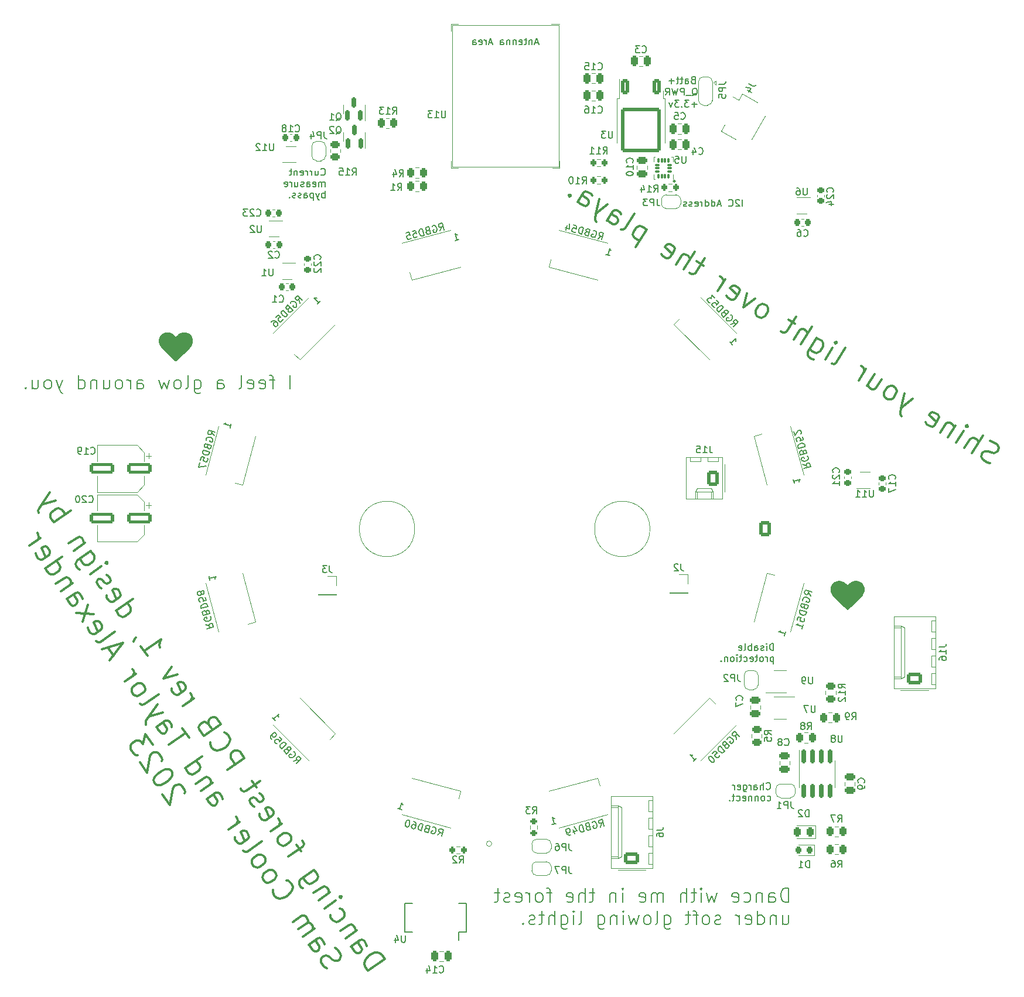
<source format=gbo>
G04 #@! TF.GenerationSoftware,KiCad,Pcbnew,7.0.1-3b83917a11~171~ubuntu22.04.1*
G04 #@! TF.CreationDate,2023-04-05T15:14:01-07:00*
G04 #@! TF.ProjectId,dancing_forest,64616e63-696e-4675-9f66-6f726573742e,rev?*
G04 #@! TF.SameCoordinates,Original*
G04 #@! TF.FileFunction,Legend,Bot*
G04 #@! TF.FilePolarity,Positive*
%FSLAX46Y46*%
G04 Gerber Fmt 4.6, Leading zero omitted, Abs format (unit mm)*
G04 Created by KiCad (PCBNEW 7.0.1-3b83917a11~171~ubuntu22.04.1) date 2023-04-05 15:14:01*
%MOMM*%
%LPD*%
G01*
G04 APERTURE LIST*
G04 Aperture macros list*
%AMRoundRect*
0 Rectangle with rounded corners*
0 $1 Rounding radius*
0 $2 $3 $4 $5 $6 $7 $8 $9 X,Y pos of 4 corners*
0 Add a 4 corners polygon primitive as box body*
4,1,4,$2,$3,$4,$5,$6,$7,$8,$9,$2,$3,0*
0 Add four circle primitives for the rounded corners*
1,1,$1+$1,$2,$3*
1,1,$1+$1,$4,$5*
1,1,$1+$1,$6,$7*
1,1,$1+$1,$8,$9*
0 Add four rect primitives between the rounded corners*
20,1,$1+$1,$2,$3,$4,$5,0*
20,1,$1+$1,$4,$5,$6,$7,0*
20,1,$1+$1,$6,$7,$8,$9,0*
20,1,$1+$1,$8,$9,$2,$3,0*%
%AMHorizOval*
0 Thick line with rounded ends*
0 $1 width*
0 $2 $3 position (X,Y) of the first rounded end (center of the circle)*
0 $4 $5 position (X,Y) of the second rounded end (center of the circle)*
0 Add line between two ends*
20,1,$1,$2,$3,$4,$5,0*
0 Add two circle primitives to create the rounded ends*
1,1,$1,$2,$3*
1,1,$1,$4,$5*%
%AMRotRect*
0 Rectangle, with rotation*
0 The origin of the aperture is its center*
0 $1 length*
0 $2 width*
0 $3 Rotation angle, in degrees counterclockwise*
0 Add horizontal line*
21,1,$1,$2,0,0,$3*%
%AMFreePoly0*
4,1,19,0.500000,-0.750000,0.000000,-0.750000,0.000000,-0.744911,-0.071157,-0.744911,-0.207708,-0.704816,-0.327430,-0.627875,-0.420627,-0.520320,-0.479746,-0.390866,-0.500000,-0.250000,-0.500000,0.250000,-0.479746,0.390866,-0.420627,0.520320,-0.327430,0.627875,-0.207708,0.704816,-0.071157,0.744911,0.000000,0.744911,0.000000,0.750000,0.500000,0.750000,0.500000,-0.750000,0.500000,-0.750000,
$1*%
%AMFreePoly1*
4,1,19,0.000000,0.744911,0.071157,0.744911,0.207708,0.704816,0.327430,0.627875,0.420627,0.520320,0.479746,0.390866,0.500000,0.250000,0.500000,-0.250000,0.479746,-0.390866,0.420627,-0.520320,0.327430,-0.627875,0.207708,-0.704816,0.071157,-0.744911,0.000000,-0.744911,0.000000,-0.750000,-0.500000,-0.750000,-0.500000,0.750000,0.000000,0.750000,0.000000,0.744911,0.000000,0.744911,
$1*%
%AMFreePoly2*
4,1,6,0.600000,-0.600000,0.000000,-0.600000,-0.600000,0.000000,-0.600000,0.600000,0.600000,0.600000,0.600000,-0.600000,0.600000,-0.600000,$1*%
%AMFreePoly3*
4,1,19,0.550000,-0.750000,0.000000,-0.750000,0.000000,-0.744911,-0.071157,-0.744911,-0.207708,-0.704816,-0.327430,-0.627875,-0.420627,-0.520320,-0.479746,-0.390866,-0.500000,-0.250000,-0.500000,0.250000,-0.479746,0.390866,-0.420627,0.520320,-0.327430,0.627875,-0.207708,0.704816,-0.071157,0.744911,0.000000,0.744911,0.000000,0.750000,0.550000,0.750000,0.550000,-0.750000,0.550000,-0.750000,
$1*%
%AMFreePoly4*
4,1,19,0.000000,0.744911,0.071157,0.744911,0.207708,0.704816,0.327430,0.627875,0.420627,0.520320,0.479746,0.390866,0.500000,0.250000,0.500000,-0.250000,0.479746,-0.390866,0.420627,-0.520320,0.327430,-0.627875,0.207708,-0.704816,0.071157,-0.744911,0.000000,-0.744911,0.000000,-0.750000,-0.550000,-0.750000,-0.550000,0.750000,0.000000,0.750000,0.000000,0.744911,0.000000,0.744911,
$1*%
G04 Aperture macros list end*
%ADD10C,0.150000*%
%ADD11C,0.200000*%
%ADD12C,0.300000*%
%ADD13C,0.120000*%
%ADD14C,1.300000*%
%ADD15FreePoly0,0.000000*%
%ADD16FreePoly1,0.000000*%
%ADD17RotRect,1.000000X1.000000X210.000000*%
%ADD18HorizOval,1.000000X0.000000X0.000000X0.000000X0.000000X0*%
%ADD19C,3.900000*%
%ADD20R,1.000000X1.000000*%
%ADD21O,1.000000X1.000000*%
%ADD22C,0.500000*%
%ADD23RotRect,1.000000X1.000000X330.000000*%
%ADD24HorizOval,1.000000X0.000000X0.000000X0.000000X0.000000X0*%
%ADD25C,0.700000*%
%ADD26O,1.000000X1.500000*%
%ADD27FreePoly0,90.000000*%
%ADD28FreePoly1,90.000000*%
%ADD29RotRect,1.500000X0.900000X45.000000*%
%ADD30RoundRect,0.250000X-0.262500X-0.450000X0.262500X-0.450000X0.262500X0.450000X-0.262500X0.450000X0*%
%ADD31RoundRect,0.218750X0.218750X0.256250X-0.218750X0.256250X-0.218750X-0.256250X0.218750X-0.256250X0*%
%ADD32RoundRect,0.250000X-0.450000X0.262500X-0.450000X-0.262500X0.450000X-0.262500X0.450000X0.262500X0*%
%ADD33RoundRect,0.225000X0.250000X-0.225000X0.250000X0.225000X-0.250000X0.225000X-0.250000X-0.225000X0*%
%ADD34RoundRect,0.200000X0.275000X-0.200000X0.275000X0.200000X-0.275000X0.200000X-0.275000X-0.200000X0*%
%ADD35RoundRect,0.150000X-0.466266X0.442404X-0.616266X0.182596X0.466266X-0.442404X0.616266X-0.182596X0*%
%ADD36RoundRect,0.250000X-0.387917X0.628109X-0.737917X0.021891X0.387917X-0.628109X0.737917X-0.021891X0*%
%ADD37RotRect,1.500000X0.900000X315.000000*%
%ADD38RotRect,1.500000X0.900000X285.000000*%
%ADD39RoundRect,0.250000X-0.620000X-0.845000X0.620000X-0.845000X0.620000X0.845000X-0.620000X0.845000X0*%
%ADD40O,1.740000X2.190000*%
%ADD41RotRect,1.500000X0.900000X105.000000*%
%ADD42RoundRect,0.250000X1.500000X0.550000X-1.500000X0.550000X-1.500000X-0.550000X1.500000X-0.550000X0*%
%ADD43RoundRect,0.200000X-0.200000X-0.275000X0.200000X-0.275000X0.200000X0.275000X-0.200000X0.275000X0*%
%ADD44RoundRect,0.250000X0.262500X0.450000X-0.262500X0.450000X-0.262500X-0.450000X0.262500X-0.450000X0*%
%ADD45RoundRect,0.225000X0.225000X0.250000X-0.225000X0.250000X-0.225000X-0.250000X0.225000X-0.250000X0*%
%ADD46RotRect,1.500000X0.900000X135.000000*%
%ADD47RoundRect,0.250000X0.450000X-0.262500X0.450000X0.262500X-0.450000X0.262500X-0.450000X-0.262500X0*%
%ADD48RotRect,1.500000X0.900000X75.000000*%
%ADD49RoundRect,0.250000X0.475000X-0.250000X0.475000X0.250000X-0.475000X0.250000X-0.475000X-0.250000X0*%
%ADD50R,0.650000X0.400000*%
%ADD51R,0.400000X1.200000*%
%ADD52RoundRect,0.250000X0.250000X0.475000X-0.250000X0.475000X-0.250000X-0.475000X0.250000X-0.475000X0*%
%ADD53RoundRect,0.225000X-0.250000X0.225000X-0.250000X-0.225000X0.250000X-0.225000X0.250000X0.225000X0*%
%ADD54RoundRect,0.200000X0.200000X0.275000X-0.200000X0.275000X-0.200000X-0.275000X0.200000X-0.275000X0*%
%ADD55RoundRect,0.250000X0.845000X-0.620000X0.845000X0.620000X-0.845000X0.620000X-0.845000X-0.620000X0*%
%ADD56O,2.190000X1.740000*%
%ADD57RoundRect,0.087500X0.087500X-0.225000X0.087500X0.225000X-0.087500X0.225000X-0.087500X-0.225000X0*%
%ADD58RoundRect,0.087500X0.225000X-0.087500X0.225000X0.087500X-0.225000X0.087500X-0.225000X-0.087500X0*%
%ADD59R,0.800000X0.400000*%
%ADD60R,0.400000X0.800000*%
%ADD61R,1.200000X1.200000*%
%ADD62FreePoly2,180.000000*%
%ADD63R,0.800000X0.800000*%
%ADD64RotRect,1.500000X0.900000X255.000000*%
%ADD65R,1.700000X1.700000*%
%ADD66R,1.560000X0.650000*%
%ADD67RoundRect,0.250000X-0.475000X0.250000X-0.475000X-0.250000X0.475000X-0.250000X0.475000X0.250000X0*%
%ADD68RoundRect,0.250000X-0.250000X-0.475000X0.250000X-0.475000X0.250000X0.475000X-0.250000X0.475000X0*%
%ADD69RoundRect,0.150000X0.150000X-0.587500X0.150000X0.587500X-0.150000X0.587500X-0.150000X-0.587500X0*%
%ADD70RotRect,1.500000X0.900000X225.000000*%
%ADD71RoundRect,0.250000X0.620000X0.845000X-0.620000X0.845000X-0.620000X-0.845000X0.620000X-0.845000X0*%
%ADD72RotRect,1.500000X0.900000X345.000000*%
%ADD73RotRect,1.500000X0.900000X165.000000*%
%ADD74RoundRect,0.243750X0.243750X0.456250X-0.243750X0.456250X-0.243750X-0.456250X0.243750X-0.456250X0*%
%ADD75RoundRect,0.225000X-0.225000X-0.250000X0.225000X-0.250000X0.225000X0.250000X-0.225000X0.250000X0*%
%ADD76RoundRect,0.250000X-0.350000X0.850000X-0.350000X-0.850000X0.350000X-0.850000X0.350000X0.850000X0*%
%ADD77RoundRect,0.249997X-2.650003X2.950003X-2.650003X-2.950003X2.650003X-2.950003X2.650003X2.950003X0*%
%ADD78RotRect,1.500000X0.900000X195.000000*%
%ADD79FreePoly3,270.000000*%
%ADD80R,1.500000X1.000000*%
%ADD81FreePoly4,270.000000*%
%ADD82RotRect,1.500000X0.900000X15.000000*%
%ADD83RoundRect,0.150000X-0.150000X0.825000X-0.150000X-0.825000X0.150000X-0.825000X0.150000X0.825000X0*%
%ADD84R,3.000000X2.290000*%
G04 APERTURE END LIST*
D10*
X224685078Y-149700000D02*
G75*
G03*
X224685078Y-149700000I-160078J0D01*
G01*
X224595711Y-149700000D02*
G75*
G03*
X224595711Y-149700000I-70711J0D01*
G01*
X237815476Y-237587380D02*
X237863095Y-237635000D01*
X237863095Y-237635000D02*
X238005952Y-237682619D01*
X238005952Y-237682619D02*
X238101190Y-237682619D01*
X238101190Y-237682619D02*
X238244047Y-237635000D01*
X238244047Y-237635000D02*
X238339285Y-237539761D01*
X238339285Y-237539761D02*
X238386904Y-237444523D01*
X238386904Y-237444523D02*
X238434523Y-237254047D01*
X238434523Y-237254047D02*
X238434523Y-237111190D01*
X238434523Y-237111190D02*
X238386904Y-236920714D01*
X238386904Y-236920714D02*
X238339285Y-236825476D01*
X238339285Y-236825476D02*
X238244047Y-236730238D01*
X238244047Y-236730238D02*
X238101190Y-236682619D01*
X238101190Y-236682619D02*
X238005952Y-236682619D01*
X238005952Y-236682619D02*
X237863095Y-236730238D01*
X237863095Y-236730238D02*
X237815476Y-236777857D01*
X237386904Y-237682619D02*
X237386904Y-236682619D01*
X236958333Y-237682619D02*
X236958333Y-237158809D01*
X236958333Y-237158809D02*
X237005952Y-237063571D01*
X237005952Y-237063571D02*
X237101190Y-237015952D01*
X237101190Y-237015952D02*
X237244047Y-237015952D01*
X237244047Y-237015952D02*
X237339285Y-237063571D01*
X237339285Y-237063571D02*
X237386904Y-237111190D01*
X236053571Y-237682619D02*
X236053571Y-237158809D01*
X236053571Y-237158809D02*
X236101190Y-237063571D01*
X236101190Y-237063571D02*
X236196428Y-237015952D01*
X236196428Y-237015952D02*
X236386904Y-237015952D01*
X236386904Y-237015952D02*
X236482142Y-237063571D01*
X236053571Y-237635000D02*
X236148809Y-237682619D01*
X236148809Y-237682619D02*
X236386904Y-237682619D01*
X236386904Y-237682619D02*
X236482142Y-237635000D01*
X236482142Y-237635000D02*
X236529761Y-237539761D01*
X236529761Y-237539761D02*
X236529761Y-237444523D01*
X236529761Y-237444523D02*
X236482142Y-237349285D01*
X236482142Y-237349285D02*
X236386904Y-237301666D01*
X236386904Y-237301666D02*
X236148809Y-237301666D01*
X236148809Y-237301666D02*
X236053571Y-237254047D01*
X235577380Y-237682619D02*
X235577380Y-237015952D01*
X235577380Y-237206428D02*
X235529761Y-237111190D01*
X235529761Y-237111190D02*
X235482142Y-237063571D01*
X235482142Y-237063571D02*
X235386904Y-237015952D01*
X235386904Y-237015952D02*
X235291666Y-237015952D01*
X234529761Y-237015952D02*
X234529761Y-237825476D01*
X234529761Y-237825476D02*
X234577380Y-237920714D01*
X234577380Y-237920714D02*
X234624999Y-237968333D01*
X234624999Y-237968333D02*
X234720237Y-238015952D01*
X234720237Y-238015952D02*
X234863094Y-238015952D01*
X234863094Y-238015952D02*
X234958332Y-237968333D01*
X234529761Y-237635000D02*
X234624999Y-237682619D01*
X234624999Y-237682619D02*
X234815475Y-237682619D01*
X234815475Y-237682619D02*
X234910713Y-237635000D01*
X234910713Y-237635000D02*
X234958332Y-237587380D01*
X234958332Y-237587380D02*
X235005951Y-237492142D01*
X235005951Y-237492142D02*
X235005951Y-237206428D01*
X235005951Y-237206428D02*
X234958332Y-237111190D01*
X234958332Y-237111190D02*
X234910713Y-237063571D01*
X234910713Y-237063571D02*
X234815475Y-237015952D01*
X234815475Y-237015952D02*
X234624999Y-237015952D01*
X234624999Y-237015952D02*
X234529761Y-237063571D01*
X233672618Y-237635000D02*
X233767856Y-237682619D01*
X233767856Y-237682619D02*
X233958332Y-237682619D01*
X233958332Y-237682619D02*
X234053570Y-237635000D01*
X234053570Y-237635000D02*
X234101189Y-237539761D01*
X234101189Y-237539761D02*
X234101189Y-237158809D01*
X234101189Y-237158809D02*
X234053570Y-237063571D01*
X234053570Y-237063571D02*
X233958332Y-237015952D01*
X233958332Y-237015952D02*
X233767856Y-237015952D01*
X233767856Y-237015952D02*
X233672618Y-237063571D01*
X233672618Y-237063571D02*
X233624999Y-237158809D01*
X233624999Y-237158809D02*
X233624999Y-237254047D01*
X233624999Y-237254047D02*
X234101189Y-237349285D01*
X233196427Y-237682619D02*
X233196427Y-237015952D01*
X233196427Y-237206428D02*
X233148808Y-237111190D01*
X233148808Y-237111190D02*
X233101189Y-237063571D01*
X233101189Y-237063571D02*
X233005951Y-237015952D01*
X233005951Y-237015952D02*
X232910713Y-237015952D01*
X237958333Y-239255000D02*
X238053571Y-239302619D01*
X238053571Y-239302619D02*
X238244047Y-239302619D01*
X238244047Y-239302619D02*
X238339285Y-239255000D01*
X238339285Y-239255000D02*
X238386904Y-239207380D01*
X238386904Y-239207380D02*
X238434523Y-239112142D01*
X238434523Y-239112142D02*
X238434523Y-238826428D01*
X238434523Y-238826428D02*
X238386904Y-238731190D01*
X238386904Y-238731190D02*
X238339285Y-238683571D01*
X238339285Y-238683571D02*
X238244047Y-238635952D01*
X238244047Y-238635952D02*
X238053571Y-238635952D01*
X238053571Y-238635952D02*
X237958333Y-238683571D01*
X237386904Y-239302619D02*
X237482142Y-239255000D01*
X237482142Y-239255000D02*
X237529761Y-239207380D01*
X237529761Y-239207380D02*
X237577380Y-239112142D01*
X237577380Y-239112142D02*
X237577380Y-238826428D01*
X237577380Y-238826428D02*
X237529761Y-238731190D01*
X237529761Y-238731190D02*
X237482142Y-238683571D01*
X237482142Y-238683571D02*
X237386904Y-238635952D01*
X237386904Y-238635952D02*
X237244047Y-238635952D01*
X237244047Y-238635952D02*
X237148809Y-238683571D01*
X237148809Y-238683571D02*
X237101190Y-238731190D01*
X237101190Y-238731190D02*
X237053571Y-238826428D01*
X237053571Y-238826428D02*
X237053571Y-239112142D01*
X237053571Y-239112142D02*
X237101190Y-239207380D01*
X237101190Y-239207380D02*
X237148809Y-239255000D01*
X237148809Y-239255000D02*
X237244047Y-239302619D01*
X237244047Y-239302619D02*
X237386904Y-239302619D01*
X236624999Y-238635952D02*
X236624999Y-239302619D01*
X236624999Y-238731190D02*
X236577380Y-238683571D01*
X236577380Y-238683571D02*
X236482142Y-238635952D01*
X236482142Y-238635952D02*
X236339285Y-238635952D01*
X236339285Y-238635952D02*
X236244047Y-238683571D01*
X236244047Y-238683571D02*
X236196428Y-238778809D01*
X236196428Y-238778809D02*
X236196428Y-239302619D01*
X235720237Y-238635952D02*
X235720237Y-239302619D01*
X235720237Y-238731190D02*
X235672618Y-238683571D01*
X235672618Y-238683571D02*
X235577380Y-238635952D01*
X235577380Y-238635952D02*
X235434523Y-238635952D01*
X235434523Y-238635952D02*
X235339285Y-238683571D01*
X235339285Y-238683571D02*
X235291666Y-238778809D01*
X235291666Y-238778809D02*
X235291666Y-239302619D01*
X234434523Y-239255000D02*
X234529761Y-239302619D01*
X234529761Y-239302619D02*
X234720237Y-239302619D01*
X234720237Y-239302619D02*
X234815475Y-239255000D01*
X234815475Y-239255000D02*
X234863094Y-239159761D01*
X234863094Y-239159761D02*
X234863094Y-238778809D01*
X234863094Y-238778809D02*
X234815475Y-238683571D01*
X234815475Y-238683571D02*
X234720237Y-238635952D01*
X234720237Y-238635952D02*
X234529761Y-238635952D01*
X234529761Y-238635952D02*
X234434523Y-238683571D01*
X234434523Y-238683571D02*
X234386904Y-238778809D01*
X234386904Y-238778809D02*
X234386904Y-238874047D01*
X234386904Y-238874047D02*
X234863094Y-238969285D01*
X233529761Y-239255000D02*
X233624999Y-239302619D01*
X233624999Y-239302619D02*
X233815475Y-239302619D01*
X233815475Y-239302619D02*
X233910713Y-239255000D01*
X233910713Y-239255000D02*
X233958332Y-239207380D01*
X233958332Y-239207380D02*
X234005951Y-239112142D01*
X234005951Y-239112142D02*
X234005951Y-238826428D01*
X234005951Y-238826428D02*
X233958332Y-238731190D01*
X233958332Y-238731190D02*
X233910713Y-238683571D01*
X233910713Y-238683571D02*
X233815475Y-238635952D01*
X233815475Y-238635952D02*
X233624999Y-238635952D01*
X233624999Y-238635952D02*
X233529761Y-238683571D01*
X233244046Y-238635952D02*
X232863094Y-238635952D01*
X233101189Y-238302619D02*
X233101189Y-239159761D01*
X233101189Y-239159761D02*
X233053570Y-239255000D01*
X233053570Y-239255000D02*
X232958332Y-239302619D01*
X232958332Y-239302619D02*
X232863094Y-239302619D01*
X232529760Y-239207380D02*
X232482141Y-239255000D01*
X232482141Y-239255000D02*
X232529760Y-239302619D01*
X232529760Y-239302619D02*
X232577379Y-239255000D01*
X232577379Y-239255000D02*
X232529760Y-239207380D01*
X232529760Y-239207380D02*
X232529760Y-239302619D01*
X238861904Y-217557619D02*
X238861904Y-216557619D01*
X238861904Y-216557619D02*
X238623809Y-216557619D01*
X238623809Y-216557619D02*
X238480952Y-216605238D01*
X238480952Y-216605238D02*
X238385714Y-216700476D01*
X238385714Y-216700476D02*
X238338095Y-216795714D01*
X238338095Y-216795714D02*
X238290476Y-216986190D01*
X238290476Y-216986190D02*
X238290476Y-217129047D01*
X238290476Y-217129047D02*
X238338095Y-217319523D01*
X238338095Y-217319523D02*
X238385714Y-217414761D01*
X238385714Y-217414761D02*
X238480952Y-217510000D01*
X238480952Y-217510000D02*
X238623809Y-217557619D01*
X238623809Y-217557619D02*
X238861904Y-217557619D01*
X237861904Y-217557619D02*
X237861904Y-216890952D01*
X237861904Y-216557619D02*
X237909523Y-216605238D01*
X237909523Y-216605238D02*
X237861904Y-216652857D01*
X237861904Y-216652857D02*
X237814285Y-216605238D01*
X237814285Y-216605238D02*
X237861904Y-216557619D01*
X237861904Y-216557619D02*
X237861904Y-216652857D01*
X237433333Y-217510000D02*
X237338095Y-217557619D01*
X237338095Y-217557619D02*
X237147619Y-217557619D01*
X237147619Y-217557619D02*
X237052381Y-217510000D01*
X237052381Y-217510000D02*
X237004762Y-217414761D01*
X237004762Y-217414761D02*
X237004762Y-217367142D01*
X237004762Y-217367142D02*
X237052381Y-217271904D01*
X237052381Y-217271904D02*
X237147619Y-217224285D01*
X237147619Y-217224285D02*
X237290476Y-217224285D01*
X237290476Y-217224285D02*
X237385714Y-217176666D01*
X237385714Y-217176666D02*
X237433333Y-217081428D01*
X237433333Y-217081428D02*
X237433333Y-217033809D01*
X237433333Y-217033809D02*
X237385714Y-216938571D01*
X237385714Y-216938571D02*
X237290476Y-216890952D01*
X237290476Y-216890952D02*
X237147619Y-216890952D01*
X237147619Y-216890952D02*
X237052381Y-216938571D01*
X236147619Y-217557619D02*
X236147619Y-217033809D01*
X236147619Y-217033809D02*
X236195238Y-216938571D01*
X236195238Y-216938571D02*
X236290476Y-216890952D01*
X236290476Y-216890952D02*
X236480952Y-216890952D01*
X236480952Y-216890952D02*
X236576190Y-216938571D01*
X236147619Y-217510000D02*
X236242857Y-217557619D01*
X236242857Y-217557619D02*
X236480952Y-217557619D01*
X236480952Y-217557619D02*
X236576190Y-217510000D01*
X236576190Y-217510000D02*
X236623809Y-217414761D01*
X236623809Y-217414761D02*
X236623809Y-217319523D01*
X236623809Y-217319523D02*
X236576190Y-217224285D01*
X236576190Y-217224285D02*
X236480952Y-217176666D01*
X236480952Y-217176666D02*
X236242857Y-217176666D01*
X236242857Y-217176666D02*
X236147619Y-217129047D01*
X235671428Y-217557619D02*
X235671428Y-216557619D01*
X235671428Y-216938571D02*
X235576190Y-216890952D01*
X235576190Y-216890952D02*
X235385714Y-216890952D01*
X235385714Y-216890952D02*
X235290476Y-216938571D01*
X235290476Y-216938571D02*
X235242857Y-216986190D01*
X235242857Y-216986190D02*
X235195238Y-217081428D01*
X235195238Y-217081428D02*
X235195238Y-217367142D01*
X235195238Y-217367142D02*
X235242857Y-217462380D01*
X235242857Y-217462380D02*
X235290476Y-217510000D01*
X235290476Y-217510000D02*
X235385714Y-217557619D01*
X235385714Y-217557619D02*
X235576190Y-217557619D01*
X235576190Y-217557619D02*
X235671428Y-217510000D01*
X234623809Y-217557619D02*
X234719047Y-217510000D01*
X234719047Y-217510000D02*
X234766666Y-217414761D01*
X234766666Y-217414761D02*
X234766666Y-216557619D01*
X233861904Y-217510000D02*
X233957142Y-217557619D01*
X233957142Y-217557619D02*
X234147618Y-217557619D01*
X234147618Y-217557619D02*
X234242856Y-217510000D01*
X234242856Y-217510000D02*
X234290475Y-217414761D01*
X234290475Y-217414761D02*
X234290475Y-217033809D01*
X234290475Y-217033809D02*
X234242856Y-216938571D01*
X234242856Y-216938571D02*
X234147618Y-216890952D01*
X234147618Y-216890952D02*
X233957142Y-216890952D01*
X233957142Y-216890952D02*
X233861904Y-216938571D01*
X233861904Y-216938571D02*
X233814285Y-217033809D01*
X233814285Y-217033809D02*
X233814285Y-217129047D01*
X233814285Y-217129047D02*
X234290475Y-217224285D01*
X238861904Y-218510952D02*
X238861904Y-219510952D01*
X238861904Y-218558571D02*
X238766666Y-218510952D01*
X238766666Y-218510952D02*
X238576190Y-218510952D01*
X238576190Y-218510952D02*
X238480952Y-218558571D01*
X238480952Y-218558571D02*
X238433333Y-218606190D01*
X238433333Y-218606190D02*
X238385714Y-218701428D01*
X238385714Y-218701428D02*
X238385714Y-218987142D01*
X238385714Y-218987142D02*
X238433333Y-219082380D01*
X238433333Y-219082380D02*
X238480952Y-219130000D01*
X238480952Y-219130000D02*
X238576190Y-219177619D01*
X238576190Y-219177619D02*
X238766666Y-219177619D01*
X238766666Y-219177619D02*
X238861904Y-219130000D01*
X237957142Y-219177619D02*
X237957142Y-218510952D01*
X237957142Y-218701428D02*
X237909523Y-218606190D01*
X237909523Y-218606190D02*
X237861904Y-218558571D01*
X237861904Y-218558571D02*
X237766666Y-218510952D01*
X237766666Y-218510952D02*
X237671428Y-218510952D01*
X237195237Y-219177619D02*
X237290475Y-219130000D01*
X237290475Y-219130000D02*
X237338094Y-219082380D01*
X237338094Y-219082380D02*
X237385713Y-218987142D01*
X237385713Y-218987142D02*
X237385713Y-218701428D01*
X237385713Y-218701428D02*
X237338094Y-218606190D01*
X237338094Y-218606190D02*
X237290475Y-218558571D01*
X237290475Y-218558571D02*
X237195237Y-218510952D01*
X237195237Y-218510952D02*
X237052380Y-218510952D01*
X237052380Y-218510952D02*
X236957142Y-218558571D01*
X236957142Y-218558571D02*
X236909523Y-218606190D01*
X236909523Y-218606190D02*
X236861904Y-218701428D01*
X236861904Y-218701428D02*
X236861904Y-218987142D01*
X236861904Y-218987142D02*
X236909523Y-219082380D01*
X236909523Y-219082380D02*
X236957142Y-219130000D01*
X236957142Y-219130000D02*
X237052380Y-219177619D01*
X237052380Y-219177619D02*
X237195237Y-219177619D01*
X236576189Y-218510952D02*
X236195237Y-218510952D01*
X236433332Y-218177619D02*
X236433332Y-219034761D01*
X236433332Y-219034761D02*
X236385713Y-219130000D01*
X236385713Y-219130000D02*
X236290475Y-219177619D01*
X236290475Y-219177619D02*
X236195237Y-219177619D01*
X235480951Y-219130000D02*
X235576189Y-219177619D01*
X235576189Y-219177619D02*
X235766665Y-219177619D01*
X235766665Y-219177619D02*
X235861903Y-219130000D01*
X235861903Y-219130000D02*
X235909522Y-219034761D01*
X235909522Y-219034761D02*
X235909522Y-218653809D01*
X235909522Y-218653809D02*
X235861903Y-218558571D01*
X235861903Y-218558571D02*
X235766665Y-218510952D01*
X235766665Y-218510952D02*
X235576189Y-218510952D01*
X235576189Y-218510952D02*
X235480951Y-218558571D01*
X235480951Y-218558571D02*
X235433332Y-218653809D01*
X235433332Y-218653809D02*
X235433332Y-218749047D01*
X235433332Y-218749047D02*
X235909522Y-218844285D01*
X234576189Y-219130000D02*
X234671427Y-219177619D01*
X234671427Y-219177619D02*
X234861903Y-219177619D01*
X234861903Y-219177619D02*
X234957141Y-219130000D01*
X234957141Y-219130000D02*
X235004760Y-219082380D01*
X235004760Y-219082380D02*
X235052379Y-218987142D01*
X235052379Y-218987142D02*
X235052379Y-218701428D01*
X235052379Y-218701428D02*
X235004760Y-218606190D01*
X235004760Y-218606190D02*
X234957141Y-218558571D01*
X234957141Y-218558571D02*
X234861903Y-218510952D01*
X234861903Y-218510952D02*
X234671427Y-218510952D01*
X234671427Y-218510952D02*
X234576189Y-218558571D01*
X234290474Y-218510952D02*
X233909522Y-218510952D01*
X234147617Y-218177619D02*
X234147617Y-219034761D01*
X234147617Y-219034761D02*
X234099998Y-219130000D01*
X234099998Y-219130000D02*
X234004760Y-219177619D01*
X234004760Y-219177619D02*
X233909522Y-219177619D01*
X233576188Y-219177619D02*
X233576188Y-218510952D01*
X233576188Y-218177619D02*
X233623807Y-218225238D01*
X233623807Y-218225238D02*
X233576188Y-218272857D01*
X233576188Y-218272857D02*
X233528569Y-218225238D01*
X233528569Y-218225238D02*
X233576188Y-218177619D01*
X233576188Y-218177619D02*
X233576188Y-218272857D01*
X232957141Y-219177619D02*
X233052379Y-219130000D01*
X233052379Y-219130000D02*
X233099998Y-219082380D01*
X233099998Y-219082380D02*
X233147617Y-218987142D01*
X233147617Y-218987142D02*
X233147617Y-218701428D01*
X233147617Y-218701428D02*
X233099998Y-218606190D01*
X233099998Y-218606190D02*
X233052379Y-218558571D01*
X233052379Y-218558571D02*
X232957141Y-218510952D01*
X232957141Y-218510952D02*
X232814284Y-218510952D01*
X232814284Y-218510952D02*
X232719046Y-218558571D01*
X232719046Y-218558571D02*
X232671427Y-218606190D01*
X232671427Y-218606190D02*
X232623808Y-218701428D01*
X232623808Y-218701428D02*
X232623808Y-218987142D01*
X232623808Y-218987142D02*
X232671427Y-219082380D01*
X232671427Y-219082380D02*
X232719046Y-219130000D01*
X232719046Y-219130000D02*
X232814284Y-219177619D01*
X232814284Y-219177619D02*
X232957141Y-219177619D01*
X232195236Y-218510952D02*
X232195236Y-219177619D01*
X232195236Y-218606190D02*
X232147617Y-218558571D01*
X232147617Y-218558571D02*
X232052379Y-218510952D01*
X232052379Y-218510952D02*
X231909522Y-218510952D01*
X231909522Y-218510952D02*
X231814284Y-218558571D01*
X231814284Y-218558571D02*
X231766665Y-218653809D01*
X231766665Y-218653809D02*
X231766665Y-219177619D01*
X231290474Y-219082380D02*
X231242855Y-219130000D01*
X231242855Y-219130000D02*
X231290474Y-219177619D01*
X231290474Y-219177619D02*
X231338093Y-219130000D01*
X231338093Y-219130000D02*
X231290474Y-219082380D01*
X231290474Y-219082380D02*
X231290474Y-219177619D01*
X234376904Y-153352619D02*
X234376904Y-152352619D01*
X233948333Y-152447857D02*
X233900714Y-152400238D01*
X233900714Y-152400238D02*
X233805476Y-152352619D01*
X233805476Y-152352619D02*
X233567381Y-152352619D01*
X233567381Y-152352619D02*
X233472143Y-152400238D01*
X233472143Y-152400238D02*
X233424524Y-152447857D01*
X233424524Y-152447857D02*
X233376905Y-152543095D01*
X233376905Y-152543095D02*
X233376905Y-152638333D01*
X233376905Y-152638333D02*
X233424524Y-152781190D01*
X233424524Y-152781190D02*
X233995952Y-153352619D01*
X233995952Y-153352619D02*
X233376905Y-153352619D01*
X232376905Y-153257380D02*
X232424524Y-153305000D01*
X232424524Y-153305000D02*
X232567381Y-153352619D01*
X232567381Y-153352619D02*
X232662619Y-153352619D01*
X232662619Y-153352619D02*
X232805476Y-153305000D01*
X232805476Y-153305000D02*
X232900714Y-153209761D01*
X232900714Y-153209761D02*
X232948333Y-153114523D01*
X232948333Y-153114523D02*
X232995952Y-152924047D01*
X232995952Y-152924047D02*
X232995952Y-152781190D01*
X232995952Y-152781190D02*
X232948333Y-152590714D01*
X232948333Y-152590714D02*
X232900714Y-152495476D01*
X232900714Y-152495476D02*
X232805476Y-152400238D01*
X232805476Y-152400238D02*
X232662619Y-152352619D01*
X232662619Y-152352619D02*
X232567381Y-152352619D01*
X232567381Y-152352619D02*
X232424524Y-152400238D01*
X232424524Y-152400238D02*
X232376905Y-152447857D01*
X231234047Y-153066904D02*
X230757857Y-153066904D01*
X231329285Y-153352619D02*
X230995952Y-152352619D01*
X230995952Y-152352619D02*
X230662619Y-153352619D01*
X229900714Y-153352619D02*
X229900714Y-152352619D01*
X229900714Y-153305000D02*
X229995952Y-153352619D01*
X229995952Y-153352619D02*
X230186428Y-153352619D01*
X230186428Y-153352619D02*
X230281666Y-153305000D01*
X230281666Y-153305000D02*
X230329285Y-153257380D01*
X230329285Y-153257380D02*
X230376904Y-153162142D01*
X230376904Y-153162142D02*
X230376904Y-152876428D01*
X230376904Y-152876428D02*
X230329285Y-152781190D01*
X230329285Y-152781190D02*
X230281666Y-152733571D01*
X230281666Y-152733571D02*
X230186428Y-152685952D01*
X230186428Y-152685952D02*
X229995952Y-152685952D01*
X229995952Y-152685952D02*
X229900714Y-152733571D01*
X228995952Y-153352619D02*
X228995952Y-152352619D01*
X228995952Y-153305000D02*
X229091190Y-153352619D01*
X229091190Y-153352619D02*
X229281666Y-153352619D01*
X229281666Y-153352619D02*
X229376904Y-153305000D01*
X229376904Y-153305000D02*
X229424523Y-153257380D01*
X229424523Y-153257380D02*
X229472142Y-153162142D01*
X229472142Y-153162142D02*
X229472142Y-152876428D01*
X229472142Y-152876428D02*
X229424523Y-152781190D01*
X229424523Y-152781190D02*
X229376904Y-152733571D01*
X229376904Y-152733571D02*
X229281666Y-152685952D01*
X229281666Y-152685952D02*
X229091190Y-152685952D01*
X229091190Y-152685952D02*
X228995952Y-152733571D01*
X228519761Y-153352619D02*
X228519761Y-152685952D01*
X228519761Y-152876428D02*
X228472142Y-152781190D01*
X228472142Y-152781190D02*
X228424523Y-152733571D01*
X228424523Y-152733571D02*
X228329285Y-152685952D01*
X228329285Y-152685952D02*
X228234047Y-152685952D01*
X227519761Y-153305000D02*
X227614999Y-153352619D01*
X227614999Y-153352619D02*
X227805475Y-153352619D01*
X227805475Y-153352619D02*
X227900713Y-153305000D01*
X227900713Y-153305000D02*
X227948332Y-153209761D01*
X227948332Y-153209761D02*
X227948332Y-152828809D01*
X227948332Y-152828809D02*
X227900713Y-152733571D01*
X227900713Y-152733571D02*
X227805475Y-152685952D01*
X227805475Y-152685952D02*
X227614999Y-152685952D01*
X227614999Y-152685952D02*
X227519761Y-152733571D01*
X227519761Y-152733571D02*
X227472142Y-152828809D01*
X227472142Y-152828809D02*
X227472142Y-152924047D01*
X227472142Y-152924047D02*
X227948332Y-153019285D01*
X227091189Y-153305000D02*
X226995951Y-153352619D01*
X226995951Y-153352619D02*
X226805475Y-153352619D01*
X226805475Y-153352619D02*
X226710237Y-153305000D01*
X226710237Y-153305000D02*
X226662618Y-153209761D01*
X226662618Y-153209761D02*
X226662618Y-153162142D01*
X226662618Y-153162142D02*
X226710237Y-153066904D01*
X226710237Y-153066904D02*
X226805475Y-153019285D01*
X226805475Y-153019285D02*
X226948332Y-153019285D01*
X226948332Y-153019285D02*
X227043570Y-152971666D01*
X227043570Y-152971666D02*
X227091189Y-152876428D01*
X227091189Y-152876428D02*
X227091189Y-152828809D01*
X227091189Y-152828809D02*
X227043570Y-152733571D01*
X227043570Y-152733571D02*
X226948332Y-152685952D01*
X226948332Y-152685952D02*
X226805475Y-152685952D01*
X226805475Y-152685952D02*
X226710237Y-152733571D01*
X226281665Y-153305000D02*
X226186427Y-153352619D01*
X226186427Y-153352619D02*
X225995951Y-153352619D01*
X225995951Y-153352619D02*
X225900713Y-153305000D01*
X225900713Y-153305000D02*
X225853094Y-153209761D01*
X225853094Y-153209761D02*
X225853094Y-153162142D01*
X225853094Y-153162142D02*
X225900713Y-153066904D01*
X225900713Y-153066904D02*
X225995951Y-153019285D01*
X225995951Y-153019285D02*
X226138808Y-153019285D01*
X226138808Y-153019285D02*
X226234046Y-152971666D01*
X226234046Y-152971666D02*
X226281665Y-152876428D01*
X226281665Y-152876428D02*
X226281665Y-152828809D01*
X226281665Y-152828809D02*
X226234046Y-152733571D01*
X226234046Y-152733571D02*
X226138808Y-152685952D01*
X226138808Y-152685952D02*
X225995951Y-152685952D01*
X225995951Y-152685952D02*
X225900713Y-152733571D01*
D11*
X168973809Y-179755238D02*
X168973809Y-177755238D01*
X166783332Y-178421904D02*
X166021428Y-178421904D01*
X166497618Y-179755238D02*
X166497618Y-178040952D01*
X166497618Y-178040952D02*
X166402380Y-177850476D01*
X166402380Y-177850476D02*
X166211904Y-177755238D01*
X166211904Y-177755238D02*
X166021428Y-177755238D01*
X164592856Y-179660000D02*
X164783332Y-179755238D01*
X164783332Y-179755238D02*
X165164285Y-179755238D01*
X165164285Y-179755238D02*
X165354761Y-179660000D01*
X165354761Y-179660000D02*
X165449999Y-179469523D01*
X165449999Y-179469523D02*
X165449999Y-178707619D01*
X165449999Y-178707619D02*
X165354761Y-178517142D01*
X165354761Y-178517142D02*
X165164285Y-178421904D01*
X165164285Y-178421904D02*
X164783332Y-178421904D01*
X164783332Y-178421904D02*
X164592856Y-178517142D01*
X164592856Y-178517142D02*
X164497618Y-178707619D01*
X164497618Y-178707619D02*
X164497618Y-178898095D01*
X164497618Y-178898095D02*
X165449999Y-179088571D01*
X162878570Y-179660000D02*
X163069046Y-179755238D01*
X163069046Y-179755238D02*
X163449999Y-179755238D01*
X163449999Y-179755238D02*
X163640475Y-179660000D01*
X163640475Y-179660000D02*
X163735713Y-179469523D01*
X163735713Y-179469523D02*
X163735713Y-178707619D01*
X163735713Y-178707619D02*
X163640475Y-178517142D01*
X163640475Y-178517142D02*
X163449999Y-178421904D01*
X163449999Y-178421904D02*
X163069046Y-178421904D01*
X163069046Y-178421904D02*
X162878570Y-178517142D01*
X162878570Y-178517142D02*
X162783332Y-178707619D01*
X162783332Y-178707619D02*
X162783332Y-178898095D01*
X162783332Y-178898095D02*
X163735713Y-179088571D01*
X161640475Y-179755238D02*
X161830951Y-179660000D01*
X161830951Y-179660000D02*
X161926189Y-179469523D01*
X161926189Y-179469523D02*
X161926189Y-177755238D01*
X158497617Y-179755238D02*
X158497617Y-178707619D01*
X158497617Y-178707619D02*
X158592855Y-178517142D01*
X158592855Y-178517142D02*
X158783331Y-178421904D01*
X158783331Y-178421904D02*
X159164284Y-178421904D01*
X159164284Y-178421904D02*
X159354760Y-178517142D01*
X158497617Y-179660000D02*
X158688093Y-179755238D01*
X158688093Y-179755238D02*
X159164284Y-179755238D01*
X159164284Y-179755238D02*
X159354760Y-179660000D01*
X159354760Y-179660000D02*
X159449998Y-179469523D01*
X159449998Y-179469523D02*
X159449998Y-179279047D01*
X159449998Y-179279047D02*
X159354760Y-179088571D01*
X159354760Y-179088571D02*
X159164284Y-178993333D01*
X159164284Y-178993333D02*
X158688093Y-178993333D01*
X158688093Y-178993333D02*
X158497617Y-178898095D01*
X155164283Y-178421904D02*
X155164283Y-180040952D01*
X155164283Y-180040952D02*
X155259521Y-180231428D01*
X155259521Y-180231428D02*
X155354759Y-180326666D01*
X155354759Y-180326666D02*
X155545236Y-180421904D01*
X155545236Y-180421904D02*
X155830950Y-180421904D01*
X155830950Y-180421904D02*
X156021426Y-180326666D01*
X155164283Y-179660000D02*
X155354759Y-179755238D01*
X155354759Y-179755238D02*
X155735712Y-179755238D01*
X155735712Y-179755238D02*
X155926188Y-179660000D01*
X155926188Y-179660000D02*
X156021426Y-179564761D01*
X156021426Y-179564761D02*
X156116664Y-179374285D01*
X156116664Y-179374285D02*
X156116664Y-178802857D01*
X156116664Y-178802857D02*
X156021426Y-178612380D01*
X156021426Y-178612380D02*
X155926188Y-178517142D01*
X155926188Y-178517142D02*
X155735712Y-178421904D01*
X155735712Y-178421904D02*
X155354759Y-178421904D01*
X155354759Y-178421904D02*
X155164283Y-178517142D01*
X153926188Y-179755238D02*
X154116664Y-179660000D01*
X154116664Y-179660000D02*
X154211902Y-179469523D01*
X154211902Y-179469523D02*
X154211902Y-177755238D01*
X152878569Y-179755238D02*
X153069045Y-179660000D01*
X153069045Y-179660000D02*
X153164283Y-179564761D01*
X153164283Y-179564761D02*
X153259521Y-179374285D01*
X153259521Y-179374285D02*
X153259521Y-178802857D01*
X153259521Y-178802857D02*
X153164283Y-178612380D01*
X153164283Y-178612380D02*
X153069045Y-178517142D01*
X153069045Y-178517142D02*
X152878569Y-178421904D01*
X152878569Y-178421904D02*
X152592854Y-178421904D01*
X152592854Y-178421904D02*
X152402378Y-178517142D01*
X152402378Y-178517142D02*
X152307140Y-178612380D01*
X152307140Y-178612380D02*
X152211902Y-178802857D01*
X152211902Y-178802857D02*
X152211902Y-179374285D01*
X152211902Y-179374285D02*
X152307140Y-179564761D01*
X152307140Y-179564761D02*
X152402378Y-179660000D01*
X152402378Y-179660000D02*
X152592854Y-179755238D01*
X152592854Y-179755238D02*
X152878569Y-179755238D01*
X151545235Y-178421904D02*
X151164283Y-179755238D01*
X151164283Y-179755238D02*
X150783330Y-178802857D01*
X150783330Y-178802857D02*
X150402378Y-179755238D01*
X150402378Y-179755238D02*
X150021426Y-178421904D01*
X146878568Y-179755238D02*
X146878568Y-178707619D01*
X146878568Y-178707619D02*
X146973806Y-178517142D01*
X146973806Y-178517142D02*
X147164282Y-178421904D01*
X147164282Y-178421904D02*
X147545235Y-178421904D01*
X147545235Y-178421904D02*
X147735711Y-178517142D01*
X146878568Y-179660000D02*
X147069044Y-179755238D01*
X147069044Y-179755238D02*
X147545235Y-179755238D01*
X147545235Y-179755238D02*
X147735711Y-179660000D01*
X147735711Y-179660000D02*
X147830949Y-179469523D01*
X147830949Y-179469523D02*
X147830949Y-179279047D01*
X147830949Y-179279047D02*
X147735711Y-179088571D01*
X147735711Y-179088571D02*
X147545235Y-178993333D01*
X147545235Y-178993333D02*
X147069044Y-178993333D01*
X147069044Y-178993333D02*
X146878568Y-178898095D01*
X145926187Y-179755238D02*
X145926187Y-178421904D01*
X145926187Y-178802857D02*
X145830949Y-178612380D01*
X145830949Y-178612380D02*
X145735711Y-178517142D01*
X145735711Y-178517142D02*
X145545235Y-178421904D01*
X145545235Y-178421904D02*
X145354758Y-178421904D01*
X144402378Y-179755238D02*
X144592854Y-179660000D01*
X144592854Y-179660000D02*
X144688092Y-179564761D01*
X144688092Y-179564761D02*
X144783330Y-179374285D01*
X144783330Y-179374285D02*
X144783330Y-178802857D01*
X144783330Y-178802857D02*
X144688092Y-178612380D01*
X144688092Y-178612380D02*
X144592854Y-178517142D01*
X144592854Y-178517142D02*
X144402378Y-178421904D01*
X144402378Y-178421904D02*
X144116663Y-178421904D01*
X144116663Y-178421904D02*
X143926187Y-178517142D01*
X143926187Y-178517142D02*
X143830949Y-178612380D01*
X143830949Y-178612380D02*
X143735711Y-178802857D01*
X143735711Y-178802857D02*
X143735711Y-179374285D01*
X143735711Y-179374285D02*
X143830949Y-179564761D01*
X143830949Y-179564761D02*
X143926187Y-179660000D01*
X143926187Y-179660000D02*
X144116663Y-179755238D01*
X144116663Y-179755238D02*
X144402378Y-179755238D01*
X142021425Y-178421904D02*
X142021425Y-179755238D01*
X142878568Y-178421904D02*
X142878568Y-179469523D01*
X142878568Y-179469523D02*
X142783330Y-179660000D01*
X142783330Y-179660000D02*
X142592854Y-179755238D01*
X142592854Y-179755238D02*
X142307139Y-179755238D01*
X142307139Y-179755238D02*
X142116663Y-179660000D01*
X142116663Y-179660000D02*
X142021425Y-179564761D01*
X141069044Y-178421904D02*
X141069044Y-179755238D01*
X141069044Y-178612380D02*
X140973806Y-178517142D01*
X140973806Y-178517142D02*
X140783330Y-178421904D01*
X140783330Y-178421904D02*
X140497615Y-178421904D01*
X140497615Y-178421904D02*
X140307139Y-178517142D01*
X140307139Y-178517142D02*
X140211901Y-178707619D01*
X140211901Y-178707619D02*
X140211901Y-179755238D01*
X138402377Y-179755238D02*
X138402377Y-177755238D01*
X138402377Y-179660000D02*
X138592853Y-179755238D01*
X138592853Y-179755238D02*
X138973806Y-179755238D01*
X138973806Y-179755238D02*
X139164282Y-179660000D01*
X139164282Y-179660000D02*
X139259520Y-179564761D01*
X139259520Y-179564761D02*
X139354758Y-179374285D01*
X139354758Y-179374285D02*
X139354758Y-178802857D01*
X139354758Y-178802857D02*
X139259520Y-178612380D01*
X139259520Y-178612380D02*
X139164282Y-178517142D01*
X139164282Y-178517142D02*
X138973806Y-178421904D01*
X138973806Y-178421904D02*
X138592853Y-178421904D01*
X138592853Y-178421904D02*
X138402377Y-178517142D01*
X136116662Y-178421904D02*
X135640472Y-179755238D01*
X135164281Y-178421904D02*
X135640472Y-179755238D01*
X135640472Y-179755238D02*
X135830948Y-180231428D01*
X135830948Y-180231428D02*
X135926186Y-180326666D01*
X135926186Y-180326666D02*
X136116662Y-180421904D01*
X134116662Y-179755238D02*
X134307138Y-179660000D01*
X134307138Y-179660000D02*
X134402376Y-179564761D01*
X134402376Y-179564761D02*
X134497614Y-179374285D01*
X134497614Y-179374285D02*
X134497614Y-178802857D01*
X134497614Y-178802857D02*
X134402376Y-178612380D01*
X134402376Y-178612380D02*
X134307138Y-178517142D01*
X134307138Y-178517142D02*
X134116662Y-178421904D01*
X134116662Y-178421904D02*
X133830947Y-178421904D01*
X133830947Y-178421904D02*
X133640471Y-178517142D01*
X133640471Y-178517142D02*
X133545233Y-178612380D01*
X133545233Y-178612380D02*
X133449995Y-178802857D01*
X133449995Y-178802857D02*
X133449995Y-179374285D01*
X133449995Y-179374285D02*
X133545233Y-179564761D01*
X133545233Y-179564761D02*
X133640471Y-179660000D01*
X133640471Y-179660000D02*
X133830947Y-179755238D01*
X133830947Y-179755238D02*
X134116662Y-179755238D01*
X131735709Y-178421904D02*
X131735709Y-179755238D01*
X132592852Y-178421904D02*
X132592852Y-179469523D01*
X132592852Y-179469523D02*
X132497614Y-179660000D01*
X132497614Y-179660000D02*
X132307138Y-179755238D01*
X132307138Y-179755238D02*
X132021423Y-179755238D01*
X132021423Y-179755238D02*
X131830947Y-179660000D01*
X131830947Y-179660000D02*
X131735709Y-179564761D01*
X130783328Y-179564761D02*
X130688090Y-179660000D01*
X130688090Y-179660000D02*
X130783328Y-179755238D01*
X130783328Y-179755238D02*
X130878566Y-179660000D01*
X130878566Y-179660000D02*
X130783328Y-179564761D01*
X130783328Y-179564761D02*
X130783328Y-179755238D01*
D12*
X180259386Y-263892040D02*
X182716842Y-262171311D01*
X182716842Y-262171311D02*
X182307145Y-261586203D01*
X182307145Y-261586203D02*
X181944305Y-261317077D01*
X181944305Y-261317077D02*
X181546382Y-261246912D01*
X181546382Y-261246912D02*
X181230399Y-261293770D01*
X181230399Y-261293770D02*
X180680373Y-261504506D01*
X180680373Y-261504506D02*
X180329308Y-261750324D01*
X180329308Y-261750324D02*
X179943160Y-262195104D01*
X179943160Y-262195104D02*
X179791056Y-262476005D01*
X179791056Y-262476005D02*
X179720892Y-262873927D01*
X179720892Y-262873927D02*
X179849689Y-263306932D01*
X179849689Y-263306932D02*
X180259386Y-263892040D01*
X177801201Y-260381389D02*
X179088440Y-259480054D01*
X179088440Y-259480054D02*
X179404423Y-259433197D01*
X179404423Y-259433197D02*
X179685324Y-259585301D01*
X179685324Y-259585301D02*
X180013082Y-260053388D01*
X180013082Y-260053388D02*
X180059939Y-260369371D01*
X177918223Y-260299449D02*
X177965080Y-260615432D01*
X177965080Y-260615432D02*
X178374778Y-261200541D01*
X178374778Y-261200541D02*
X178655679Y-261352645D01*
X178655679Y-261352645D02*
X178971662Y-261305788D01*
X178971662Y-261305788D02*
X179205705Y-261141909D01*
X179205705Y-261141909D02*
X179357809Y-260861008D01*
X179357809Y-260861008D02*
X179310952Y-260545025D01*
X179310952Y-260545025D02*
X178901254Y-259959916D01*
X178901254Y-259959916D02*
X178854397Y-259643933D01*
X178620110Y-258064019D02*
X176981806Y-259211171D01*
X178386067Y-258227898D02*
X178421149Y-258028936D01*
X178421149Y-258028936D02*
X178374292Y-257712953D01*
X178374292Y-257712953D02*
X178128474Y-257361888D01*
X178128474Y-257361888D02*
X177847573Y-257209784D01*
X177847573Y-257209784D02*
X177531590Y-257256642D01*
X177531590Y-257256642D02*
X176244351Y-258157976D01*
X174804522Y-255852624D02*
X174851379Y-256168606D01*
X174851379Y-256168606D02*
X175179137Y-256636693D01*
X175179137Y-256636693D02*
X175460038Y-256788797D01*
X175460038Y-256788797D02*
X175658999Y-256823880D01*
X175658999Y-256823880D02*
X175974982Y-256777022D01*
X175974982Y-256777022D02*
X176677113Y-256285385D01*
X176677113Y-256285385D02*
X176829217Y-256004485D01*
X176829217Y-256004485D02*
X176864299Y-255805523D01*
X176864299Y-255805523D02*
X176817442Y-255489540D01*
X176817442Y-255489540D02*
X176489684Y-255021454D01*
X176489684Y-255021454D02*
X176208783Y-254869350D01*
X173950045Y-254881367D02*
X175588349Y-253734214D01*
X176407501Y-253160638D02*
X176372419Y-253359599D01*
X176372419Y-253359599D02*
X176173458Y-253324517D01*
X176173458Y-253324517D02*
X176208540Y-253125556D01*
X176208540Y-253125556D02*
X176407501Y-253160638D01*
X176407501Y-253160638D02*
X176173458Y-253324517D01*
X174768954Y-252563997D02*
X173130650Y-253711150D01*
X174534911Y-252727876D02*
X174569993Y-252528915D01*
X174569993Y-252528915D02*
X174523136Y-252212932D01*
X174523136Y-252212932D02*
X174277317Y-251861867D01*
X174277317Y-251861867D02*
X173996417Y-251709763D01*
X173996417Y-251709763D02*
X173680434Y-251756620D01*
X173680434Y-251756620D02*
X172393195Y-252657955D01*
X172474648Y-249287389D02*
X170485279Y-250680360D01*
X170485279Y-250680360D02*
X170333175Y-250961261D01*
X170333175Y-250961261D02*
X170298093Y-251160222D01*
X170298093Y-251160222D02*
X170344950Y-251476205D01*
X170344950Y-251476205D02*
X170590769Y-251827270D01*
X170590769Y-251827270D02*
X170871669Y-251979374D01*
X170953366Y-250352602D02*
X171000223Y-250668585D01*
X171000223Y-250668585D02*
X171327981Y-251136672D01*
X171327981Y-251136672D02*
X171608882Y-251288776D01*
X171608882Y-251288776D02*
X171807843Y-251323858D01*
X171807843Y-251323858D02*
X172123826Y-251277001D01*
X172123826Y-251277001D02*
X172825956Y-250785364D01*
X172825956Y-250785364D02*
X172978060Y-250504463D01*
X172978060Y-250504463D02*
X173013143Y-250305502D01*
X173013143Y-250305502D02*
X172966285Y-249989519D01*
X172966285Y-249989519D02*
X172638527Y-249521432D01*
X172638527Y-249521432D02*
X172357627Y-249369329D01*
X170590040Y-246595889D02*
X169934524Y-245659716D01*
X168705917Y-247391977D02*
X170812308Y-245917066D01*
X170812308Y-245917066D02*
X170964412Y-245636166D01*
X170964412Y-245636166D02*
X170917555Y-245320183D01*
X170917555Y-245320183D02*
X170753676Y-245086139D01*
X167476825Y-245636651D02*
X167757726Y-245788755D01*
X167757726Y-245788755D02*
X167956687Y-245823837D01*
X167956687Y-245823837D02*
X168272670Y-245776980D01*
X168272670Y-245776980D02*
X168974800Y-245285343D01*
X168974800Y-245285343D02*
X169126904Y-245004442D01*
X169126904Y-245004442D02*
X169161986Y-244805481D01*
X169161986Y-244805481D02*
X169115129Y-244489498D01*
X169115129Y-244489498D02*
X168869311Y-244138433D01*
X168869311Y-244138433D02*
X168588410Y-243986329D01*
X168588410Y-243986329D02*
X168389449Y-243951247D01*
X168389449Y-243951247D02*
X168073466Y-243998104D01*
X168073466Y-243998104D02*
X167371335Y-244489741D01*
X167371335Y-244489741D02*
X167219231Y-244770642D01*
X167219231Y-244770642D02*
X167184149Y-244969603D01*
X167184149Y-244969603D02*
X167231006Y-245285586D01*
X167231006Y-245285586D02*
X167476825Y-245636651D01*
X166165793Y-243764303D02*
X167804097Y-242617150D01*
X167336010Y-242944908D02*
X167488114Y-242664008D01*
X167488114Y-242664008D02*
X167523196Y-242465047D01*
X167523196Y-242465047D02*
X167476339Y-242149064D01*
X167476339Y-242149064D02*
X167312460Y-241915020D01*
X164562085Y-241224908D02*
X164608943Y-241540891D01*
X164608943Y-241540891D02*
X164936700Y-242008977D01*
X164936700Y-242008977D02*
X165217601Y-242161081D01*
X165217601Y-242161081D02*
X165533584Y-242114224D01*
X165533584Y-242114224D02*
X166469758Y-241458708D01*
X166469758Y-241458708D02*
X166621862Y-241177807D01*
X166621862Y-241177807D02*
X166575005Y-240861825D01*
X166575005Y-240861825D02*
X166247247Y-240393738D01*
X166247247Y-240393738D02*
X165966346Y-240241634D01*
X165966346Y-240241634D02*
X165650363Y-240288491D01*
X165650363Y-240288491D02*
X165416320Y-240452370D01*
X165416320Y-240452370D02*
X166001671Y-241786466D01*
X163824630Y-240171712D02*
X163543729Y-240019608D01*
X163543729Y-240019608D02*
X163215971Y-239551521D01*
X163215971Y-239551521D02*
X163169114Y-239235538D01*
X163169114Y-239235538D02*
X163321218Y-238954637D01*
X163321218Y-238954637D02*
X163438239Y-238872698D01*
X163438239Y-238872698D02*
X163754222Y-238825841D01*
X163754222Y-238825841D02*
X164035123Y-238977945D01*
X164035123Y-238977945D02*
X164280941Y-239329010D01*
X164280941Y-239329010D02*
X164561842Y-239481114D01*
X164561842Y-239481114D02*
X164877825Y-239434256D01*
X164877825Y-239434256D02*
X164994847Y-239352317D01*
X164994847Y-239352317D02*
X165146951Y-239071416D01*
X165146951Y-239071416D02*
X165100093Y-238755433D01*
X165100093Y-238755433D02*
X164854275Y-238404368D01*
X164854275Y-238404368D02*
X164573374Y-238252264D01*
X164116820Y-237351173D02*
X163461304Y-236414999D01*
X164690153Y-236426531D02*
X162583762Y-237901442D01*
X162583762Y-237901442D02*
X162267780Y-237948299D01*
X162267780Y-237948299D02*
X161986879Y-237796195D01*
X161986879Y-237796195D02*
X161823000Y-237562152D01*
X159938392Y-234870652D02*
X162395848Y-233149923D01*
X162395848Y-233149923D02*
X161740332Y-232213749D01*
X161740332Y-232213749D02*
X161459431Y-232061645D01*
X161459431Y-232061645D02*
X161260470Y-232026563D01*
X161260470Y-232026563D02*
X160944487Y-232073420D01*
X160944487Y-232073420D02*
X160593422Y-232319239D01*
X160593422Y-232319239D02*
X160441318Y-232600140D01*
X160441318Y-232600140D02*
X160406236Y-232799101D01*
X160406236Y-232799101D02*
X160453093Y-233115084D01*
X160453093Y-233115084D02*
X161108609Y-234051258D01*
X157468432Y-230845057D02*
X157433350Y-231044018D01*
X157433350Y-231044018D02*
X157562146Y-231477023D01*
X157562146Y-231477023D02*
X157726025Y-231711066D01*
X157726025Y-231711066D02*
X158088865Y-231980192D01*
X158088865Y-231980192D02*
X158486788Y-232050356D01*
X158486788Y-232050356D02*
X158802771Y-232003499D01*
X158802771Y-232003499D02*
X159352797Y-231792763D01*
X159352797Y-231792763D02*
X159703862Y-231546944D01*
X159703862Y-231546944D02*
X160090010Y-231102164D01*
X160090010Y-231102164D02*
X160242114Y-230821264D01*
X160242114Y-230821264D02*
X160312278Y-230423341D01*
X160312278Y-230423341D02*
X160183481Y-229990337D01*
X160183481Y-229990337D02*
X160019602Y-229756293D01*
X160019602Y-229756293D02*
X159656762Y-229487168D01*
X159656762Y-229487168D02*
X159457801Y-229452085D01*
X157210595Y-228235254D02*
X156847755Y-227966128D01*
X156847755Y-227966128D02*
X156648794Y-227931046D01*
X156648794Y-227931046D02*
X156332811Y-227977903D01*
X156332811Y-227977903D02*
X155981746Y-228223722D01*
X155981746Y-228223722D02*
X155829642Y-228504622D01*
X155829642Y-228504622D02*
X155794560Y-228703584D01*
X155794560Y-228703584D02*
X155841417Y-229019566D01*
X155841417Y-229019566D02*
X156496933Y-229955740D01*
X156496933Y-229955740D02*
X158954389Y-228235011D01*
X158954389Y-228235011D02*
X158380813Y-227415859D01*
X158380813Y-227415859D02*
X158099912Y-227263755D01*
X158099912Y-227263755D02*
X157900951Y-227228673D01*
X157900951Y-227228673D02*
X157584968Y-227275530D01*
X157584968Y-227275530D02*
X157350924Y-227439409D01*
X157350924Y-227439409D02*
X157198820Y-227720310D01*
X157198820Y-227720310D02*
X157163738Y-227919271D01*
X157163738Y-227919271D02*
X157210595Y-228235254D01*
X157210595Y-228235254D02*
X157784172Y-229054406D01*
X153465172Y-225625937D02*
X155103476Y-224478784D01*
X154635389Y-224806542D02*
X154787493Y-224525641D01*
X154787493Y-224525641D02*
X154822575Y-224326680D01*
X154822575Y-224326680D02*
X154775718Y-224010697D01*
X154775718Y-224010697D02*
X154611839Y-223776654D01*
X151861464Y-223086541D02*
X151908322Y-223402524D01*
X151908322Y-223402524D02*
X152236079Y-223870611D01*
X152236079Y-223870611D02*
X152516980Y-224022715D01*
X152516980Y-224022715D02*
X152832963Y-223975858D01*
X152832963Y-223975858D02*
X153769137Y-223320342D01*
X153769137Y-223320342D02*
X153921241Y-223039441D01*
X153921241Y-223039441D02*
X153874384Y-222723458D01*
X153874384Y-222723458D02*
X153546626Y-222255371D01*
X153546626Y-222255371D02*
X153265725Y-222103267D01*
X153265725Y-222103267D02*
X152949742Y-222150124D01*
X152949742Y-222150124D02*
X152715699Y-222314003D01*
X152715699Y-222314003D02*
X153301050Y-223648100D01*
X152727230Y-221085154D02*
X150679229Y-221647198D01*
X150679229Y-221647198D02*
X151907836Y-219914936D01*
X147401650Y-216966329D02*
X148384923Y-218370590D01*
X147893287Y-217668460D02*
X150350743Y-215947730D01*
X150350743Y-215947730D02*
X150163556Y-216427592D01*
X150163556Y-216427592D02*
X150093392Y-216825515D01*
X150093392Y-216825515D02*
X150140249Y-217141498D01*
X146699276Y-215714173D02*
X146582255Y-215796112D01*
X146582255Y-215796112D02*
X146430151Y-216077013D01*
X146430151Y-216077013D02*
X146395068Y-216275974D01*
X143796312Y-211817374D02*
X146253768Y-210096645D01*
X143913334Y-211735435D02*
X143960191Y-212051418D01*
X143960191Y-212051418D02*
X144287949Y-212519505D01*
X144287949Y-212519505D02*
X144568850Y-212671608D01*
X144568850Y-212671608D02*
X144767811Y-212706691D01*
X144767811Y-212706691D02*
X145083794Y-212659833D01*
X145083794Y-212659833D02*
X145785924Y-212168197D01*
X145785924Y-212168197D02*
X145938028Y-211887296D01*
X145938028Y-211887296D02*
X145973111Y-211688335D01*
X145973111Y-211688335D02*
X145926253Y-211372352D01*
X145926253Y-211372352D02*
X145598495Y-210904265D01*
X145598495Y-210904265D02*
X145317595Y-210752161D01*
X142438423Y-209629044D02*
X142485280Y-209945026D01*
X142485280Y-209945026D02*
X142813038Y-210413113D01*
X142813038Y-210413113D02*
X143093939Y-210565217D01*
X143093939Y-210565217D02*
X143409922Y-210518360D01*
X143409922Y-210518360D02*
X144346096Y-209862844D01*
X144346096Y-209862844D02*
X144498200Y-209581943D01*
X144498200Y-209581943D02*
X144451342Y-209265960D01*
X144451342Y-209265960D02*
X144123584Y-208797874D01*
X144123584Y-208797874D02*
X143842684Y-208645770D01*
X143842684Y-208645770D02*
X143526701Y-208692627D01*
X143526701Y-208692627D02*
X143292657Y-208856506D01*
X143292657Y-208856506D02*
X143878009Y-210190602D01*
X141700967Y-208575848D02*
X141420067Y-208423744D01*
X141420067Y-208423744D02*
X141092309Y-207955657D01*
X141092309Y-207955657D02*
X141045451Y-207639674D01*
X141045451Y-207639674D02*
X141197555Y-207358773D01*
X141197555Y-207358773D02*
X141314577Y-207276834D01*
X141314577Y-207276834D02*
X141630560Y-207229976D01*
X141630560Y-207229976D02*
X141911461Y-207382080D01*
X141911461Y-207382080D02*
X142157279Y-207733146D01*
X142157279Y-207733146D02*
X142438180Y-207885250D01*
X142438180Y-207885250D02*
X142754163Y-207838392D01*
X142754163Y-207838392D02*
X142871185Y-207756453D01*
X142871185Y-207756453D02*
X143023289Y-207475552D01*
X143023289Y-207475552D02*
X142976431Y-207159569D01*
X142976431Y-207159569D02*
X142730613Y-206808504D01*
X142730613Y-206808504D02*
X142449712Y-206656400D01*
X140109035Y-206551397D02*
X141747339Y-205404244D01*
X142566491Y-204830667D02*
X142531409Y-205029628D01*
X142531409Y-205029628D02*
X142332448Y-204994546D01*
X142332448Y-204994546D02*
X142367530Y-204795585D01*
X142367530Y-204795585D02*
X142566491Y-204830667D01*
X142566491Y-204830667D02*
X142332448Y-204994546D01*
X140190489Y-203180831D02*
X138201120Y-204573803D01*
X138201120Y-204573803D02*
X138049016Y-204854703D01*
X138049016Y-204854703D02*
X138013934Y-205053665D01*
X138013934Y-205053665D02*
X138060791Y-205369648D01*
X138060791Y-205369648D02*
X138306609Y-205720713D01*
X138306609Y-205720713D02*
X138587510Y-205872817D01*
X138669207Y-204246045D02*
X138716064Y-204562028D01*
X138716064Y-204562028D02*
X139043822Y-205030115D01*
X139043822Y-205030115D02*
X139324723Y-205182218D01*
X139324723Y-205182218D02*
X139523684Y-205217301D01*
X139523684Y-205217301D02*
X139839667Y-205170443D01*
X139839667Y-205170443D02*
X140541797Y-204678807D01*
X140541797Y-204678807D02*
X140693901Y-204397906D01*
X140693901Y-204397906D02*
X140728983Y-204198945D01*
X140728983Y-204198945D02*
X140682126Y-203882962D01*
X140682126Y-203882962D02*
X140354368Y-203414875D01*
X140354368Y-203414875D02*
X140073467Y-203262771D01*
X139371094Y-202010614D02*
X137732790Y-203157767D01*
X139137051Y-202174493D02*
X139172133Y-201975532D01*
X139172133Y-201975532D02*
X139125276Y-201659549D01*
X139125276Y-201659549D02*
X138879457Y-201308484D01*
X138879457Y-201308484D02*
X138598556Y-201156380D01*
X138598556Y-201156380D02*
X138282573Y-201203237D01*
X138282573Y-201203237D02*
X136995334Y-202104571D01*
X134864908Y-199062007D02*
X137322364Y-197341277D01*
X136386190Y-197996793D02*
X136339333Y-197680810D01*
X136339333Y-197680810D02*
X136011575Y-197212723D01*
X136011575Y-197212723D02*
X135730674Y-197060619D01*
X135730674Y-197060619D02*
X135531713Y-197025537D01*
X135531713Y-197025537D02*
X135215730Y-197072394D01*
X135215730Y-197072394D02*
X134513600Y-197564031D01*
X134513600Y-197564031D02*
X134361496Y-197844932D01*
X134361496Y-197844932D02*
X134326414Y-198043893D01*
X134326414Y-198043893D02*
X134373271Y-198359876D01*
X134373271Y-198359876D02*
X134701029Y-198827963D01*
X134701029Y-198827963D02*
X134981929Y-198980067D01*
X135110240Y-195925484D02*
X133062239Y-196487528D01*
X134290845Y-194755267D02*
X133062239Y-196487528D01*
X133062239Y-196487528D02*
X132641009Y-197131269D01*
X132641009Y-197131269D02*
X132605927Y-197330231D01*
X132605927Y-197330231D02*
X132652784Y-197646214D01*
X174264903Y-263555119D02*
X173902063Y-263285993D01*
X173902063Y-263285993D02*
X173492366Y-262700884D01*
X173492366Y-262700884D02*
X173445508Y-262384902D01*
X173445508Y-262384902D02*
X173480591Y-262185940D01*
X173480591Y-262185940D02*
X173632694Y-261905040D01*
X173632694Y-261905040D02*
X173866738Y-261741161D01*
X173866738Y-261741161D02*
X174182721Y-261694303D01*
X174182721Y-261694303D02*
X174381682Y-261729386D01*
X174381682Y-261729386D02*
X174662583Y-261881490D01*
X174662583Y-261881490D02*
X175107362Y-262267637D01*
X175107362Y-262267637D02*
X175388263Y-262419741D01*
X175388263Y-262419741D02*
X175587224Y-262454823D01*
X175587224Y-262454823D02*
X175903207Y-262407966D01*
X175903207Y-262407966D02*
X176137251Y-262244087D01*
X176137251Y-262244087D02*
X176289355Y-261963186D01*
X176289355Y-261963186D02*
X176324437Y-261764225D01*
X176324437Y-261764225D02*
X176277580Y-261448242D01*
X176277580Y-261448242D02*
X175867882Y-260863133D01*
X175867882Y-260863133D02*
X175505042Y-260594008D01*
X171689697Y-260126407D02*
X172976936Y-259225072D01*
X172976936Y-259225072D02*
X173292919Y-259178215D01*
X173292919Y-259178215D02*
X173573819Y-259330319D01*
X173573819Y-259330319D02*
X173901577Y-259798406D01*
X173901577Y-259798406D02*
X173948434Y-260114389D01*
X171806718Y-260044467D02*
X171853576Y-260360450D01*
X171853576Y-260360450D02*
X172263273Y-260945559D01*
X172263273Y-260945559D02*
X172544174Y-261097663D01*
X172544174Y-261097663D02*
X172860157Y-261050805D01*
X172860157Y-261050805D02*
X173094200Y-260886926D01*
X173094200Y-260886926D02*
X173246304Y-260606026D01*
X173246304Y-260606026D02*
X173199447Y-260290043D01*
X173199447Y-260290043D02*
X172789749Y-259704934D01*
X172789749Y-259704934D02*
X172742892Y-259388951D01*
X170870302Y-258956189D02*
X172508606Y-257809036D01*
X172274562Y-257972915D02*
X172309644Y-257773954D01*
X172309644Y-257773954D02*
X172262787Y-257457971D01*
X172262787Y-257457971D02*
X172016969Y-257106906D01*
X172016969Y-257106906D02*
X171736068Y-256954802D01*
X171736068Y-256954802D02*
X171420085Y-257001659D01*
X171420085Y-257001659D02*
X170132846Y-257902994D01*
X171420085Y-257001659D02*
X171572189Y-256720758D01*
X171572189Y-256720758D02*
X171525332Y-256404776D01*
X171525332Y-256404776D02*
X171279513Y-256053710D01*
X171279513Y-256053710D02*
X170998613Y-255901606D01*
X170998613Y-255901606D02*
X170682630Y-255948464D01*
X170682630Y-255948464D02*
X169395391Y-256849798D01*
X166515734Y-252239094D02*
X166480651Y-252438055D01*
X166480651Y-252438055D02*
X166609448Y-252871060D01*
X166609448Y-252871060D02*
X166773327Y-253105103D01*
X166773327Y-253105103D02*
X167136167Y-253374229D01*
X167136167Y-253374229D02*
X167534090Y-253444393D01*
X167534090Y-253444393D02*
X167850073Y-253397536D01*
X167850073Y-253397536D02*
X168400099Y-253186800D01*
X168400099Y-253186800D02*
X168751164Y-252940981D01*
X168751164Y-252940981D02*
X169137312Y-252496202D01*
X169137312Y-252496202D02*
X169289416Y-252215301D01*
X169289416Y-252215301D02*
X169359580Y-251817379D01*
X169359580Y-251817379D02*
X169230783Y-251384374D01*
X169230783Y-251384374D02*
X169066904Y-251150331D01*
X169066904Y-251150331D02*
X168704064Y-250881205D01*
X168704064Y-250881205D02*
X168505103Y-250846123D01*
X165298416Y-250998712D02*
X165579317Y-251150816D01*
X165579317Y-251150816D02*
X165778278Y-251185898D01*
X165778278Y-251185898D02*
X166094261Y-251139041D01*
X166094261Y-251139041D02*
X166796392Y-250647404D01*
X166796392Y-250647404D02*
X166948496Y-250366504D01*
X166948496Y-250366504D02*
X166983578Y-250167542D01*
X166983578Y-250167542D02*
X166936720Y-249851559D01*
X166936720Y-249851559D02*
X166690902Y-249500494D01*
X166690902Y-249500494D02*
X166410001Y-249348390D01*
X166410001Y-249348390D02*
X166211040Y-249313308D01*
X166211040Y-249313308D02*
X165895057Y-249360165D01*
X165895057Y-249360165D02*
X165192927Y-249851802D01*
X165192927Y-249851802D02*
X165040823Y-250132703D01*
X165040823Y-250132703D02*
X165005741Y-250331664D01*
X165005741Y-250331664D02*
X165052598Y-250647647D01*
X165052598Y-250647647D02*
X165298416Y-250998712D01*
X163741566Y-248775299D02*
X164022467Y-248927403D01*
X164022467Y-248927403D02*
X164221428Y-248962486D01*
X164221428Y-248962486D02*
X164537411Y-248915628D01*
X164537411Y-248915628D02*
X165239541Y-248423991D01*
X165239541Y-248423991D02*
X165391645Y-248143091D01*
X165391645Y-248143091D02*
X165426727Y-247944129D01*
X165426727Y-247944129D02*
X165379870Y-247628147D01*
X165379870Y-247628147D02*
X165134052Y-247277081D01*
X165134052Y-247277081D02*
X164853151Y-247124977D01*
X164853151Y-247124977D02*
X164654190Y-247089895D01*
X164654190Y-247089895D02*
X164338207Y-247136752D01*
X164338207Y-247136752D02*
X163636076Y-247628389D01*
X163636076Y-247628389D02*
X163483972Y-247909290D01*
X163483972Y-247909290D02*
X163448890Y-248108251D01*
X163448890Y-248108251D02*
X163495747Y-248424234D01*
X163495747Y-248424234D02*
X163741566Y-248775299D01*
X162184715Y-246551886D02*
X162465616Y-246703990D01*
X162465616Y-246703990D02*
X162781599Y-246657133D01*
X162781599Y-246657133D02*
X164887990Y-245182222D01*
X160990705Y-244597599D02*
X161037562Y-244913582D01*
X161037562Y-244913582D02*
X161365320Y-245381669D01*
X161365320Y-245381669D02*
X161646221Y-245533773D01*
X161646221Y-245533773D02*
X161962204Y-245486916D01*
X161962204Y-245486916D02*
X162898378Y-244831400D01*
X162898378Y-244831400D02*
X163050482Y-244550499D01*
X163050482Y-244550499D02*
X163003624Y-244234516D01*
X163003624Y-244234516D02*
X162675866Y-243766429D01*
X162675866Y-243766429D02*
X162394966Y-243614325D01*
X162394966Y-243614325D02*
X162078983Y-243661182D01*
X162078983Y-243661182D02*
X161844939Y-243825061D01*
X161844939Y-243825061D02*
X162430291Y-245159158D01*
X160054288Y-243509321D02*
X161692592Y-242362168D01*
X161224505Y-242689926D02*
X161376609Y-242409025D01*
X161376609Y-242409025D02*
X161411692Y-242210064D01*
X161411692Y-242210064D02*
X161364834Y-241894081D01*
X161364834Y-241894081D02*
X161200955Y-241660038D01*
X156940588Y-239062496D02*
X158227827Y-238161161D01*
X158227827Y-238161161D02*
X158543809Y-238114304D01*
X158543809Y-238114304D02*
X158824710Y-238266408D01*
X158824710Y-238266408D02*
X159152468Y-238734495D01*
X159152468Y-238734495D02*
X159199325Y-239050478D01*
X157057609Y-238980556D02*
X157104467Y-239296539D01*
X157104467Y-239296539D02*
X157514164Y-239881648D01*
X157514164Y-239881648D02*
X157795065Y-240033752D01*
X157795065Y-240033752D02*
X158111048Y-239986894D01*
X158111048Y-239986894D02*
X158345091Y-239823016D01*
X158345091Y-239823016D02*
X158497195Y-239542115D01*
X158497195Y-239542115D02*
X158450338Y-239226132D01*
X158450338Y-239226132D02*
X158040640Y-238641023D01*
X158040640Y-238641023D02*
X157993783Y-238325040D01*
X157759497Y-236745125D02*
X156121193Y-237892278D01*
X157525453Y-236909004D02*
X157560535Y-236710043D01*
X157560535Y-236710043D02*
X157513678Y-236394060D01*
X157513678Y-236394060D02*
X157267860Y-236042995D01*
X157267860Y-236042995D02*
X156986959Y-235890891D01*
X156986959Y-235890891D02*
X156670976Y-235937748D01*
X156670976Y-235937748D02*
X155383737Y-236839083D01*
X153826887Y-234615670D02*
X156284343Y-232894941D01*
X153943908Y-234533730D02*
X153990766Y-234849713D01*
X153990766Y-234849713D02*
X154318524Y-235317800D01*
X154318524Y-235317800D02*
X154599424Y-235469904D01*
X154599424Y-235469904D02*
X154798385Y-235504986D01*
X154798385Y-235504986D02*
X155114368Y-235458129D01*
X155114368Y-235458129D02*
X155816499Y-234966492D01*
X155816499Y-234966492D02*
X155968603Y-234685592D01*
X155968603Y-234685592D02*
X156003685Y-234486630D01*
X156003685Y-234486630D02*
X155956828Y-234170647D01*
X155956828Y-234170647D02*
X155629070Y-233702560D01*
X155629070Y-233702560D02*
X155348169Y-233550457D01*
X154399734Y-230203441D02*
X153416461Y-228799180D01*
X151450641Y-231222040D02*
X153908097Y-229501311D01*
X149647973Y-228647562D02*
X150935212Y-227746228D01*
X150935212Y-227746228D02*
X151251195Y-227699371D01*
X151251195Y-227699371D02*
X151532095Y-227851475D01*
X151532095Y-227851475D02*
X151859853Y-228319562D01*
X151859853Y-228319562D02*
X151906711Y-228635544D01*
X149764994Y-228565623D02*
X149811852Y-228881606D01*
X149811852Y-228881606D02*
X150221549Y-229466714D01*
X150221549Y-229466714D02*
X150502450Y-229618818D01*
X150502450Y-229618818D02*
X150818433Y-229571961D01*
X150818433Y-229571961D02*
X151052476Y-229408082D01*
X151052476Y-229408082D02*
X151204580Y-229127181D01*
X151204580Y-229127181D02*
X151157723Y-228811199D01*
X151157723Y-228811199D02*
X150748025Y-228226090D01*
X150748025Y-228226090D02*
X150701168Y-227910107D01*
X150630761Y-226564236D02*
X148582759Y-227126280D01*
X149811366Y-225394018D02*
X148582759Y-227126280D01*
X148582759Y-227126280D02*
X148161530Y-227770021D01*
X148161530Y-227770021D02*
X148126447Y-227968982D01*
X148126447Y-227968982D02*
X148173305Y-228284965D01*
X147271727Y-225253932D02*
X147552628Y-225406036D01*
X147552628Y-225406036D02*
X147868611Y-225359179D01*
X147868611Y-225359179D02*
X149975002Y-223884268D01*
X146370393Y-223966693D02*
X146651294Y-224118797D01*
X146651294Y-224118797D02*
X146850255Y-224153879D01*
X146850255Y-224153879D02*
X147166238Y-224107022D01*
X147166238Y-224107022D02*
X147868368Y-223615385D01*
X147868368Y-223615385D02*
X148020472Y-223334484D01*
X148020472Y-223334484D02*
X148055554Y-223135523D01*
X148055554Y-223135523D02*
X148008697Y-222819540D01*
X148008697Y-222819540D02*
X147762878Y-222468475D01*
X147762878Y-222468475D02*
X147481978Y-222316371D01*
X147481978Y-222316371D02*
X147283017Y-222281289D01*
X147283017Y-222281289D02*
X146967034Y-222328146D01*
X146967034Y-222328146D02*
X146264903Y-222819783D01*
X146264903Y-222819783D02*
X146112799Y-223100684D01*
X146112799Y-223100684D02*
X146077717Y-223299645D01*
X146077717Y-223299645D02*
X146124574Y-223615628D01*
X146124574Y-223615628D02*
X146370393Y-223966693D01*
X145059361Y-222094345D02*
X146697665Y-220947193D01*
X146229578Y-221274951D02*
X146381682Y-220994050D01*
X146381682Y-220994050D02*
X146416764Y-220795089D01*
X146416764Y-220795089D02*
X146369907Y-220479106D01*
X146369907Y-220479106D02*
X146206028Y-220245062D01*
X143467185Y-218326100D02*
X142647791Y-217155883D01*
X142928934Y-219051781D02*
X144812814Y-216511899D01*
X144812814Y-216511899D02*
X141781781Y-217413477D01*
X140962386Y-216243259D02*
X141243287Y-216395363D01*
X141243287Y-216395363D02*
X141559270Y-216348506D01*
X141559270Y-216348506D02*
X143665661Y-214873595D01*
X139768376Y-214288972D02*
X139815233Y-214604955D01*
X139815233Y-214604955D02*
X140142991Y-215073042D01*
X140142991Y-215073042D02*
X140423892Y-215225146D01*
X140423892Y-215225146D02*
X140739875Y-215178288D01*
X140739875Y-215178288D02*
X141676048Y-214522772D01*
X141676048Y-214522772D02*
X141828152Y-214241872D01*
X141828152Y-214241872D02*
X141781295Y-213925889D01*
X141781295Y-213925889D02*
X141453537Y-213457802D01*
X141453537Y-213457802D02*
X141172636Y-213305698D01*
X141172636Y-213305698D02*
X140856653Y-213352555D01*
X140856653Y-213352555D02*
X140622610Y-213516434D01*
X140622610Y-213516434D02*
X141207961Y-214850530D01*
X138995838Y-213434737D02*
X139732808Y-211000345D01*
X140634142Y-212287584D02*
X138094503Y-212147498D01*
X136701532Y-210158129D02*
X137988771Y-209256795D01*
X137988771Y-209256795D02*
X138304754Y-209209938D01*
X138304754Y-209209938D02*
X138585655Y-209362042D01*
X138585655Y-209362042D02*
X138913413Y-209830129D01*
X138913413Y-209830129D02*
X138960270Y-210146111D01*
X136818554Y-210076190D02*
X136865411Y-210392173D01*
X136865411Y-210392173D02*
X137275109Y-210977281D01*
X137275109Y-210977281D02*
X137556009Y-211129385D01*
X137556009Y-211129385D02*
X137871992Y-211082528D01*
X137871992Y-211082528D02*
X138106036Y-210918649D01*
X138106036Y-210918649D02*
X138258140Y-210637748D01*
X138258140Y-210637748D02*
X138211283Y-210321765D01*
X138211283Y-210321765D02*
X137801585Y-209736657D01*
X137801585Y-209736657D02*
X137754728Y-209420674D01*
X137520441Y-207840759D02*
X135882137Y-208987912D01*
X137286398Y-208004638D02*
X137321480Y-207805677D01*
X137321480Y-207805677D02*
X137274623Y-207489694D01*
X137274623Y-207489694D02*
X137028804Y-207138629D01*
X137028804Y-207138629D02*
X136747904Y-206986525D01*
X136747904Y-206986525D02*
X136431921Y-207033382D01*
X136431921Y-207033382D02*
X135144682Y-207934716D01*
X133587831Y-205711304D02*
X136045287Y-203990574D01*
X133704853Y-205629364D02*
X133751710Y-205945347D01*
X133751710Y-205945347D02*
X134079468Y-206413434D01*
X134079468Y-206413434D02*
X134360369Y-206565538D01*
X134360369Y-206565538D02*
X134559330Y-206600620D01*
X134559330Y-206600620D02*
X134875313Y-206553763D01*
X134875313Y-206553763D02*
X135577443Y-206062126D01*
X135577443Y-206062126D02*
X135729547Y-205781225D01*
X135729547Y-205781225D02*
X135764630Y-205582264D01*
X135764630Y-205582264D02*
X135717772Y-205266281D01*
X135717772Y-205266281D02*
X135390014Y-204798194D01*
X135390014Y-204798194D02*
X135109114Y-204646090D01*
X132229942Y-203522973D02*
X132276799Y-203838956D01*
X132276799Y-203838956D02*
X132604557Y-204307043D01*
X132604557Y-204307043D02*
X132885458Y-204459147D01*
X132885458Y-204459147D02*
X133201441Y-204412289D01*
X133201441Y-204412289D02*
X134137615Y-203756773D01*
X134137615Y-203756773D02*
X134289719Y-203475873D01*
X134289719Y-203475873D02*
X134242861Y-203159890D01*
X134242861Y-203159890D02*
X133915103Y-202691803D01*
X133915103Y-202691803D02*
X133634203Y-202539699D01*
X133634203Y-202539699D02*
X133318220Y-202586556D01*
X133318220Y-202586556D02*
X133084176Y-202750435D01*
X133084176Y-202750435D02*
X133669528Y-204084531D01*
X131293525Y-202434695D02*
X132931829Y-201287542D01*
X132463742Y-201615300D02*
X132615846Y-201334399D01*
X132615846Y-201334399D02*
X132650929Y-201135438D01*
X132650929Y-201135438D02*
X132604071Y-200819455D01*
X132604071Y-200819455D02*
X132440192Y-200585412D01*
X153748980Y-238245346D02*
X153784062Y-238046385D01*
X153784062Y-238046385D02*
X153737205Y-237730402D01*
X153737205Y-237730402D02*
X153327507Y-237145293D01*
X153327507Y-237145293D02*
X153046607Y-236993189D01*
X153046607Y-236993189D02*
X152847645Y-236958107D01*
X152847645Y-236958107D02*
X152531663Y-237004964D01*
X152531663Y-237004964D02*
X152297619Y-237168843D01*
X152297619Y-237168843D02*
X152028493Y-237531683D01*
X152028493Y-237531683D02*
X151607507Y-239919218D01*
X151607507Y-239919218D02*
X150542293Y-238397936D01*
X151934536Y-235155924D02*
X151770657Y-234921880D01*
X151770657Y-234921880D02*
X151489756Y-234769776D01*
X151489756Y-234769776D02*
X151290795Y-234734694D01*
X151290795Y-234734694D02*
X150974812Y-234781551D01*
X150974812Y-234781551D02*
X150424786Y-234992288D01*
X150424786Y-234992288D02*
X149839677Y-235401985D01*
X149839677Y-235401985D02*
X149453530Y-235846765D01*
X149453530Y-235846765D02*
X149301426Y-236127665D01*
X149301426Y-236127665D02*
X149266344Y-236326627D01*
X149266344Y-236326627D02*
X149313201Y-236642610D01*
X149313201Y-236642610D02*
X149477080Y-236876653D01*
X149477080Y-236876653D02*
X149757981Y-237028757D01*
X149757981Y-237028757D02*
X149956942Y-237063839D01*
X149956942Y-237063839D02*
X150272925Y-237016982D01*
X150272925Y-237016982D02*
X150822951Y-236806246D01*
X150822951Y-236806246D02*
X151408060Y-236396548D01*
X151408060Y-236396548D02*
X151794207Y-235951769D01*
X151794207Y-235951769D02*
X151946311Y-235670868D01*
X151946311Y-235670868D02*
X151981393Y-235471907D01*
X151981393Y-235471907D02*
X151934536Y-235155924D01*
X150471400Y-233564477D02*
X150506482Y-233365516D01*
X150506482Y-233365516D02*
X150459625Y-233049533D01*
X150459625Y-233049533D02*
X150049928Y-232464424D01*
X150049928Y-232464424D02*
X149769027Y-232312320D01*
X149769027Y-232312320D02*
X149570066Y-232277238D01*
X149570066Y-232277238D02*
X149254083Y-232324095D01*
X149254083Y-232324095D02*
X149020039Y-232487974D01*
X149020039Y-232487974D02*
X148750914Y-232850814D01*
X148750914Y-232850814D02*
X148329927Y-235238349D01*
X148329927Y-235238349D02*
X147264713Y-233717066D01*
X149148593Y-231177185D02*
X148083380Y-229655903D01*
X148083380Y-229655903D02*
X147720782Y-231130571D01*
X147720782Y-231130571D02*
X147474964Y-230779505D01*
X147474964Y-230779505D02*
X147194063Y-230627401D01*
X147194063Y-230627401D02*
X146995102Y-230592319D01*
X146995102Y-230592319D02*
X146679119Y-230639177D01*
X146679119Y-230639177D02*
X146094010Y-231048874D01*
X146094010Y-231048874D02*
X145941906Y-231329775D01*
X145941906Y-231329775D02*
X145906824Y-231528736D01*
X145906824Y-231528736D02*
X145953682Y-231844719D01*
X145953682Y-231844719D02*
X146445318Y-232546849D01*
X146445318Y-232546849D02*
X146726219Y-232698953D01*
X146726219Y-232698953D02*
X146925180Y-232734035D01*
D10*
X227786904Y-138596666D02*
X227025000Y-138596666D01*
X227405952Y-138977619D02*
X227405952Y-138215714D01*
X226644047Y-137977619D02*
X226025000Y-137977619D01*
X226025000Y-137977619D02*
X226358333Y-138358571D01*
X226358333Y-138358571D02*
X226215476Y-138358571D01*
X226215476Y-138358571D02*
X226120238Y-138406190D01*
X226120238Y-138406190D02*
X226072619Y-138453809D01*
X226072619Y-138453809D02*
X226025000Y-138549047D01*
X226025000Y-138549047D02*
X226025000Y-138787142D01*
X226025000Y-138787142D02*
X226072619Y-138882380D01*
X226072619Y-138882380D02*
X226120238Y-138930000D01*
X226120238Y-138930000D02*
X226215476Y-138977619D01*
X226215476Y-138977619D02*
X226501190Y-138977619D01*
X226501190Y-138977619D02*
X226596428Y-138930000D01*
X226596428Y-138930000D02*
X226644047Y-138882380D01*
X225596428Y-138882380D02*
X225548809Y-138930000D01*
X225548809Y-138930000D02*
X225596428Y-138977619D01*
X225596428Y-138977619D02*
X225644047Y-138930000D01*
X225644047Y-138930000D02*
X225596428Y-138882380D01*
X225596428Y-138882380D02*
X225596428Y-138977619D01*
X225215476Y-137977619D02*
X224596429Y-137977619D01*
X224596429Y-137977619D02*
X224929762Y-138358571D01*
X224929762Y-138358571D02*
X224786905Y-138358571D01*
X224786905Y-138358571D02*
X224691667Y-138406190D01*
X224691667Y-138406190D02*
X224644048Y-138453809D01*
X224644048Y-138453809D02*
X224596429Y-138549047D01*
X224596429Y-138549047D02*
X224596429Y-138787142D01*
X224596429Y-138787142D02*
X224644048Y-138882380D01*
X224644048Y-138882380D02*
X224691667Y-138930000D01*
X224691667Y-138930000D02*
X224786905Y-138977619D01*
X224786905Y-138977619D02*
X225072619Y-138977619D01*
X225072619Y-138977619D02*
X225167857Y-138930000D01*
X225167857Y-138930000D02*
X225215476Y-138882380D01*
X224263095Y-138310952D02*
X224025000Y-138977619D01*
X224025000Y-138977619D02*
X223786905Y-138310952D01*
X173440476Y-148767380D02*
X173488095Y-148815000D01*
X173488095Y-148815000D02*
X173630952Y-148862619D01*
X173630952Y-148862619D02*
X173726190Y-148862619D01*
X173726190Y-148862619D02*
X173869047Y-148815000D01*
X173869047Y-148815000D02*
X173964285Y-148719761D01*
X173964285Y-148719761D02*
X174011904Y-148624523D01*
X174011904Y-148624523D02*
X174059523Y-148434047D01*
X174059523Y-148434047D02*
X174059523Y-148291190D01*
X174059523Y-148291190D02*
X174011904Y-148100714D01*
X174011904Y-148100714D02*
X173964285Y-148005476D01*
X173964285Y-148005476D02*
X173869047Y-147910238D01*
X173869047Y-147910238D02*
X173726190Y-147862619D01*
X173726190Y-147862619D02*
X173630952Y-147862619D01*
X173630952Y-147862619D02*
X173488095Y-147910238D01*
X173488095Y-147910238D02*
X173440476Y-147957857D01*
X172583333Y-148195952D02*
X172583333Y-148862619D01*
X173011904Y-148195952D02*
X173011904Y-148719761D01*
X173011904Y-148719761D02*
X172964285Y-148815000D01*
X172964285Y-148815000D02*
X172869047Y-148862619D01*
X172869047Y-148862619D02*
X172726190Y-148862619D01*
X172726190Y-148862619D02*
X172630952Y-148815000D01*
X172630952Y-148815000D02*
X172583333Y-148767380D01*
X172107142Y-148862619D02*
X172107142Y-148195952D01*
X172107142Y-148386428D02*
X172059523Y-148291190D01*
X172059523Y-148291190D02*
X172011904Y-148243571D01*
X172011904Y-148243571D02*
X171916666Y-148195952D01*
X171916666Y-148195952D02*
X171821428Y-148195952D01*
X171488094Y-148862619D02*
X171488094Y-148195952D01*
X171488094Y-148386428D02*
X171440475Y-148291190D01*
X171440475Y-148291190D02*
X171392856Y-148243571D01*
X171392856Y-148243571D02*
X171297618Y-148195952D01*
X171297618Y-148195952D02*
X171202380Y-148195952D01*
X170488094Y-148815000D02*
X170583332Y-148862619D01*
X170583332Y-148862619D02*
X170773808Y-148862619D01*
X170773808Y-148862619D02*
X170869046Y-148815000D01*
X170869046Y-148815000D02*
X170916665Y-148719761D01*
X170916665Y-148719761D02*
X170916665Y-148338809D01*
X170916665Y-148338809D02*
X170869046Y-148243571D01*
X170869046Y-148243571D02*
X170773808Y-148195952D01*
X170773808Y-148195952D02*
X170583332Y-148195952D01*
X170583332Y-148195952D02*
X170488094Y-148243571D01*
X170488094Y-148243571D02*
X170440475Y-148338809D01*
X170440475Y-148338809D02*
X170440475Y-148434047D01*
X170440475Y-148434047D02*
X170916665Y-148529285D01*
X170011903Y-148195952D02*
X170011903Y-148862619D01*
X170011903Y-148291190D02*
X169964284Y-148243571D01*
X169964284Y-148243571D02*
X169869046Y-148195952D01*
X169869046Y-148195952D02*
X169726189Y-148195952D01*
X169726189Y-148195952D02*
X169630951Y-148243571D01*
X169630951Y-148243571D02*
X169583332Y-148338809D01*
X169583332Y-148338809D02*
X169583332Y-148862619D01*
X169249998Y-148195952D02*
X168869046Y-148195952D01*
X169107141Y-147862619D02*
X169107141Y-148719761D01*
X169107141Y-148719761D02*
X169059522Y-148815000D01*
X169059522Y-148815000D02*
X168964284Y-148862619D01*
X168964284Y-148862619D02*
X168869046Y-148862619D01*
X174011904Y-150482619D02*
X174011904Y-149815952D01*
X174011904Y-149911190D02*
X173964285Y-149863571D01*
X173964285Y-149863571D02*
X173869047Y-149815952D01*
X173869047Y-149815952D02*
X173726190Y-149815952D01*
X173726190Y-149815952D02*
X173630952Y-149863571D01*
X173630952Y-149863571D02*
X173583333Y-149958809D01*
X173583333Y-149958809D02*
X173583333Y-150482619D01*
X173583333Y-149958809D02*
X173535714Y-149863571D01*
X173535714Y-149863571D02*
X173440476Y-149815952D01*
X173440476Y-149815952D02*
X173297619Y-149815952D01*
X173297619Y-149815952D02*
X173202380Y-149863571D01*
X173202380Y-149863571D02*
X173154761Y-149958809D01*
X173154761Y-149958809D02*
X173154761Y-150482619D01*
X172297619Y-150435000D02*
X172392857Y-150482619D01*
X172392857Y-150482619D02*
X172583333Y-150482619D01*
X172583333Y-150482619D02*
X172678571Y-150435000D01*
X172678571Y-150435000D02*
X172726190Y-150339761D01*
X172726190Y-150339761D02*
X172726190Y-149958809D01*
X172726190Y-149958809D02*
X172678571Y-149863571D01*
X172678571Y-149863571D02*
X172583333Y-149815952D01*
X172583333Y-149815952D02*
X172392857Y-149815952D01*
X172392857Y-149815952D02*
X172297619Y-149863571D01*
X172297619Y-149863571D02*
X172250000Y-149958809D01*
X172250000Y-149958809D02*
X172250000Y-150054047D01*
X172250000Y-150054047D02*
X172726190Y-150149285D01*
X171392857Y-150482619D02*
X171392857Y-149958809D01*
X171392857Y-149958809D02*
X171440476Y-149863571D01*
X171440476Y-149863571D02*
X171535714Y-149815952D01*
X171535714Y-149815952D02*
X171726190Y-149815952D01*
X171726190Y-149815952D02*
X171821428Y-149863571D01*
X171392857Y-150435000D02*
X171488095Y-150482619D01*
X171488095Y-150482619D02*
X171726190Y-150482619D01*
X171726190Y-150482619D02*
X171821428Y-150435000D01*
X171821428Y-150435000D02*
X171869047Y-150339761D01*
X171869047Y-150339761D02*
X171869047Y-150244523D01*
X171869047Y-150244523D02*
X171821428Y-150149285D01*
X171821428Y-150149285D02*
X171726190Y-150101666D01*
X171726190Y-150101666D02*
X171488095Y-150101666D01*
X171488095Y-150101666D02*
X171392857Y-150054047D01*
X170964285Y-150435000D02*
X170869047Y-150482619D01*
X170869047Y-150482619D02*
X170678571Y-150482619D01*
X170678571Y-150482619D02*
X170583333Y-150435000D01*
X170583333Y-150435000D02*
X170535714Y-150339761D01*
X170535714Y-150339761D02*
X170535714Y-150292142D01*
X170535714Y-150292142D02*
X170583333Y-150196904D01*
X170583333Y-150196904D02*
X170678571Y-150149285D01*
X170678571Y-150149285D02*
X170821428Y-150149285D01*
X170821428Y-150149285D02*
X170916666Y-150101666D01*
X170916666Y-150101666D02*
X170964285Y-150006428D01*
X170964285Y-150006428D02*
X170964285Y-149958809D01*
X170964285Y-149958809D02*
X170916666Y-149863571D01*
X170916666Y-149863571D02*
X170821428Y-149815952D01*
X170821428Y-149815952D02*
X170678571Y-149815952D01*
X170678571Y-149815952D02*
X170583333Y-149863571D01*
X169678571Y-149815952D02*
X169678571Y-150482619D01*
X170107142Y-149815952D02*
X170107142Y-150339761D01*
X170107142Y-150339761D02*
X170059523Y-150435000D01*
X170059523Y-150435000D02*
X169964285Y-150482619D01*
X169964285Y-150482619D02*
X169821428Y-150482619D01*
X169821428Y-150482619D02*
X169726190Y-150435000D01*
X169726190Y-150435000D02*
X169678571Y-150387380D01*
X169202380Y-150482619D02*
X169202380Y-149815952D01*
X169202380Y-150006428D02*
X169154761Y-149911190D01*
X169154761Y-149911190D02*
X169107142Y-149863571D01*
X169107142Y-149863571D02*
X169011904Y-149815952D01*
X169011904Y-149815952D02*
X168916666Y-149815952D01*
X168202380Y-150435000D02*
X168297618Y-150482619D01*
X168297618Y-150482619D02*
X168488094Y-150482619D01*
X168488094Y-150482619D02*
X168583332Y-150435000D01*
X168583332Y-150435000D02*
X168630951Y-150339761D01*
X168630951Y-150339761D02*
X168630951Y-149958809D01*
X168630951Y-149958809D02*
X168583332Y-149863571D01*
X168583332Y-149863571D02*
X168488094Y-149815952D01*
X168488094Y-149815952D02*
X168297618Y-149815952D01*
X168297618Y-149815952D02*
X168202380Y-149863571D01*
X168202380Y-149863571D02*
X168154761Y-149958809D01*
X168154761Y-149958809D02*
X168154761Y-150054047D01*
X168154761Y-150054047D02*
X168630951Y-150149285D01*
X174011904Y-152102619D02*
X174011904Y-151102619D01*
X174011904Y-151483571D02*
X173916666Y-151435952D01*
X173916666Y-151435952D02*
X173726190Y-151435952D01*
X173726190Y-151435952D02*
X173630952Y-151483571D01*
X173630952Y-151483571D02*
X173583333Y-151531190D01*
X173583333Y-151531190D02*
X173535714Y-151626428D01*
X173535714Y-151626428D02*
X173535714Y-151912142D01*
X173535714Y-151912142D02*
X173583333Y-152007380D01*
X173583333Y-152007380D02*
X173630952Y-152055000D01*
X173630952Y-152055000D02*
X173726190Y-152102619D01*
X173726190Y-152102619D02*
X173916666Y-152102619D01*
X173916666Y-152102619D02*
X174011904Y-152055000D01*
X173202380Y-151435952D02*
X172964285Y-152102619D01*
X172726190Y-151435952D02*
X172964285Y-152102619D01*
X172964285Y-152102619D02*
X173059523Y-152340714D01*
X173059523Y-152340714D02*
X173107142Y-152388333D01*
X173107142Y-152388333D02*
X173202380Y-152435952D01*
X172345237Y-151435952D02*
X172345237Y-152435952D01*
X172345237Y-151483571D02*
X172249999Y-151435952D01*
X172249999Y-151435952D02*
X172059523Y-151435952D01*
X172059523Y-151435952D02*
X171964285Y-151483571D01*
X171964285Y-151483571D02*
X171916666Y-151531190D01*
X171916666Y-151531190D02*
X171869047Y-151626428D01*
X171869047Y-151626428D02*
X171869047Y-151912142D01*
X171869047Y-151912142D02*
X171916666Y-152007380D01*
X171916666Y-152007380D02*
X171964285Y-152055000D01*
X171964285Y-152055000D02*
X172059523Y-152102619D01*
X172059523Y-152102619D02*
X172249999Y-152102619D01*
X172249999Y-152102619D02*
X172345237Y-152055000D01*
X171011904Y-152102619D02*
X171011904Y-151578809D01*
X171011904Y-151578809D02*
X171059523Y-151483571D01*
X171059523Y-151483571D02*
X171154761Y-151435952D01*
X171154761Y-151435952D02*
X171345237Y-151435952D01*
X171345237Y-151435952D02*
X171440475Y-151483571D01*
X171011904Y-152055000D02*
X171107142Y-152102619D01*
X171107142Y-152102619D02*
X171345237Y-152102619D01*
X171345237Y-152102619D02*
X171440475Y-152055000D01*
X171440475Y-152055000D02*
X171488094Y-151959761D01*
X171488094Y-151959761D02*
X171488094Y-151864523D01*
X171488094Y-151864523D02*
X171440475Y-151769285D01*
X171440475Y-151769285D02*
X171345237Y-151721666D01*
X171345237Y-151721666D02*
X171107142Y-151721666D01*
X171107142Y-151721666D02*
X171011904Y-151674047D01*
X170583332Y-152055000D02*
X170488094Y-152102619D01*
X170488094Y-152102619D02*
X170297618Y-152102619D01*
X170297618Y-152102619D02*
X170202380Y-152055000D01*
X170202380Y-152055000D02*
X170154761Y-151959761D01*
X170154761Y-151959761D02*
X170154761Y-151912142D01*
X170154761Y-151912142D02*
X170202380Y-151816904D01*
X170202380Y-151816904D02*
X170297618Y-151769285D01*
X170297618Y-151769285D02*
X170440475Y-151769285D01*
X170440475Y-151769285D02*
X170535713Y-151721666D01*
X170535713Y-151721666D02*
X170583332Y-151626428D01*
X170583332Y-151626428D02*
X170583332Y-151578809D01*
X170583332Y-151578809D02*
X170535713Y-151483571D01*
X170535713Y-151483571D02*
X170440475Y-151435952D01*
X170440475Y-151435952D02*
X170297618Y-151435952D01*
X170297618Y-151435952D02*
X170202380Y-151483571D01*
X169773808Y-152055000D02*
X169678570Y-152102619D01*
X169678570Y-152102619D02*
X169488094Y-152102619D01*
X169488094Y-152102619D02*
X169392856Y-152055000D01*
X169392856Y-152055000D02*
X169345237Y-151959761D01*
X169345237Y-151959761D02*
X169345237Y-151912142D01*
X169345237Y-151912142D02*
X169392856Y-151816904D01*
X169392856Y-151816904D02*
X169488094Y-151769285D01*
X169488094Y-151769285D02*
X169630951Y-151769285D01*
X169630951Y-151769285D02*
X169726189Y-151721666D01*
X169726189Y-151721666D02*
X169773808Y-151626428D01*
X169773808Y-151626428D02*
X169773808Y-151578809D01*
X169773808Y-151578809D02*
X169726189Y-151483571D01*
X169726189Y-151483571D02*
X169630951Y-151435952D01*
X169630951Y-151435952D02*
X169488094Y-151435952D01*
X169488094Y-151435952D02*
X169392856Y-151483571D01*
X168916665Y-152007380D02*
X168869046Y-152055000D01*
X168869046Y-152055000D02*
X168916665Y-152102619D01*
X168916665Y-152102619D02*
X168964284Y-152055000D01*
X168964284Y-152055000D02*
X168916665Y-152007380D01*
X168916665Y-152007380D02*
X168916665Y-152102619D01*
D11*
X241038809Y-253975238D02*
X241038809Y-251975238D01*
X241038809Y-251975238D02*
X240562619Y-251975238D01*
X240562619Y-251975238D02*
X240276904Y-252070476D01*
X240276904Y-252070476D02*
X240086428Y-252260952D01*
X240086428Y-252260952D02*
X239991190Y-252451428D01*
X239991190Y-252451428D02*
X239895952Y-252832380D01*
X239895952Y-252832380D02*
X239895952Y-253118095D01*
X239895952Y-253118095D02*
X239991190Y-253499047D01*
X239991190Y-253499047D02*
X240086428Y-253689523D01*
X240086428Y-253689523D02*
X240276904Y-253880000D01*
X240276904Y-253880000D02*
X240562619Y-253975238D01*
X240562619Y-253975238D02*
X241038809Y-253975238D01*
X238181666Y-253975238D02*
X238181666Y-252927619D01*
X238181666Y-252927619D02*
X238276904Y-252737142D01*
X238276904Y-252737142D02*
X238467380Y-252641904D01*
X238467380Y-252641904D02*
X238848333Y-252641904D01*
X238848333Y-252641904D02*
X239038809Y-252737142D01*
X238181666Y-253880000D02*
X238372142Y-253975238D01*
X238372142Y-253975238D02*
X238848333Y-253975238D01*
X238848333Y-253975238D02*
X239038809Y-253880000D01*
X239038809Y-253880000D02*
X239134047Y-253689523D01*
X239134047Y-253689523D02*
X239134047Y-253499047D01*
X239134047Y-253499047D02*
X239038809Y-253308571D01*
X239038809Y-253308571D02*
X238848333Y-253213333D01*
X238848333Y-253213333D02*
X238372142Y-253213333D01*
X238372142Y-253213333D02*
X238181666Y-253118095D01*
X237229285Y-252641904D02*
X237229285Y-253975238D01*
X237229285Y-252832380D02*
X237134047Y-252737142D01*
X237134047Y-252737142D02*
X236943571Y-252641904D01*
X236943571Y-252641904D02*
X236657856Y-252641904D01*
X236657856Y-252641904D02*
X236467380Y-252737142D01*
X236467380Y-252737142D02*
X236372142Y-252927619D01*
X236372142Y-252927619D02*
X236372142Y-253975238D01*
X234562618Y-253880000D02*
X234753094Y-253975238D01*
X234753094Y-253975238D02*
X235134047Y-253975238D01*
X235134047Y-253975238D02*
X235324523Y-253880000D01*
X235324523Y-253880000D02*
X235419761Y-253784761D01*
X235419761Y-253784761D02*
X235514999Y-253594285D01*
X235514999Y-253594285D02*
X235514999Y-253022857D01*
X235514999Y-253022857D02*
X235419761Y-252832380D01*
X235419761Y-252832380D02*
X235324523Y-252737142D01*
X235324523Y-252737142D02*
X235134047Y-252641904D01*
X235134047Y-252641904D02*
X234753094Y-252641904D01*
X234753094Y-252641904D02*
X234562618Y-252737142D01*
X232943570Y-253880000D02*
X233134046Y-253975238D01*
X233134046Y-253975238D02*
X233514999Y-253975238D01*
X233514999Y-253975238D02*
X233705475Y-253880000D01*
X233705475Y-253880000D02*
X233800713Y-253689523D01*
X233800713Y-253689523D02*
X233800713Y-252927619D01*
X233800713Y-252927619D02*
X233705475Y-252737142D01*
X233705475Y-252737142D02*
X233514999Y-252641904D01*
X233514999Y-252641904D02*
X233134046Y-252641904D01*
X233134046Y-252641904D02*
X232943570Y-252737142D01*
X232943570Y-252737142D02*
X232848332Y-252927619D01*
X232848332Y-252927619D02*
X232848332Y-253118095D01*
X232848332Y-253118095D02*
X233800713Y-253308571D01*
X230657855Y-252641904D02*
X230276903Y-253975238D01*
X230276903Y-253975238D02*
X229895950Y-253022857D01*
X229895950Y-253022857D02*
X229514998Y-253975238D01*
X229514998Y-253975238D02*
X229134046Y-252641904D01*
X228372141Y-253975238D02*
X228372141Y-252641904D01*
X228372141Y-251975238D02*
X228467379Y-252070476D01*
X228467379Y-252070476D02*
X228372141Y-252165714D01*
X228372141Y-252165714D02*
X228276903Y-252070476D01*
X228276903Y-252070476D02*
X228372141Y-251975238D01*
X228372141Y-251975238D02*
X228372141Y-252165714D01*
X227705474Y-252641904D02*
X226943570Y-252641904D01*
X227419760Y-251975238D02*
X227419760Y-253689523D01*
X227419760Y-253689523D02*
X227324522Y-253880000D01*
X227324522Y-253880000D02*
X227134046Y-253975238D01*
X227134046Y-253975238D02*
X226943570Y-253975238D01*
X226276903Y-253975238D02*
X226276903Y-251975238D01*
X225419760Y-253975238D02*
X225419760Y-252927619D01*
X225419760Y-252927619D02*
X225514998Y-252737142D01*
X225514998Y-252737142D02*
X225705474Y-252641904D01*
X225705474Y-252641904D02*
X225991189Y-252641904D01*
X225991189Y-252641904D02*
X226181665Y-252737142D01*
X226181665Y-252737142D02*
X226276903Y-252832380D01*
X222943569Y-253975238D02*
X222943569Y-252641904D01*
X222943569Y-252832380D02*
X222848331Y-252737142D01*
X222848331Y-252737142D02*
X222657855Y-252641904D01*
X222657855Y-252641904D02*
X222372140Y-252641904D01*
X222372140Y-252641904D02*
X222181664Y-252737142D01*
X222181664Y-252737142D02*
X222086426Y-252927619D01*
X222086426Y-252927619D02*
X222086426Y-253975238D01*
X222086426Y-252927619D02*
X221991188Y-252737142D01*
X221991188Y-252737142D02*
X221800712Y-252641904D01*
X221800712Y-252641904D02*
X221514998Y-252641904D01*
X221514998Y-252641904D02*
X221324521Y-252737142D01*
X221324521Y-252737142D02*
X221229283Y-252927619D01*
X221229283Y-252927619D02*
X221229283Y-253975238D01*
X219514997Y-253880000D02*
X219705473Y-253975238D01*
X219705473Y-253975238D02*
X220086426Y-253975238D01*
X220086426Y-253975238D02*
X220276902Y-253880000D01*
X220276902Y-253880000D02*
X220372140Y-253689523D01*
X220372140Y-253689523D02*
X220372140Y-252927619D01*
X220372140Y-252927619D02*
X220276902Y-252737142D01*
X220276902Y-252737142D02*
X220086426Y-252641904D01*
X220086426Y-252641904D02*
X219705473Y-252641904D01*
X219705473Y-252641904D02*
X219514997Y-252737142D01*
X219514997Y-252737142D02*
X219419759Y-252927619D01*
X219419759Y-252927619D02*
X219419759Y-253118095D01*
X219419759Y-253118095D02*
X220372140Y-253308571D01*
X217038806Y-253975238D02*
X217038806Y-252641904D01*
X217038806Y-251975238D02*
X217134044Y-252070476D01*
X217134044Y-252070476D02*
X217038806Y-252165714D01*
X217038806Y-252165714D02*
X216943568Y-252070476D01*
X216943568Y-252070476D02*
X217038806Y-251975238D01*
X217038806Y-251975238D02*
X217038806Y-252165714D01*
X216086425Y-252641904D02*
X216086425Y-253975238D01*
X216086425Y-252832380D02*
X215991187Y-252737142D01*
X215991187Y-252737142D02*
X215800711Y-252641904D01*
X215800711Y-252641904D02*
X215514996Y-252641904D01*
X215514996Y-252641904D02*
X215324520Y-252737142D01*
X215324520Y-252737142D02*
X215229282Y-252927619D01*
X215229282Y-252927619D02*
X215229282Y-253975238D01*
X213038805Y-252641904D02*
X212276901Y-252641904D01*
X212753091Y-251975238D02*
X212753091Y-253689523D01*
X212753091Y-253689523D02*
X212657853Y-253880000D01*
X212657853Y-253880000D02*
X212467377Y-253975238D01*
X212467377Y-253975238D02*
X212276901Y-253975238D01*
X211610234Y-253975238D02*
X211610234Y-251975238D01*
X210753091Y-253975238D02*
X210753091Y-252927619D01*
X210753091Y-252927619D02*
X210848329Y-252737142D01*
X210848329Y-252737142D02*
X211038805Y-252641904D01*
X211038805Y-252641904D02*
X211324520Y-252641904D01*
X211324520Y-252641904D02*
X211514996Y-252737142D01*
X211514996Y-252737142D02*
X211610234Y-252832380D01*
X209038805Y-253880000D02*
X209229281Y-253975238D01*
X209229281Y-253975238D02*
X209610234Y-253975238D01*
X209610234Y-253975238D02*
X209800710Y-253880000D01*
X209800710Y-253880000D02*
X209895948Y-253689523D01*
X209895948Y-253689523D02*
X209895948Y-252927619D01*
X209895948Y-252927619D02*
X209800710Y-252737142D01*
X209800710Y-252737142D02*
X209610234Y-252641904D01*
X209610234Y-252641904D02*
X209229281Y-252641904D01*
X209229281Y-252641904D02*
X209038805Y-252737142D01*
X209038805Y-252737142D02*
X208943567Y-252927619D01*
X208943567Y-252927619D02*
X208943567Y-253118095D01*
X208943567Y-253118095D02*
X209895948Y-253308571D01*
X206848328Y-252641904D02*
X206086424Y-252641904D01*
X206562614Y-253975238D02*
X206562614Y-252260952D01*
X206562614Y-252260952D02*
X206467376Y-252070476D01*
X206467376Y-252070476D02*
X206276900Y-251975238D01*
X206276900Y-251975238D02*
X206086424Y-251975238D01*
X205134043Y-253975238D02*
X205324519Y-253880000D01*
X205324519Y-253880000D02*
X205419757Y-253784761D01*
X205419757Y-253784761D02*
X205514995Y-253594285D01*
X205514995Y-253594285D02*
X205514995Y-253022857D01*
X205514995Y-253022857D02*
X205419757Y-252832380D01*
X205419757Y-252832380D02*
X205324519Y-252737142D01*
X205324519Y-252737142D02*
X205134043Y-252641904D01*
X205134043Y-252641904D02*
X204848328Y-252641904D01*
X204848328Y-252641904D02*
X204657852Y-252737142D01*
X204657852Y-252737142D02*
X204562614Y-252832380D01*
X204562614Y-252832380D02*
X204467376Y-253022857D01*
X204467376Y-253022857D02*
X204467376Y-253594285D01*
X204467376Y-253594285D02*
X204562614Y-253784761D01*
X204562614Y-253784761D02*
X204657852Y-253880000D01*
X204657852Y-253880000D02*
X204848328Y-253975238D01*
X204848328Y-253975238D02*
X205134043Y-253975238D01*
X203610233Y-253975238D02*
X203610233Y-252641904D01*
X203610233Y-253022857D02*
X203514995Y-252832380D01*
X203514995Y-252832380D02*
X203419757Y-252737142D01*
X203419757Y-252737142D02*
X203229281Y-252641904D01*
X203229281Y-252641904D02*
X203038804Y-252641904D01*
X201610233Y-253880000D02*
X201800709Y-253975238D01*
X201800709Y-253975238D02*
X202181662Y-253975238D01*
X202181662Y-253975238D02*
X202372138Y-253880000D01*
X202372138Y-253880000D02*
X202467376Y-253689523D01*
X202467376Y-253689523D02*
X202467376Y-252927619D01*
X202467376Y-252927619D02*
X202372138Y-252737142D01*
X202372138Y-252737142D02*
X202181662Y-252641904D01*
X202181662Y-252641904D02*
X201800709Y-252641904D01*
X201800709Y-252641904D02*
X201610233Y-252737142D01*
X201610233Y-252737142D02*
X201514995Y-252927619D01*
X201514995Y-252927619D02*
X201514995Y-253118095D01*
X201514995Y-253118095D02*
X202467376Y-253308571D01*
X200753090Y-253880000D02*
X200562614Y-253975238D01*
X200562614Y-253975238D02*
X200181662Y-253975238D01*
X200181662Y-253975238D02*
X199991185Y-253880000D01*
X199991185Y-253880000D02*
X199895947Y-253689523D01*
X199895947Y-253689523D02*
X199895947Y-253594285D01*
X199895947Y-253594285D02*
X199991185Y-253403809D01*
X199991185Y-253403809D02*
X200181662Y-253308571D01*
X200181662Y-253308571D02*
X200467376Y-253308571D01*
X200467376Y-253308571D02*
X200657852Y-253213333D01*
X200657852Y-253213333D02*
X200753090Y-253022857D01*
X200753090Y-253022857D02*
X200753090Y-252927619D01*
X200753090Y-252927619D02*
X200657852Y-252737142D01*
X200657852Y-252737142D02*
X200467376Y-252641904D01*
X200467376Y-252641904D02*
X200181662Y-252641904D01*
X200181662Y-252641904D02*
X199991185Y-252737142D01*
X199324518Y-252641904D02*
X198562614Y-252641904D01*
X199038804Y-251975238D02*
X199038804Y-253689523D01*
X199038804Y-253689523D02*
X198943566Y-253880000D01*
X198943566Y-253880000D02*
X198753090Y-253975238D01*
X198753090Y-253975238D02*
X198562614Y-253975238D01*
X240181666Y-255881904D02*
X240181666Y-257215238D01*
X241038809Y-255881904D02*
X241038809Y-256929523D01*
X241038809Y-256929523D02*
X240943571Y-257120000D01*
X240943571Y-257120000D02*
X240753095Y-257215238D01*
X240753095Y-257215238D02*
X240467380Y-257215238D01*
X240467380Y-257215238D02*
X240276904Y-257120000D01*
X240276904Y-257120000D02*
X240181666Y-257024761D01*
X239229285Y-255881904D02*
X239229285Y-257215238D01*
X239229285Y-256072380D02*
X239134047Y-255977142D01*
X239134047Y-255977142D02*
X238943571Y-255881904D01*
X238943571Y-255881904D02*
X238657856Y-255881904D01*
X238657856Y-255881904D02*
X238467380Y-255977142D01*
X238467380Y-255977142D02*
X238372142Y-256167619D01*
X238372142Y-256167619D02*
X238372142Y-257215238D01*
X236562618Y-257215238D02*
X236562618Y-255215238D01*
X236562618Y-257120000D02*
X236753094Y-257215238D01*
X236753094Y-257215238D02*
X237134047Y-257215238D01*
X237134047Y-257215238D02*
X237324523Y-257120000D01*
X237324523Y-257120000D02*
X237419761Y-257024761D01*
X237419761Y-257024761D02*
X237514999Y-256834285D01*
X237514999Y-256834285D02*
X237514999Y-256262857D01*
X237514999Y-256262857D02*
X237419761Y-256072380D01*
X237419761Y-256072380D02*
X237324523Y-255977142D01*
X237324523Y-255977142D02*
X237134047Y-255881904D01*
X237134047Y-255881904D02*
X236753094Y-255881904D01*
X236753094Y-255881904D02*
X236562618Y-255977142D01*
X234848332Y-257120000D02*
X235038808Y-257215238D01*
X235038808Y-257215238D02*
X235419761Y-257215238D01*
X235419761Y-257215238D02*
X235610237Y-257120000D01*
X235610237Y-257120000D02*
X235705475Y-256929523D01*
X235705475Y-256929523D02*
X235705475Y-256167619D01*
X235705475Y-256167619D02*
X235610237Y-255977142D01*
X235610237Y-255977142D02*
X235419761Y-255881904D01*
X235419761Y-255881904D02*
X235038808Y-255881904D01*
X235038808Y-255881904D02*
X234848332Y-255977142D01*
X234848332Y-255977142D02*
X234753094Y-256167619D01*
X234753094Y-256167619D02*
X234753094Y-256358095D01*
X234753094Y-256358095D02*
X235705475Y-256548571D01*
X233895951Y-257215238D02*
X233895951Y-255881904D01*
X233895951Y-256262857D02*
X233800713Y-256072380D01*
X233800713Y-256072380D02*
X233705475Y-255977142D01*
X233705475Y-255977142D02*
X233514999Y-255881904D01*
X233514999Y-255881904D02*
X233324522Y-255881904D01*
X231229284Y-257120000D02*
X231038808Y-257215238D01*
X231038808Y-257215238D02*
X230657856Y-257215238D01*
X230657856Y-257215238D02*
X230467379Y-257120000D01*
X230467379Y-257120000D02*
X230372141Y-256929523D01*
X230372141Y-256929523D02*
X230372141Y-256834285D01*
X230372141Y-256834285D02*
X230467379Y-256643809D01*
X230467379Y-256643809D02*
X230657856Y-256548571D01*
X230657856Y-256548571D02*
X230943570Y-256548571D01*
X230943570Y-256548571D02*
X231134046Y-256453333D01*
X231134046Y-256453333D02*
X231229284Y-256262857D01*
X231229284Y-256262857D02*
X231229284Y-256167619D01*
X231229284Y-256167619D02*
X231134046Y-255977142D01*
X231134046Y-255977142D02*
X230943570Y-255881904D01*
X230943570Y-255881904D02*
X230657856Y-255881904D01*
X230657856Y-255881904D02*
X230467379Y-255977142D01*
X229229284Y-257215238D02*
X229419760Y-257120000D01*
X229419760Y-257120000D02*
X229514998Y-257024761D01*
X229514998Y-257024761D02*
X229610236Y-256834285D01*
X229610236Y-256834285D02*
X229610236Y-256262857D01*
X229610236Y-256262857D02*
X229514998Y-256072380D01*
X229514998Y-256072380D02*
X229419760Y-255977142D01*
X229419760Y-255977142D02*
X229229284Y-255881904D01*
X229229284Y-255881904D02*
X228943569Y-255881904D01*
X228943569Y-255881904D02*
X228753093Y-255977142D01*
X228753093Y-255977142D02*
X228657855Y-256072380D01*
X228657855Y-256072380D02*
X228562617Y-256262857D01*
X228562617Y-256262857D02*
X228562617Y-256834285D01*
X228562617Y-256834285D02*
X228657855Y-257024761D01*
X228657855Y-257024761D02*
X228753093Y-257120000D01*
X228753093Y-257120000D02*
X228943569Y-257215238D01*
X228943569Y-257215238D02*
X229229284Y-257215238D01*
X227991188Y-255881904D02*
X227229284Y-255881904D01*
X227705474Y-257215238D02*
X227705474Y-255500952D01*
X227705474Y-255500952D02*
X227610236Y-255310476D01*
X227610236Y-255310476D02*
X227419760Y-255215238D01*
X227419760Y-255215238D02*
X227229284Y-255215238D01*
X226848331Y-255881904D02*
X226086427Y-255881904D01*
X226562617Y-255215238D02*
X226562617Y-256929523D01*
X226562617Y-256929523D02*
X226467379Y-257120000D01*
X226467379Y-257120000D02*
X226276903Y-257215238D01*
X226276903Y-257215238D02*
X226086427Y-257215238D01*
X223038807Y-255881904D02*
X223038807Y-257500952D01*
X223038807Y-257500952D02*
X223134045Y-257691428D01*
X223134045Y-257691428D02*
X223229283Y-257786666D01*
X223229283Y-257786666D02*
X223419760Y-257881904D01*
X223419760Y-257881904D02*
X223705474Y-257881904D01*
X223705474Y-257881904D02*
X223895950Y-257786666D01*
X223038807Y-257120000D02*
X223229283Y-257215238D01*
X223229283Y-257215238D02*
X223610236Y-257215238D01*
X223610236Y-257215238D02*
X223800712Y-257120000D01*
X223800712Y-257120000D02*
X223895950Y-257024761D01*
X223895950Y-257024761D02*
X223991188Y-256834285D01*
X223991188Y-256834285D02*
X223991188Y-256262857D01*
X223991188Y-256262857D02*
X223895950Y-256072380D01*
X223895950Y-256072380D02*
X223800712Y-255977142D01*
X223800712Y-255977142D02*
X223610236Y-255881904D01*
X223610236Y-255881904D02*
X223229283Y-255881904D01*
X223229283Y-255881904D02*
X223038807Y-255977142D01*
X221800712Y-257215238D02*
X221991188Y-257120000D01*
X221991188Y-257120000D02*
X222086426Y-256929523D01*
X222086426Y-256929523D02*
X222086426Y-255215238D01*
X220753093Y-257215238D02*
X220943569Y-257120000D01*
X220943569Y-257120000D02*
X221038807Y-257024761D01*
X221038807Y-257024761D02*
X221134045Y-256834285D01*
X221134045Y-256834285D02*
X221134045Y-256262857D01*
X221134045Y-256262857D02*
X221038807Y-256072380D01*
X221038807Y-256072380D02*
X220943569Y-255977142D01*
X220943569Y-255977142D02*
X220753093Y-255881904D01*
X220753093Y-255881904D02*
X220467378Y-255881904D01*
X220467378Y-255881904D02*
X220276902Y-255977142D01*
X220276902Y-255977142D02*
X220181664Y-256072380D01*
X220181664Y-256072380D02*
X220086426Y-256262857D01*
X220086426Y-256262857D02*
X220086426Y-256834285D01*
X220086426Y-256834285D02*
X220181664Y-257024761D01*
X220181664Y-257024761D02*
X220276902Y-257120000D01*
X220276902Y-257120000D02*
X220467378Y-257215238D01*
X220467378Y-257215238D02*
X220753093Y-257215238D01*
X219419759Y-255881904D02*
X219038807Y-257215238D01*
X219038807Y-257215238D02*
X218657854Y-256262857D01*
X218657854Y-256262857D02*
X218276902Y-257215238D01*
X218276902Y-257215238D02*
X217895950Y-255881904D01*
X217134045Y-257215238D02*
X217134045Y-255881904D01*
X217134045Y-255215238D02*
X217229283Y-255310476D01*
X217229283Y-255310476D02*
X217134045Y-255405714D01*
X217134045Y-255405714D02*
X217038807Y-255310476D01*
X217038807Y-255310476D02*
X217134045Y-255215238D01*
X217134045Y-255215238D02*
X217134045Y-255405714D01*
X216181664Y-255881904D02*
X216181664Y-257215238D01*
X216181664Y-256072380D02*
X216086426Y-255977142D01*
X216086426Y-255977142D02*
X215895950Y-255881904D01*
X215895950Y-255881904D02*
X215610235Y-255881904D01*
X215610235Y-255881904D02*
X215419759Y-255977142D01*
X215419759Y-255977142D02*
X215324521Y-256167619D01*
X215324521Y-256167619D02*
X215324521Y-257215238D01*
X213514997Y-255881904D02*
X213514997Y-257500952D01*
X213514997Y-257500952D02*
X213610235Y-257691428D01*
X213610235Y-257691428D02*
X213705473Y-257786666D01*
X213705473Y-257786666D02*
X213895950Y-257881904D01*
X213895950Y-257881904D02*
X214181664Y-257881904D01*
X214181664Y-257881904D02*
X214372140Y-257786666D01*
X213514997Y-257120000D02*
X213705473Y-257215238D01*
X213705473Y-257215238D02*
X214086426Y-257215238D01*
X214086426Y-257215238D02*
X214276902Y-257120000D01*
X214276902Y-257120000D02*
X214372140Y-257024761D01*
X214372140Y-257024761D02*
X214467378Y-256834285D01*
X214467378Y-256834285D02*
X214467378Y-256262857D01*
X214467378Y-256262857D02*
X214372140Y-256072380D01*
X214372140Y-256072380D02*
X214276902Y-255977142D01*
X214276902Y-255977142D02*
X214086426Y-255881904D01*
X214086426Y-255881904D02*
X213705473Y-255881904D01*
X213705473Y-255881904D02*
X213514997Y-255977142D01*
X210753092Y-257215238D02*
X210943568Y-257120000D01*
X210943568Y-257120000D02*
X211038806Y-256929523D01*
X211038806Y-256929523D02*
X211038806Y-255215238D01*
X209991187Y-257215238D02*
X209991187Y-255881904D01*
X209991187Y-255215238D02*
X210086425Y-255310476D01*
X210086425Y-255310476D02*
X209991187Y-255405714D01*
X209991187Y-255405714D02*
X209895949Y-255310476D01*
X209895949Y-255310476D02*
X209991187Y-255215238D01*
X209991187Y-255215238D02*
X209991187Y-255405714D01*
X208181663Y-255881904D02*
X208181663Y-257500952D01*
X208181663Y-257500952D02*
X208276901Y-257691428D01*
X208276901Y-257691428D02*
X208372139Y-257786666D01*
X208372139Y-257786666D02*
X208562616Y-257881904D01*
X208562616Y-257881904D02*
X208848330Y-257881904D01*
X208848330Y-257881904D02*
X209038806Y-257786666D01*
X208181663Y-257120000D02*
X208372139Y-257215238D01*
X208372139Y-257215238D02*
X208753092Y-257215238D01*
X208753092Y-257215238D02*
X208943568Y-257120000D01*
X208943568Y-257120000D02*
X209038806Y-257024761D01*
X209038806Y-257024761D02*
X209134044Y-256834285D01*
X209134044Y-256834285D02*
X209134044Y-256262857D01*
X209134044Y-256262857D02*
X209038806Y-256072380D01*
X209038806Y-256072380D02*
X208943568Y-255977142D01*
X208943568Y-255977142D02*
X208753092Y-255881904D01*
X208753092Y-255881904D02*
X208372139Y-255881904D01*
X208372139Y-255881904D02*
X208181663Y-255977142D01*
X207229282Y-257215238D02*
X207229282Y-255215238D01*
X206372139Y-257215238D02*
X206372139Y-256167619D01*
X206372139Y-256167619D02*
X206467377Y-255977142D01*
X206467377Y-255977142D02*
X206657853Y-255881904D01*
X206657853Y-255881904D02*
X206943568Y-255881904D01*
X206943568Y-255881904D02*
X207134044Y-255977142D01*
X207134044Y-255977142D02*
X207229282Y-256072380D01*
X205705472Y-255881904D02*
X204943568Y-255881904D01*
X205419758Y-255215238D02*
X205419758Y-256929523D01*
X205419758Y-256929523D02*
X205324520Y-257120000D01*
X205324520Y-257120000D02*
X205134044Y-257215238D01*
X205134044Y-257215238D02*
X204943568Y-257215238D01*
X204372139Y-257120000D02*
X204181663Y-257215238D01*
X204181663Y-257215238D02*
X203800711Y-257215238D01*
X203800711Y-257215238D02*
X203610234Y-257120000D01*
X203610234Y-257120000D02*
X203514996Y-256929523D01*
X203514996Y-256929523D02*
X203514996Y-256834285D01*
X203514996Y-256834285D02*
X203610234Y-256643809D01*
X203610234Y-256643809D02*
X203800711Y-256548571D01*
X203800711Y-256548571D02*
X204086425Y-256548571D01*
X204086425Y-256548571D02*
X204276901Y-256453333D01*
X204276901Y-256453333D02*
X204372139Y-256262857D01*
X204372139Y-256262857D02*
X204372139Y-256167619D01*
X204372139Y-256167619D02*
X204276901Y-255977142D01*
X204276901Y-255977142D02*
X204086425Y-255881904D01*
X204086425Y-255881904D02*
X203800711Y-255881904D01*
X203800711Y-255881904D02*
X203610234Y-255977142D01*
X202657853Y-257024761D02*
X202562615Y-257120000D01*
X202562615Y-257120000D02*
X202657853Y-257215238D01*
X202657853Y-257215238D02*
X202753091Y-257120000D01*
X202753091Y-257120000D02*
X202657853Y-257024761D01*
X202657853Y-257024761D02*
X202657853Y-257215238D01*
D10*
X227203571Y-135053809D02*
X227060714Y-135101428D01*
X227060714Y-135101428D02*
X227013095Y-135149047D01*
X227013095Y-135149047D02*
X226965476Y-135244285D01*
X226965476Y-135244285D02*
X226965476Y-135387142D01*
X226965476Y-135387142D02*
X227013095Y-135482380D01*
X227013095Y-135482380D02*
X227060714Y-135530000D01*
X227060714Y-135530000D02*
X227155952Y-135577619D01*
X227155952Y-135577619D02*
X227536904Y-135577619D01*
X227536904Y-135577619D02*
X227536904Y-134577619D01*
X227536904Y-134577619D02*
X227203571Y-134577619D01*
X227203571Y-134577619D02*
X227108333Y-134625238D01*
X227108333Y-134625238D02*
X227060714Y-134672857D01*
X227060714Y-134672857D02*
X227013095Y-134768095D01*
X227013095Y-134768095D02*
X227013095Y-134863333D01*
X227013095Y-134863333D02*
X227060714Y-134958571D01*
X227060714Y-134958571D02*
X227108333Y-135006190D01*
X227108333Y-135006190D02*
X227203571Y-135053809D01*
X227203571Y-135053809D02*
X227536904Y-135053809D01*
X226108333Y-135577619D02*
X226108333Y-135053809D01*
X226108333Y-135053809D02*
X226155952Y-134958571D01*
X226155952Y-134958571D02*
X226251190Y-134910952D01*
X226251190Y-134910952D02*
X226441666Y-134910952D01*
X226441666Y-134910952D02*
X226536904Y-134958571D01*
X226108333Y-135530000D02*
X226203571Y-135577619D01*
X226203571Y-135577619D02*
X226441666Y-135577619D01*
X226441666Y-135577619D02*
X226536904Y-135530000D01*
X226536904Y-135530000D02*
X226584523Y-135434761D01*
X226584523Y-135434761D02*
X226584523Y-135339523D01*
X226584523Y-135339523D02*
X226536904Y-135244285D01*
X226536904Y-135244285D02*
X226441666Y-135196666D01*
X226441666Y-135196666D02*
X226203571Y-135196666D01*
X226203571Y-135196666D02*
X226108333Y-135149047D01*
X225774999Y-134910952D02*
X225394047Y-134910952D01*
X225632142Y-134577619D02*
X225632142Y-135434761D01*
X225632142Y-135434761D02*
X225584523Y-135530000D01*
X225584523Y-135530000D02*
X225489285Y-135577619D01*
X225489285Y-135577619D02*
X225394047Y-135577619D01*
X225203570Y-134910952D02*
X224822618Y-134910952D01*
X225060713Y-134577619D02*
X225060713Y-135434761D01*
X225060713Y-135434761D02*
X225013094Y-135530000D01*
X225013094Y-135530000D02*
X224917856Y-135577619D01*
X224917856Y-135577619D02*
X224822618Y-135577619D01*
X224489284Y-135196666D02*
X223727380Y-135196666D01*
X224108332Y-135577619D02*
X224108332Y-134815714D01*
D12*
X270147084Y-190497842D02*
X269708874Y-190388055D01*
X269708874Y-190388055D02*
X269106451Y-190004269D01*
X269106451Y-190004269D02*
X268942239Y-189730271D01*
X268942239Y-189730271D02*
X268898512Y-189533029D01*
X268898512Y-189533029D02*
X268931542Y-189215303D01*
X268931542Y-189215303D02*
X269085056Y-188974334D01*
X269085056Y-188974334D02*
X269359055Y-188810122D01*
X269359055Y-188810122D02*
X269556296Y-188766395D01*
X269556296Y-188766395D02*
X269874022Y-188799424D01*
X269874022Y-188799424D02*
X270432717Y-188985968D01*
X270432717Y-188985968D02*
X270750443Y-189018998D01*
X270750443Y-189018998D02*
X270947685Y-188975271D01*
X270947685Y-188975271D02*
X271221684Y-188811059D01*
X271221684Y-188811059D02*
X271375198Y-188570090D01*
X271375198Y-188570090D02*
X271408227Y-188252364D01*
X271408227Y-188252364D02*
X271364500Y-188055122D01*
X271364500Y-188055122D02*
X271200288Y-187781123D01*
X271200288Y-187781123D02*
X270597866Y-187397338D01*
X270597866Y-187397338D02*
X270159655Y-187287551D01*
X267540153Y-189006427D02*
X269152052Y-186476253D01*
X266455792Y-188315613D02*
X267300120Y-186990284D01*
X267300120Y-186990284D02*
X267574119Y-186826072D01*
X267574119Y-186826072D02*
X267891845Y-186859102D01*
X267891845Y-186859102D02*
X268253299Y-187089373D01*
X268253299Y-187089373D02*
X268417510Y-187363372D01*
X268417510Y-187363372D02*
X268461238Y-187560613D01*
X265250947Y-187548042D02*
X266325546Y-185861259D01*
X266862846Y-185017868D02*
X266906573Y-185215110D01*
X266906573Y-185215110D02*
X266709332Y-185258837D01*
X266709332Y-185258837D02*
X266665604Y-185061595D01*
X266665604Y-185061595D02*
X266862846Y-185017868D01*
X266862846Y-185017868D02*
X266709332Y-185258837D01*
X265120702Y-185093689D02*
X264046103Y-186780472D01*
X264967188Y-185334658D02*
X264923460Y-185137416D01*
X264923460Y-185137416D02*
X264759248Y-184863418D01*
X264759248Y-184863418D02*
X264397795Y-184633146D01*
X264397795Y-184633146D02*
X264080069Y-184600117D01*
X264080069Y-184600117D02*
X263806070Y-184764328D01*
X263806070Y-184764328D02*
X262961742Y-186089658D01*
X260869778Y-184587546D02*
X261033990Y-184861544D01*
X261033990Y-184861544D02*
X261515928Y-185168573D01*
X261515928Y-185168573D02*
X261833654Y-185201602D01*
X261833654Y-185201602D02*
X262107653Y-185037390D01*
X262107653Y-185037390D02*
X262721709Y-184073515D01*
X262721709Y-184073515D02*
X262754739Y-183755788D01*
X262754739Y-183755788D02*
X262590527Y-183481790D01*
X262590527Y-183481790D02*
X262108589Y-183174761D01*
X262108589Y-183174761D02*
X261790863Y-183141732D01*
X261790863Y-183141732D02*
X261516865Y-183305944D01*
X261516865Y-183305944D02*
X261363350Y-183546913D01*
X261363350Y-183546913D02*
X262414681Y-184555452D01*
X258975992Y-181179077D02*
X257298971Y-182482075D01*
X257771147Y-180411506D02*
X257298971Y-182482075D01*
X257298971Y-182482075D02*
X257156154Y-183238011D01*
X257156154Y-183238011D02*
X257199882Y-183435253D01*
X257199882Y-183435253D02*
X257364094Y-183709251D01*
X255371219Y-181253961D02*
X255688945Y-181286991D01*
X255688945Y-181286991D02*
X255886187Y-181243264D01*
X255886187Y-181243264D02*
X256160185Y-181079052D01*
X256160185Y-181079052D02*
X256620728Y-180356145D01*
X256620728Y-180356145D02*
X256653758Y-180038419D01*
X256653758Y-180038419D02*
X256610030Y-179841177D01*
X256610030Y-179841177D02*
X256445818Y-179567178D01*
X256445818Y-179567178D02*
X256084365Y-179336907D01*
X256084365Y-179336907D02*
X255766639Y-179303877D01*
X255766639Y-179303877D02*
X255569397Y-179347605D01*
X255569397Y-179347605D02*
X255295398Y-179511817D01*
X255295398Y-179511817D02*
X254834856Y-180234724D01*
X254834856Y-180234724D02*
X254801826Y-180552450D01*
X254801826Y-180552450D02*
X254845554Y-180749691D01*
X254845554Y-180749691D02*
X255009766Y-181023690D01*
X255009766Y-181023690D02*
X255371219Y-181253961D01*
X253433706Y-177648251D02*
X252359107Y-179335034D01*
X254518066Y-178339065D02*
X253673738Y-179664394D01*
X253673738Y-179664394D02*
X253399740Y-179828606D01*
X253399740Y-179828606D02*
X253082013Y-179795577D01*
X253082013Y-179795577D02*
X252720560Y-179565305D01*
X252720560Y-179565305D02*
X252556348Y-179291307D01*
X252556348Y-179291307D02*
X252512621Y-179094065D01*
X251154261Y-178567463D02*
X252228861Y-176880680D01*
X251921832Y-177362618D02*
X251954862Y-177044892D01*
X251954862Y-177044892D02*
X251911135Y-176847650D01*
X251911135Y-176847650D02*
X251746923Y-176573652D01*
X251746923Y-176573652D02*
X251505954Y-176420138D01*
X247298758Y-176111236D02*
X247616484Y-176144266D01*
X247616484Y-176144266D02*
X247890482Y-175980054D01*
X247890482Y-175980054D02*
X249272110Y-173811333D01*
X246334881Y-175497179D02*
X247409481Y-173810396D01*
X247946780Y-172967005D02*
X247990508Y-173164247D01*
X247990508Y-173164247D02*
X247793266Y-173207974D01*
X247793266Y-173207974D02*
X247749539Y-173010732D01*
X247749539Y-173010732D02*
X247946780Y-172967005D01*
X247946780Y-172967005D02*
X247793266Y-173207974D01*
X245120276Y-172352012D02*
X243815405Y-174400248D01*
X243815405Y-174400248D02*
X243782375Y-174717974D01*
X243782375Y-174717974D02*
X243826103Y-174915216D01*
X243826103Y-174915216D02*
X243990315Y-175189215D01*
X243990315Y-175189215D02*
X244351768Y-175419486D01*
X244351768Y-175419486D02*
X244669494Y-175452516D01*
X244122434Y-173918310D02*
X244286645Y-174192309D01*
X244286645Y-174192309D02*
X244768583Y-174499337D01*
X244768583Y-174499337D02*
X245086309Y-174532367D01*
X245086309Y-174532367D02*
X245283551Y-174488640D01*
X245283551Y-174488640D02*
X245557550Y-174324428D01*
X245557550Y-174324428D02*
X246018092Y-173601521D01*
X246018092Y-173601521D02*
X246051122Y-173283795D01*
X246051122Y-173283795D02*
X246007395Y-173086553D01*
X246007395Y-173086553D02*
X245843183Y-172812555D01*
X245843183Y-172812555D02*
X245361245Y-172505526D01*
X245361245Y-172505526D02*
X245043519Y-172472497D01*
X242840831Y-173271224D02*
X244452730Y-170741050D01*
X241756471Y-172580410D02*
X242600799Y-171255081D01*
X242600799Y-171255081D02*
X242874797Y-171090869D01*
X242874797Y-171090869D02*
X243192524Y-171123898D01*
X243192524Y-171123898D02*
X243553977Y-171354170D01*
X243553977Y-171354170D02*
X243718189Y-171628168D01*
X243718189Y-171628168D02*
X243761916Y-171825410D01*
X241987678Y-170356327D02*
X241023802Y-169742271D01*
X242163525Y-169282665D02*
X240781897Y-171451386D01*
X240781897Y-171451386D02*
X240507898Y-171615598D01*
X240507898Y-171615598D02*
X240190172Y-171582568D01*
X240190172Y-171582568D02*
X239949203Y-171429054D01*
X236816606Y-169433369D02*
X237134332Y-169466399D01*
X237134332Y-169466399D02*
X237331574Y-169422672D01*
X237331574Y-169422672D02*
X237605573Y-169258460D01*
X237605573Y-169258460D02*
X238066115Y-168535553D01*
X238066115Y-168535553D02*
X238099145Y-168217827D01*
X238099145Y-168217827D02*
X238055418Y-168020585D01*
X238055418Y-168020585D02*
X237891206Y-167746587D01*
X237891206Y-167746587D02*
X237529752Y-167516315D01*
X237529752Y-167516315D02*
X237212026Y-167483286D01*
X237212026Y-167483286D02*
X237014785Y-167527013D01*
X237014785Y-167527013D02*
X236740786Y-167691225D01*
X236740786Y-167691225D02*
X236280243Y-168414132D01*
X236280243Y-168414132D02*
X236247214Y-168731858D01*
X236247214Y-168731858D02*
X236290941Y-168929099D01*
X236290941Y-168929099D02*
X236455153Y-169203098D01*
X236455153Y-169203098D02*
X236816606Y-169433369D01*
X236204423Y-166671987D02*
X234527401Y-167974985D01*
X234527401Y-167974985D02*
X234999578Y-165904416D01*
X232073984Y-166242601D02*
X232238196Y-166516600D01*
X232238196Y-166516600D02*
X232720134Y-166823628D01*
X232720134Y-166823628D02*
X233037860Y-166856658D01*
X233037860Y-166856658D02*
X233311858Y-166692446D01*
X233311858Y-166692446D02*
X233925915Y-165728570D01*
X233925915Y-165728570D02*
X233958945Y-165410844D01*
X233958945Y-165410844D02*
X233794733Y-165136846D01*
X233794733Y-165136846D02*
X233312795Y-164829817D01*
X233312795Y-164829817D02*
X232995069Y-164796788D01*
X232995069Y-164796788D02*
X232721070Y-164960999D01*
X232721070Y-164960999D02*
X232567556Y-165201968D01*
X232567556Y-165201968D02*
X233618887Y-166210508D01*
X230792381Y-165595515D02*
X231866981Y-163908732D01*
X231559952Y-164390670D02*
X231592982Y-164072944D01*
X231592982Y-164072944D02*
X231549255Y-163875702D01*
X231549255Y-163875702D02*
X231385043Y-163601704D01*
X231385043Y-163601704D02*
X231144074Y-163448189D01*
X228734384Y-161913048D02*
X227770508Y-161298991D01*
X228910230Y-160839385D02*
X227528603Y-163008106D01*
X227528603Y-163008106D02*
X227254604Y-163172318D01*
X227254604Y-163172318D02*
X226936878Y-163139288D01*
X226936878Y-163139288D02*
X226695909Y-162985774D01*
X225852517Y-162448474D02*
X227464416Y-159918300D01*
X224768157Y-161757660D02*
X225612485Y-160432331D01*
X225612485Y-160432331D02*
X225886483Y-160268119D01*
X225886483Y-160268119D02*
X226204209Y-160301149D01*
X226204209Y-160301149D02*
X226565663Y-160531420D01*
X226565663Y-160531420D02*
X226729875Y-160805419D01*
X226729875Y-160805419D02*
X226773602Y-161002660D01*
X222676193Y-160255548D02*
X222840405Y-160529547D01*
X222840405Y-160529547D02*
X223322343Y-160836575D01*
X223322343Y-160836575D02*
X223640069Y-160869605D01*
X223640069Y-160869605D02*
X223914067Y-160705393D01*
X223914067Y-160705393D02*
X224528124Y-159741517D01*
X224528124Y-159741517D02*
X224561154Y-159423791D01*
X224561154Y-159423791D02*
X224396942Y-159149792D01*
X224396942Y-159149792D02*
X223915004Y-158842764D01*
X223915004Y-158842764D02*
X223597278Y-158809734D01*
X223597278Y-158809734D02*
X223323279Y-158973946D01*
X223323279Y-158973946D02*
X223169765Y-159214915D01*
X223169765Y-159214915D02*
X224221096Y-160223455D01*
X220541438Y-156693565D02*
X218929539Y-159223740D01*
X220464681Y-156814050D02*
X220300469Y-156540051D01*
X220300469Y-156540051D02*
X219818531Y-156233023D01*
X219818531Y-156233023D02*
X219500805Y-156199993D01*
X219500805Y-156199993D02*
X219303563Y-156243721D01*
X219303563Y-156243721D02*
X219029565Y-156407933D01*
X219029565Y-156407933D02*
X218569022Y-157130840D01*
X218569022Y-157130840D02*
X218535992Y-157448566D01*
X218535992Y-157448566D02*
X218579720Y-157645807D01*
X218579720Y-157645807D02*
X218743932Y-157919806D01*
X218743932Y-157919806D02*
X219225870Y-158226834D01*
X219225870Y-158226834D02*
X219543596Y-158259864D01*
X216816180Y-156691692D02*
X217133906Y-156724722D01*
X217133906Y-156724722D02*
X217407904Y-156560510D01*
X217407904Y-156560510D02*
X218789532Y-154391789D01*
X214767943Y-155386822D02*
X215612271Y-154061492D01*
X215612271Y-154061492D02*
X215886270Y-153897280D01*
X215886270Y-153897280D02*
X216203996Y-153930310D01*
X216203996Y-153930310D02*
X216685934Y-154237338D01*
X216685934Y-154237338D02*
X216850145Y-154511337D01*
X214844700Y-155266337D02*
X215008912Y-155540336D01*
X215008912Y-155540336D02*
X215611334Y-155924121D01*
X215611334Y-155924121D02*
X215929060Y-155957151D01*
X215929060Y-155957151D02*
X216203059Y-155792939D01*
X216203059Y-155792939D02*
X216356573Y-155551970D01*
X216356573Y-155551970D02*
X216389603Y-155234244D01*
X216389603Y-155234244D02*
X216225391Y-154960245D01*
X216225391Y-154960245D02*
X215622969Y-154576460D01*
X215622969Y-154576460D02*
X215458757Y-154302461D01*
X214878666Y-153085982D02*
X213201644Y-154388979D01*
X213673821Y-152318411D02*
X213201644Y-154388979D01*
X213201644Y-154388979D02*
X213058828Y-155144916D01*
X213058828Y-155144916D02*
X213102555Y-155342158D01*
X213102555Y-155342158D02*
X213266767Y-155616156D01*
X210550986Y-152700324D02*
X211395314Y-151374994D01*
X211395314Y-151374994D02*
X211669312Y-151210782D01*
X211669312Y-151210782D02*
X211987038Y-151243812D01*
X211987038Y-151243812D02*
X212468976Y-151550840D01*
X212468976Y-151550840D02*
X212633188Y-151824839D01*
X210627743Y-152579839D02*
X210791955Y-152853838D01*
X210791955Y-152853838D02*
X211394377Y-153237623D01*
X211394377Y-153237623D02*
X211712103Y-153270653D01*
X211712103Y-153270653D02*
X211986102Y-153106441D01*
X211986102Y-153106441D02*
X212139616Y-152865472D01*
X212139616Y-152865472D02*
X212172646Y-152547746D01*
X212172646Y-152547746D02*
X212008434Y-152273747D01*
X212008434Y-152273747D02*
X211406011Y-151889962D01*
X211406011Y-151889962D02*
X211241799Y-151615963D01*
X209499655Y-151691784D02*
X209302413Y-151735511D01*
X209302413Y-151735511D02*
X209346140Y-151932753D01*
X209346140Y-151932753D02*
X209543382Y-151889025D01*
X209543382Y-151889025D02*
X209499655Y-151691784D01*
X209499655Y-151691784D02*
X209346140Y-151932753D01*
D10*
X227095238Y-137347857D02*
X227190476Y-137300238D01*
X227190476Y-137300238D02*
X227285714Y-137205000D01*
X227285714Y-137205000D02*
X227428571Y-137062142D01*
X227428571Y-137062142D02*
X227523809Y-137014523D01*
X227523809Y-137014523D02*
X227619047Y-137014523D01*
X227571428Y-137252619D02*
X227666666Y-137205000D01*
X227666666Y-137205000D02*
X227761904Y-137109761D01*
X227761904Y-137109761D02*
X227809523Y-136919285D01*
X227809523Y-136919285D02*
X227809523Y-136585952D01*
X227809523Y-136585952D02*
X227761904Y-136395476D01*
X227761904Y-136395476D02*
X227666666Y-136300238D01*
X227666666Y-136300238D02*
X227571428Y-136252619D01*
X227571428Y-136252619D02*
X227380952Y-136252619D01*
X227380952Y-136252619D02*
X227285714Y-136300238D01*
X227285714Y-136300238D02*
X227190476Y-136395476D01*
X227190476Y-136395476D02*
X227142857Y-136585952D01*
X227142857Y-136585952D02*
X227142857Y-136919285D01*
X227142857Y-136919285D02*
X227190476Y-137109761D01*
X227190476Y-137109761D02*
X227285714Y-137205000D01*
X227285714Y-137205000D02*
X227380952Y-137252619D01*
X227380952Y-137252619D02*
X227571428Y-137252619D01*
X226952381Y-137347857D02*
X226190476Y-137347857D01*
X225952380Y-137252619D02*
X225952380Y-136252619D01*
X225952380Y-136252619D02*
X225571428Y-136252619D01*
X225571428Y-136252619D02*
X225476190Y-136300238D01*
X225476190Y-136300238D02*
X225428571Y-136347857D01*
X225428571Y-136347857D02*
X225380952Y-136443095D01*
X225380952Y-136443095D02*
X225380952Y-136585952D01*
X225380952Y-136585952D02*
X225428571Y-136681190D01*
X225428571Y-136681190D02*
X225476190Y-136728809D01*
X225476190Y-136728809D02*
X225571428Y-136776428D01*
X225571428Y-136776428D02*
X225952380Y-136776428D01*
X225047618Y-136252619D02*
X224809523Y-137252619D01*
X224809523Y-137252619D02*
X224619047Y-136538333D01*
X224619047Y-136538333D02*
X224428571Y-137252619D01*
X224428571Y-137252619D02*
X224190476Y-136252619D01*
X223238095Y-137252619D02*
X223571428Y-136776428D01*
X223809523Y-137252619D02*
X223809523Y-136252619D01*
X223809523Y-136252619D02*
X223428571Y-136252619D01*
X223428571Y-136252619D02*
X223333333Y-136300238D01*
X223333333Y-136300238D02*
X223285714Y-136347857D01*
X223285714Y-136347857D02*
X223238095Y-136443095D01*
X223238095Y-136443095D02*
X223238095Y-136585952D01*
X223238095Y-136585952D02*
X223285714Y-136681190D01*
X223285714Y-136681190D02*
X223333333Y-136728809D01*
X223333333Y-136728809D02*
X223428571Y-136776428D01*
X223428571Y-136776428D02*
X223809523Y-136776428D01*
X209308333Y-248837619D02*
X209308333Y-249551904D01*
X209308333Y-249551904D02*
X209355952Y-249694761D01*
X209355952Y-249694761D02*
X209451190Y-249790000D01*
X209451190Y-249790000D02*
X209594047Y-249837619D01*
X209594047Y-249837619D02*
X209689285Y-249837619D01*
X208832142Y-249837619D02*
X208832142Y-248837619D01*
X208832142Y-248837619D02*
X208451190Y-248837619D01*
X208451190Y-248837619D02*
X208355952Y-248885238D01*
X208355952Y-248885238D02*
X208308333Y-248932857D01*
X208308333Y-248932857D02*
X208260714Y-249028095D01*
X208260714Y-249028095D02*
X208260714Y-249170952D01*
X208260714Y-249170952D02*
X208308333Y-249266190D01*
X208308333Y-249266190D02*
X208355952Y-249313809D01*
X208355952Y-249313809D02*
X208451190Y-249361428D01*
X208451190Y-249361428D02*
X208832142Y-249361428D01*
X207927380Y-248837619D02*
X207260714Y-248837619D01*
X207260714Y-248837619D02*
X207689285Y-249837619D01*
X209308333Y-245487619D02*
X209308333Y-246201904D01*
X209308333Y-246201904D02*
X209355952Y-246344761D01*
X209355952Y-246344761D02*
X209451190Y-246440000D01*
X209451190Y-246440000D02*
X209594047Y-246487619D01*
X209594047Y-246487619D02*
X209689285Y-246487619D01*
X208832142Y-246487619D02*
X208832142Y-245487619D01*
X208832142Y-245487619D02*
X208451190Y-245487619D01*
X208451190Y-245487619D02*
X208355952Y-245535238D01*
X208355952Y-245535238D02*
X208308333Y-245582857D01*
X208308333Y-245582857D02*
X208260714Y-245678095D01*
X208260714Y-245678095D02*
X208260714Y-245820952D01*
X208260714Y-245820952D02*
X208308333Y-245916190D01*
X208308333Y-245916190D02*
X208355952Y-245963809D01*
X208355952Y-245963809D02*
X208451190Y-246011428D01*
X208451190Y-246011428D02*
X208832142Y-246011428D01*
X207403571Y-245487619D02*
X207594047Y-245487619D01*
X207594047Y-245487619D02*
X207689285Y-245535238D01*
X207689285Y-245535238D02*
X207736904Y-245582857D01*
X207736904Y-245582857D02*
X207832142Y-245725714D01*
X207832142Y-245725714D02*
X207879761Y-245916190D01*
X207879761Y-245916190D02*
X207879761Y-246297142D01*
X207879761Y-246297142D02*
X207832142Y-246392380D01*
X207832142Y-246392380D02*
X207784523Y-246440000D01*
X207784523Y-246440000D02*
X207689285Y-246487619D01*
X207689285Y-246487619D02*
X207498809Y-246487619D01*
X207498809Y-246487619D02*
X207403571Y-246440000D01*
X207403571Y-246440000D02*
X207355952Y-246392380D01*
X207355952Y-246392380D02*
X207308333Y-246297142D01*
X207308333Y-246297142D02*
X207308333Y-246059047D01*
X207308333Y-246059047D02*
X207355952Y-245963809D01*
X207355952Y-245963809D02*
X207403571Y-245916190D01*
X207403571Y-245916190D02*
X207498809Y-245868571D01*
X207498809Y-245868571D02*
X207689285Y-245868571D01*
X207689285Y-245868571D02*
X207784523Y-245916190D01*
X207784523Y-245916190D02*
X207832142Y-245963809D01*
X207832142Y-245963809D02*
X207879761Y-246059047D01*
X173910953Y-142562619D02*
X173910953Y-143276904D01*
X173910953Y-143276904D02*
X173958572Y-143419761D01*
X173958572Y-143419761D02*
X174053810Y-143515000D01*
X174053810Y-143515000D02*
X174196667Y-143562619D01*
X174196667Y-143562619D02*
X174291905Y-143562619D01*
X173434762Y-143562619D02*
X173434762Y-142562619D01*
X173434762Y-142562619D02*
X173053810Y-142562619D01*
X173053810Y-142562619D02*
X172958572Y-142610238D01*
X172958572Y-142610238D02*
X172910953Y-142657857D01*
X172910953Y-142657857D02*
X172863334Y-142753095D01*
X172863334Y-142753095D02*
X172863334Y-142895952D01*
X172863334Y-142895952D02*
X172910953Y-142991190D01*
X172910953Y-142991190D02*
X172958572Y-143038809D01*
X172958572Y-143038809D02*
X173053810Y-143086428D01*
X173053810Y-143086428D02*
X173434762Y-143086428D01*
X172006191Y-142895952D02*
X172006191Y-143562619D01*
X172244286Y-142515000D02*
X172482381Y-143229285D01*
X172482381Y-143229285D02*
X171863334Y-143229285D01*
X233508601Y-230403144D02*
X233407586Y-229830724D01*
X233912662Y-229999083D02*
X233205556Y-229291976D01*
X233205556Y-229291976D02*
X232936182Y-229561350D01*
X232936182Y-229561350D02*
X232902510Y-229662365D01*
X232902510Y-229662365D02*
X232902510Y-229729709D01*
X232902510Y-229729709D02*
X232936182Y-229830724D01*
X232936182Y-229830724D02*
X233037197Y-229931739D01*
X233037197Y-229931739D02*
X233138212Y-229965411D01*
X233138212Y-229965411D02*
X233205556Y-229965411D01*
X233205556Y-229965411D02*
X233306571Y-229931739D01*
X233306571Y-229931739D02*
X233575945Y-229662365D01*
X232161731Y-230403144D02*
X232195403Y-230302128D01*
X232195403Y-230302128D02*
X232296418Y-230201113D01*
X232296418Y-230201113D02*
X232431105Y-230133770D01*
X232431105Y-230133770D02*
X232565792Y-230133770D01*
X232565792Y-230133770D02*
X232666808Y-230167441D01*
X232666808Y-230167441D02*
X232835166Y-230268457D01*
X232835166Y-230268457D02*
X232936182Y-230369472D01*
X232936182Y-230369472D02*
X233037197Y-230537831D01*
X233037197Y-230537831D02*
X233070869Y-230638846D01*
X233070869Y-230638846D02*
X233070869Y-230773533D01*
X233070869Y-230773533D02*
X233003525Y-230908220D01*
X233003525Y-230908220D02*
X232936182Y-230975563D01*
X232936182Y-230975563D02*
X232801495Y-231042907D01*
X232801495Y-231042907D02*
X232734151Y-231042907D01*
X232734151Y-231042907D02*
X232498449Y-230807205D01*
X232498449Y-230807205D02*
X232633136Y-230672518D01*
X231892357Y-231278609D02*
X231825014Y-231413296D01*
X231825014Y-231413296D02*
X231825014Y-231480640D01*
X231825014Y-231480640D02*
X231858686Y-231581655D01*
X231858686Y-231581655D02*
X231959701Y-231682670D01*
X231959701Y-231682670D02*
X232060716Y-231716342D01*
X232060716Y-231716342D02*
X232128060Y-231716342D01*
X232128060Y-231716342D02*
X232229075Y-231682670D01*
X232229075Y-231682670D02*
X232498449Y-231413296D01*
X232498449Y-231413296D02*
X231791342Y-230706189D01*
X231791342Y-230706189D02*
X231555640Y-230941892D01*
X231555640Y-230941892D02*
X231521968Y-231042907D01*
X231521968Y-231042907D02*
X231521968Y-231110250D01*
X231521968Y-231110250D02*
X231555640Y-231211266D01*
X231555640Y-231211266D02*
X231622983Y-231278609D01*
X231622983Y-231278609D02*
X231723999Y-231312281D01*
X231723999Y-231312281D02*
X231791342Y-231312281D01*
X231791342Y-231312281D02*
X231892357Y-231278609D01*
X231892357Y-231278609D02*
X232128060Y-231042907D01*
X231791342Y-232120403D02*
X231084235Y-231413296D01*
X231084235Y-231413296D02*
X230915877Y-231581655D01*
X230915877Y-231581655D02*
X230848533Y-231716342D01*
X230848533Y-231716342D02*
X230848533Y-231851029D01*
X230848533Y-231851029D02*
X230882205Y-231952044D01*
X230882205Y-231952044D02*
X230983220Y-232120403D01*
X230983220Y-232120403D02*
X231084235Y-232221418D01*
X231084235Y-232221418D02*
X231252594Y-232322434D01*
X231252594Y-232322434D02*
X231353609Y-232356105D01*
X231353609Y-232356105D02*
X231488296Y-232356105D01*
X231488296Y-232356105D02*
X231622983Y-232288762D01*
X231622983Y-232288762D02*
X231791342Y-232120403D01*
X230040411Y-232457121D02*
X230377129Y-232120403D01*
X230377129Y-232120403D02*
X230747518Y-232423449D01*
X230747518Y-232423449D02*
X230680174Y-232423449D01*
X230680174Y-232423449D02*
X230579159Y-232457121D01*
X230579159Y-232457121D02*
X230410800Y-232625479D01*
X230410800Y-232625479D02*
X230377129Y-232726495D01*
X230377129Y-232726495D02*
X230377129Y-232793838D01*
X230377129Y-232793838D02*
X230410800Y-232894853D01*
X230410800Y-232894853D02*
X230579159Y-233063212D01*
X230579159Y-233063212D02*
X230680174Y-233096884D01*
X230680174Y-233096884D02*
X230747518Y-233096884D01*
X230747518Y-233096884D02*
X230848533Y-233063212D01*
X230848533Y-233063212D02*
X231016892Y-232894853D01*
X231016892Y-232894853D02*
X231050564Y-232793838D01*
X231050564Y-232793838D02*
X231050564Y-232726495D01*
X229569006Y-232928525D02*
X229501663Y-232995869D01*
X229501663Y-232995869D02*
X229467991Y-233096884D01*
X229467991Y-233096884D02*
X229467991Y-233164227D01*
X229467991Y-233164227D02*
X229501663Y-233265243D01*
X229501663Y-233265243D02*
X229602678Y-233433601D01*
X229602678Y-233433601D02*
X229771037Y-233601960D01*
X229771037Y-233601960D02*
X229939396Y-233702975D01*
X229939396Y-233702975D02*
X230040411Y-233736647D01*
X230040411Y-233736647D02*
X230107754Y-233736647D01*
X230107754Y-233736647D02*
X230208770Y-233702975D01*
X230208770Y-233702975D02*
X230276113Y-233635632D01*
X230276113Y-233635632D02*
X230309785Y-233534617D01*
X230309785Y-233534617D02*
X230309785Y-233467273D01*
X230309785Y-233467273D02*
X230276113Y-233366258D01*
X230276113Y-233366258D02*
X230175098Y-233197899D01*
X230175098Y-233197899D02*
X230006739Y-233029540D01*
X230006739Y-233029540D02*
X229838380Y-232928525D01*
X229838380Y-232928525D02*
X229737365Y-232894853D01*
X229737365Y-232894853D02*
X229670022Y-232894853D01*
X229670022Y-232894853D02*
X229569006Y-232928525D01*
X227313346Y-233586393D02*
X227717407Y-233182332D01*
X227515376Y-233384363D02*
X226808269Y-232677256D01*
X226808269Y-232677256D02*
X226976628Y-232710928D01*
X226976628Y-232710928D02*
X227111315Y-232710928D01*
X227111315Y-232710928D02*
X227212330Y-232677256D01*
X184524046Y-151037619D02*
X184857379Y-150561428D01*
X185095474Y-151037619D02*
X185095474Y-150037619D01*
X185095474Y-150037619D02*
X184714522Y-150037619D01*
X184714522Y-150037619D02*
X184619284Y-150085238D01*
X184619284Y-150085238D02*
X184571665Y-150132857D01*
X184571665Y-150132857D02*
X184524046Y-150228095D01*
X184524046Y-150228095D02*
X184524046Y-150370952D01*
X184524046Y-150370952D02*
X184571665Y-150466190D01*
X184571665Y-150466190D02*
X184619284Y-150513809D01*
X184619284Y-150513809D02*
X184714522Y-150561428D01*
X184714522Y-150561428D02*
X185095474Y-150561428D01*
X183571665Y-151037619D02*
X184143093Y-151037619D01*
X183857379Y-151037619D02*
X183857379Y-150037619D01*
X183857379Y-150037619D02*
X183952617Y-150180476D01*
X183952617Y-150180476D02*
X184047855Y-150275714D01*
X184047855Y-150275714D02*
X184143093Y-150323333D01*
X244030714Y-248967619D02*
X244030714Y-247967619D01*
X244030714Y-247967619D02*
X243792619Y-247967619D01*
X243792619Y-247967619D02*
X243649762Y-248015238D01*
X243649762Y-248015238D02*
X243554524Y-248110476D01*
X243554524Y-248110476D02*
X243506905Y-248205714D01*
X243506905Y-248205714D02*
X243459286Y-248396190D01*
X243459286Y-248396190D02*
X243459286Y-248539047D01*
X243459286Y-248539047D02*
X243506905Y-248729523D01*
X243506905Y-248729523D02*
X243554524Y-248824761D01*
X243554524Y-248824761D02*
X243649762Y-248920000D01*
X243649762Y-248920000D02*
X243792619Y-248967619D01*
X243792619Y-248967619D02*
X244030714Y-248967619D01*
X242506905Y-248967619D02*
X243078333Y-248967619D01*
X242792619Y-248967619D02*
X242792619Y-247967619D01*
X242792619Y-247967619D02*
X242887857Y-248110476D01*
X242887857Y-248110476D02*
X242983095Y-248205714D01*
X242983095Y-248205714D02*
X243078333Y-248253333D01*
X177970237Y-148837619D02*
X178303570Y-148361428D01*
X178541665Y-148837619D02*
X178541665Y-147837619D01*
X178541665Y-147837619D02*
X178160713Y-147837619D01*
X178160713Y-147837619D02*
X178065475Y-147885238D01*
X178065475Y-147885238D02*
X178017856Y-147932857D01*
X178017856Y-147932857D02*
X177970237Y-148028095D01*
X177970237Y-148028095D02*
X177970237Y-148170952D01*
X177970237Y-148170952D02*
X178017856Y-148266190D01*
X178017856Y-148266190D02*
X178065475Y-148313809D01*
X178065475Y-148313809D02*
X178160713Y-148361428D01*
X178160713Y-148361428D02*
X178541665Y-148361428D01*
X177017856Y-148837619D02*
X177589284Y-148837619D01*
X177303570Y-148837619D02*
X177303570Y-147837619D01*
X177303570Y-147837619D02*
X177398808Y-147980476D01*
X177398808Y-147980476D02*
X177494046Y-148075714D01*
X177494046Y-148075714D02*
X177589284Y-148123333D01*
X176113094Y-147837619D02*
X176589284Y-147837619D01*
X176589284Y-147837619D02*
X176636903Y-148313809D01*
X176636903Y-148313809D02*
X176589284Y-148266190D01*
X176589284Y-148266190D02*
X176494046Y-148218571D01*
X176494046Y-148218571D02*
X176255951Y-148218571D01*
X176255951Y-148218571D02*
X176160713Y-148266190D01*
X176160713Y-148266190D02*
X176113094Y-148313809D01*
X176113094Y-148313809D02*
X176065475Y-148409047D01*
X176065475Y-148409047D02*
X176065475Y-148647142D01*
X176065475Y-148647142D02*
X176113094Y-148742380D01*
X176113094Y-148742380D02*
X176160713Y-148790000D01*
X176160713Y-148790000D02*
X176255951Y-148837619D01*
X176255951Y-148837619D02*
X176494046Y-148837619D01*
X176494046Y-148837619D02*
X176589284Y-148790000D01*
X176589284Y-148790000D02*
X176636903Y-148742380D01*
X256392380Y-192799762D02*
X256440000Y-192752143D01*
X256440000Y-192752143D02*
X256487619Y-192609286D01*
X256487619Y-192609286D02*
X256487619Y-192514048D01*
X256487619Y-192514048D02*
X256440000Y-192371191D01*
X256440000Y-192371191D02*
X256344761Y-192275953D01*
X256344761Y-192275953D02*
X256249523Y-192228334D01*
X256249523Y-192228334D02*
X256059047Y-192180715D01*
X256059047Y-192180715D02*
X255916190Y-192180715D01*
X255916190Y-192180715D02*
X255725714Y-192228334D01*
X255725714Y-192228334D02*
X255630476Y-192275953D01*
X255630476Y-192275953D02*
X255535238Y-192371191D01*
X255535238Y-192371191D02*
X255487619Y-192514048D01*
X255487619Y-192514048D02*
X255487619Y-192609286D01*
X255487619Y-192609286D02*
X255535238Y-192752143D01*
X255535238Y-192752143D02*
X255582857Y-192799762D01*
X256487619Y-193752143D02*
X256487619Y-193180715D01*
X256487619Y-193466429D02*
X255487619Y-193466429D01*
X255487619Y-193466429D02*
X255630476Y-193371191D01*
X255630476Y-193371191D02*
X255725714Y-193275953D01*
X255725714Y-193275953D02*
X255773333Y-193180715D01*
X255487619Y-194085477D02*
X255487619Y-194752143D01*
X255487619Y-194752143D02*
X256487619Y-194323572D01*
X204049286Y-241167619D02*
X204382619Y-240691428D01*
X204620714Y-241167619D02*
X204620714Y-240167619D01*
X204620714Y-240167619D02*
X204239762Y-240167619D01*
X204239762Y-240167619D02*
X204144524Y-240215238D01*
X204144524Y-240215238D02*
X204096905Y-240262857D01*
X204096905Y-240262857D02*
X204049286Y-240358095D01*
X204049286Y-240358095D02*
X204049286Y-240500952D01*
X204049286Y-240500952D02*
X204096905Y-240596190D01*
X204096905Y-240596190D02*
X204144524Y-240643809D01*
X204144524Y-240643809D02*
X204239762Y-240691428D01*
X204239762Y-240691428D02*
X204620714Y-240691428D01*
X203715952Y-240167619D02*
X203096905Y-240167619D01*
X203096905Y-240167619D02*
X203430238Y-240548571D01*
X203430238Y-240548571D02*
X203287381Y-240548571D01*
X203287381Y-240548571D02*
X203192143Y-240596190D01*
X203192143Y-240596190D02*
X203144524Y-240643809D01*
X203144524Y-240643809D02*
X203096905Y-240739047D01*
X203096905Y-240739047D02*
X203096905Y-240977142D01*
X203096905Y-240977142D02*
X203144524Y-241072380D01*
X203144524Y-241072380D02*
X203192143Y-241120000D01*
X203192143Y-241120000D02*
X203287381Y-241167619D01*
X203287381Y-241167619D02*
X203573095Y-241167619D01*
X203573095Y-241167619D02*
X203668333Y-241120000D01*
X203668333Y-241120000D02*
X203715952Y-241072380D01*
X235241070Y-135577900D02*
X235859659Y-135935043D01*
X235859659Y-135935043D02*
X236007187Y-135965232D01*
X236007187Y-135965232D02*
X236137284Y-135930372D01*
X236137284Y-135930372D02*
X236249952Y-135830464D01*
X236249952Y-135830464D02*
X236297571Y-135747985D01*
X235077364Y-136528113D02*
X235654714Y-136861447D01*
X234866497Y-136131441D02*
X235604134Y-136282387D01*
X235604134Y-136282387D02*
X235294610Y-136818498D01*
X169471855Y-233533601D02*
X170044275Y-233432586D01*
X169875916Y-233937662D02*
X170583023Y-233230556D01*
X170583023Y-233230556D02*
X170313649Y-232961182D01*
X170313649Y-232961182D02*
X170212634Y-232927510D01*
X170212634Y-232927510D02*
X170145290Y-232927510D01*
X170145290Y-232927510D02*
X170044275Y-232961182D01*
X170044275Y-232961182D02*
X169943260Y-233062197D01*
X169943260Y-233062197D02*
X169909588Y-233163212D01*
X169909588Y-233163212D02*
X169909588Y-233230556D01*
X169909588Y-233230556D02*
X169943260Y-233331571D01*
X169943260Y-233331571D02*
X170212634Y-233600945D01*
X169471855Y-232186731D02*
X169572871Y-232220403D01*
X169572871Y-232220403D02*
X169673886Y-232321418D01*
X169673886Y-232321418D02*
X169741229Y-232456105D01*
X169741229Y-232456105D02*
X169741229Y-232590792D01*
X169741229Y-232590792D02*
X169707558Y-232691808D01*
X169707558Y-232691808D02*
X169606542Y-232860166D01*
X169606542Y-232860166D02*
X169505527Y-232961182D01*
X169505527Y-232961182D02*
X169337168Y-233062197D01*
X169337168Y-233062197D02*
X169236153Y-233095869D01*
X169236153Y-233095869D02*
X169101466Y-233095869D01*
X169101466Y-233095869D02*
X168966779Y-233028525D01*
X168966779Y-233028525D02*
X168899436Y-232961182D01*
X168899436Y-232961182D02*
X168832092Y-232826495D01*
X168832092Y-232826495D02*
X168832092Y-232759151D01*
X168832092Y-232759151D02*
X169067794Y-232523449D01*
X169067794Y-232523449D02*
X169202481Y-232658136D01*
X168596390Y-231917357D02*
X168461703Y-231850014D01*
X168461703Y-231850014D02*
X168394359Y-231850014D01*
X168394359Y-231850014D02*
X168293344Y-231883686D01*
X168293344Y-231883686D02*
X168192329Y-231984701D01*
X168192329Y-231984701D02*
X168158657Y-232085716D01*
X168158657Y-232085716D02*
X168158657Y-232153060D01*
X168158657Y-232153060D02*
X168192329Y-232254075D01*
X168192329Y-232254075D02*
X168461703Y-232523449D01*
X168461703Y-232523449D02*
X169168810Y-231816342D01*
X169168810Y-231816342D02*
X168933107Y-231580640D01*
X168933107Y-231580640D02*
X168832092Y-231546968D01*
X168832092Y-231546968D02*
X168764749Y-231546968D01*
X168764749Y-231546968D02*
X168663733Y-231580640D01*
X168663733Y-231580640D02*
X168596390Y-231647983D01*
X168596390Y-231647983D02*
X168562718Y-231748999D01*
X168562718Y-231748999D02*
X168562718Y-231816342D01*
X168562718Y-231816342D02*
X168596390Y-231917357D01*
X168596390Y-231917357D02*
X168832092Y-232153060D01*
X167754596Y-231816342D02*
X168461703Y-231109235D01*
X168461703Y-231109235D02*
X168293344Y-230940877D01*
X168293344Y-230940877D02*
X168158657Y-230873533D01*
X168158657Y-230873533D02*
X168023970Y-230873533D01*
X168023970Y-230873533D02*
X167922955Y-230907205D01*
X167922955Y-230907205D02*
X167754596Y-231008220D01*
X167754596Y-231008220D02*
X167653581Y-231109235D01*
X167653581Y-231109235D02*
X167552565Y-231277594D01*
X167552565Y-231277594D02*
X167518894Y-231378609D01*
X167518894Y-231378609D02*
X167518894Y-231513296D01*
X167518894Y-231513296D02*
X167586237Y-231647983D01*
X167586237Y-231647983D02*
X167754596Y-231816342D01*
X167417878Y-230065411D02*
X167754596Y-230402129D01*
X167754596Y-230402129D02*
X167451550Y-230772518D01*
X167451550Y-230772518D02*
X167451550Y-230705174D01*
X167451550Y-230705174D02*
X167417878Y-230604159D01*
X167417878Y-230604159D02*
X167249520Y-230435800D01*
X167249520Y-230435800D02*
X167148504Y-230402129D01*
X167148504Y-230402129D02*
X167081161Y-230402129D01*
X167081161Y-230402129D02*
X166980146Y-230435800D01*
X166980146Y-230435800D02*
X166811787Y-230604159D01*
X166811787Y-230604159D02*
X166778115Y-230705174D01*
X166778115Y-230705174D02*
X166778115Y-230772518D01*
X166778115Y-230772518D02*
X166811787Y-230873533D01*
X166811787Y-230873533D02*
X166980146Y-231041892D01*
X166980146Y-231041892D02*
X167081161Y-231075564D01*
X167081161Y-231075564D02*
X167148504Y-231075564D01*
X166340382Y-230402128D02*
X166205695Y-230267441D01*
X166205695Y-230267441D02*
X166172024Y-230166426D01*
X166172024Y-230166426D02*
X166172024Y-230099083D01*
X166172024Y-230099083D02*
X166205695Y-229930724D01*
X166205695Y-229930724D02*
X166306711Y-229762365D01*
X166306711Y-229762365D02*
X166576085Y-229492991D01*
X166576085Y-229492991D02*
X166677100Y-229459319D01*
X166677100Y-229459319D02*
X166744443Y-229459319D01*
X166744443Y-229459319D02*
X166845459Y-229492991D01*
X166845459Y-229492991D02*
X166980146Y-229627678D01*
X166980146Y-229627678D02*
X167013817Y-229728693D01*
X167013817Y-229728693D02*
X167013817Y-229796037D01*
X167013817Y-229796037D02*
X166980146Y-229897052D01*
X166980146Y-229897052D02*
X166811787Y-230065411D01*
X166811787Y-230065411D02*
X166710772Y-230099083D01*
X166710772Y-230099083D02*
X166643428Y-230099083D01*
X166643428Y-230099083D02*
X166542413Y-230065411D01*
X166542413Y-230065411D02*
X166407726Y-229930724D01*
X166407726Y-229930724D02*
X166374054Y-229829709D01*
X166374054Y-229829709D02*
X166374054Y-229762365D01*
X166374054Y-229762365D02*
X166407726Y-229661350D01*
X166413606Y-227313346D02*
X166817667Y-227717407D01*
X166615636Y-227515376D02*
X167322743Y-226808269D01*
X167322743Y-226808269D02*
X167289071Y-226976628D01*
X167289071Y-226976628D02*
X167289071Y-227111315D01*
X167289071Y-227111315D02*
X167322743Y-227212330D01*
X156774057Y-213857023D02*
X157320295Y-214055751D01*
X156921954Y-214408981D02*
X157887879Y-214150162D01*
X157887879Y-214150162D02*
X157789282Y-213782190D01*
X157789282Y-213782190D02*
X157718636Y-213702522D01*
X157718636Y-213702522D02*
X157660315Y-213668850D01*
X157660315Y-213668850D02*
X157555997Y-213647503D01*
X157555997Y-213647503D02*
X157418008Y-213684477D01*
X157418008Y-213684477D02*
X157338339Y-213755123D01*
X157338339Y-213755123D02*
X157304668Y-213813444D01*
X157304668Y-213813444D02*
X157283321Y-213917762D01*
X157283321Y-213917762D02*
X157381918Y-214285734D01*
X157447492Y-212690600D02*
X157518138Y-212770268D01*
X157518138Y-212770268D02*
X157555112Y-212908257D01*
X157555112Y-212908257D02*
X157546090Y-213058571D01*
X157546090Y-213058571D02*
X157478746Y-213175214D01*
X157478746Y-213175214D02*
X157399078Y-213245860D01*
X157399078Y-213245860D02*
X157227417Y-213341155D01*
X157227417Y-213341155D02*
X157089428Y-213378129D01*
X157089428Y-213378129D02*
X156893117Y-213381431D01*
X156893117Y-213381431D02*
X156788799Y-213360084D01*
X156788799Y-213360084D02*
X156672157Y-213292741D01*
X156672157Y-213292741D02*
X156589186Y-213167076D01*
X156589186Y-213167076D02*
X156564537Y-213075083D01*
X156564537Y-213075083D02*
X156573559Y-212924769D01*
X156573559Y-212924769D02*
X156607231Y-212866448D01*
X156607231Y-212866448D02*
X156929206Y-212780175D01*
X156929206Y-212780175D02*
X156978505Y-212964161D01*
X156824004Y-212019582D02*
X156741033Y-211893917D01*
X156741033Y-211893917D02*
X156682712Y-211860246D01*
X156682712Y-211860246D02*
X156578394Y-211838899D01*
X156578394Y-211838899D02*
X156440405Y-211875873D01*
X156440405Y-211875873D02*
X156360737Y-211946519D01*
X156360737Y-211946519D02*
X156327065Y-212004840D01*
X156327065Y-212004840D02*
X156305718Y-212109157D01*
X156305718Y-212109157D02*
X156404316Y-212477129D01*
X156404316Y-212477129D02*
X157370241Y-212218310D01*
X157370241Y-212218310D02*
X157283968Y-211896335D01*
X157283968Y-211896335D02*
X157213322Y-211816667D01*
X157213322Y-211816667D02*
X157155001Y-211782995D01*
X157155001Y-211782995D02*
X157050684Y-211761648D01*
X157050684Y-211761648D02*
X156958691Y-211786297D01*
X156958691Y-211786297D02*
X156879022Y-211856943D01*
X156879022Y-211856943D02*
X156845351Y-211915264D01*
X156845351Y-211915264D02*
X156824004Y-212019582D01*
X156824004Y-212019582D02*
X156910277Y-212341557D01*
X156145497Y-211511203D02*
X157111422Y-211252384D01*
X157111422Y-211252384D02*
X157049799Y-211022402D01*
X157049799Y-211022402D02*
X156966828Y-210896737D01*
X156966828Y-210896737D02*
X156850186Y-210829394D01*
X156850186Y-210829394D02*
X156745868Y-210808047D01*
X156745868Y-210808047D02*
X156549558Y-210811349D01*
X156549558Y-210811349D02*
X156411568Y-210848323D01*
X156411568Y-210848323D02*
X156239907Y-210943619D01*
X156239907Y-210943619D02*
X156160239Y-211014265D01*
X156160239Y-211014265D02*
X156092895Y-211130907D01*
X156092895Y-211130907D02*
X156083873Y-211281221D01*
X156083873Y-211281221D02*
X156145497Y-211511203D01*
X156729356Y-209826494D02*
X156852603Y-210286458D01*
X156852603Y-210286458D02*
X156404963Y-210455702D01*
X156404963Y-210455702D02*
X156438635Y-210397381D01*
X156438635Y-210397381D02*
X156459982Y-210293063D01*
X156459982Y-210293063D02*
X156398359Y-210063081D01*
X156398359Y-210063081D02*
X156327713Y-209983413D01*
X156327713Y-209983413D02*
X156269391Y-209949741D01*
X156269391Y-209949741D02*
X156165074Y-209928394D01*
X156165074Y-209928394D02*
X155935091Y-209990018D01*
X155935091Y-209990018D02*
X155855423Y-210060663D01*
X155855423Y-210060663D02*
X155821752Y-210118985D01*
X155821752Y-210118985D02*
X155800404Y-210223302D01*
X155800404Y-210223302D02*
X155862028Y-210453285D01*
X155862028Y-210453285D02*
X155932674Y-210532953D01*
X155932674Y-210532953D02*
X155990995Y-210566625D01*
X156155167Y-209339462D02*
X156225813Y-209419130D01*
X156225813Y-209419130D02*
X156284134Y-209452802D01*
X156284134Y-209452802D02*
X156388451Y-209474149D01*
X156388451Y-209474149D02*
X156434448Y-209461824D01*
X156434448Y-209461824D02*
X156514116Y-209391179D01*
X156514116Y-209391179D02*
X156547788Y-209332857D01*
X156547788Y-209332857D02*
X156569135Y-209228540D01*
X156569135Y-209228540D02*
X156519836Y-209044554D01*
X156519836Y-209044554D02*
X156449190Y-208964886D01*
X156449190Y-208964886D02*
X156390869Y-208931214D01*
X156390869Y-208931214D02*
X156286551Y-208909867D01*
X156286551Y-208909867D02*
X156240555Y-208922192D01*
X156240555Y-208922192D02*
X156160887Y-208992837D01*
X156160887Y-208992837D02*
X156127215Y-209051159D01*
X156127215Y-209051159D02*
X156105868Y-209155476D01*
X156105868Y-209155476D02*
X156155167Y-209339462D01*
X156155167Y-209339462D02*
X156133820Y-209443780D01*
X156133820Y-209443780D02*
X156100148Y-209502101D01*
X156100148Y-209502101D02*
X156020480Y-209572747D01*
X156020480Y-209572747D02*
X155836494Y-209622046D01*
X155836494Y-209622046D02*
X155732176Y-209600699D01*
X155732176Y-209600699D02*
X155673855Y-209567027D01*
X155673855Y-209567027D02*
X155603209Y-209487359D01*
X155603209Y-209487359D02*
X155553910Y-209303373D01*
X155553910Y-209303373D02*
X155575257Y-209199055D01*
X155575257Y-209199055D02*
X155608929Y-209140734D01*
X155608929Y-209140734D02*
X155688597Y-209070088D01*
X155688597Y-209070088D02*
X155872583Y-209020789D01*
X155872583Y-209020789D02*
X155976901Y-209042136D01*
X155976901Y-209042136D02*
X156035222Y-209075808D01*
X156035222Y-209075808D02*
X156105868Y-209155476D01*
X157256656Y-206860854D02*
X157404553Y-207412811D01*
X157330605Y-207136833D02*
X158296531Y-206878014D01*
X158296531Y-206878014D02*
X158183191Y-207006981D01*
X158183191Y-207006981D02*
X158115847Y-207123623D01*
X158115847Y-207123623D02*
X158094500Y-207227941D01*
X243091455Y-190672127D02*
X243637693Y-190870855D01*
X243239352Y-191224085D02*
X244205277Y-190965266D01*
X244205277Y-190965266D02*
X244106680Y-190597294D01*
X244106680Y-190597294D02*
X244036034Y-190517626D01*
X244036034Y-190517626D02*
X243977713Y-190483954D01*
X243977713Y-190483954D02*
X243873395Y-190462607D01*
X243873395Y-190462607D02*
X243735406Y-190499581D01*
X243735406Y-190499581D02*
X243655737Y-190570227D01*
X243655737Y-190570227D02*
X243622066Y-190628548D01*
X243622066Y-190628548D02*
X243600719Y-190732866D01*
X243600719Y-190732866D02*
X243699316Y-191100838D01*
X243764890Y-189505704D02*
X243835536Y-189585372D01*
X243835536Y-189585372D02*
X243872510Y-189723361D01*
X243872510Y-189723361D02*
X243863488Y-189873675D01*
X243863488Y-189873675D02*
X243796144Y-189990318D01*
X243796144Y-189990318D02*
X243716476Y-190060964D01*
X243716476Y-190060964D02*
X243544815Y-190156259D01*
X243544815Y-190156259D02*
X243406826Y-190193233D01*
X243406826Y-190193233D02*
X243210515Y-190196535D01*
X243210515Y-190196535D02*
X243106197Y-190175188D01*
X243106197Y-190175188D02*
X242989555Y-190107845D01*
X242989555Y-190107845D02*
X242906584Y-189982180D01*
X242906584Y-189982180D02*
X242881935Y-189890187D01*
X242881935Y-189890187D02*
X242890957Y-189739873D01*
X242890957Y-189739873D02*
X242924629Y-189681552D01*
X242924629Y-189681552D02*
X243246604Y-189595279D01*
X243246604Y-189595279D02*
X243295903Y-189779265D01*
X243141402Y-188834686D02*
X243058431Y-188709021D01*
X243058431Y-188709021D02*
X243000110Y-188675350D01*
X243000110Y-188675350D02*
X242895792Y-188654003D01*
X242895792Y-188654003D02*
X242757803Y-188690977D01*
X242757803Y-188690977D02*
X242678135Y-188761623D01*
X242678135Y-188761623D02*
X242644463Y-188819944D01*
X242644463Y-188819944D02*
X242623116Y-188924261D01*
X242623116Y-188924261D02*
X242721714Y-189292233D01*
X242721714Y-189292233D02*
X243687639Y-189033414D01*
X243687639Y-189033414D02*
X243601366Y-188711439D01*
X243601366Y-188711439D02*
X243530720Y-188631771D01*
X243530720Y-188631771D02*
X243472399Y-188598099D01*
X243472399Y-188598099D02*
X243368082Y-188576752D01*
X243368082Y-188576752D02*
X243276089Y-188601401D01*
X243276089Y-188601401D02*
X243196420Y-188672047D01*
X243196420Y-188672047D02*
X243162749Y-188730368D01*
X243162749Y-188730368D02*
X243141402Y-188834686D01*
X243141402Y-188834686D02*
X243227675Y-189156661D01*
X242462895Y-188326307D02*
X243428820Y-188067488D01*
X243428820Y-188067488D02*
X243367197Y-187837506D01*
X243367197Y-187837506D02*
X243284226Y-187711841D01*
X243284226Y-187711841D02*
X243167584Y-187644498D01*
X243167584Y-187644498D02*
X243063266Y-187623151D01*
X243063266Y-187623151D02*
X242866956Y-187626453D01*
X242866956Y-187626453D02*
X242728966Y-187663427D01*
X242728966Y-187663427D02*
X242557305Y-187758723D01*
X242557305Y-187758723D02*
X242477637Y-187829369D01*
X242477637Y-187829369D02*
X242410293Y-187946011D01*
X242410293Y-187946011D02*
X242401271Y-188096325D01*
X242401271Y-188096325D02*
X242462895Y-188326307D01*
X243046754Y-186641598D02*
X243170001Y-187101562D01*
X243170001Y-187101562D02*
X242722361Y-187270806D01*
X242722361Y-187270806D02*
X242756033Y-187212485D01*
X242756033Y-187212485D02*
X242777380Y-187108167D01*
X242777380Y-187108167D02*
X242715757Y-186878185D01*
X242715757Y-186878185D02*
X242645111Y-186798517D01*
X242645111Y-186798517D02*
X242586789Y-186764845D01*
X242586789Y-186764845D02*
X242482472Y-186743498D01*
X242482472Y-186743498D02*
X242252489Y-186805122D01*
X242252489Y-186805122D02*
X242172821Y-186875767D01*
X242172821Y-186875767D02*
X242139150Y-186934089D01*
X242139150Y-186934089D02*
X242117802Y-187038406D01*
X242117802Y-187038406D02*
X242179426Y-187268389D01*
X242179426Y-187268389D02*
X242250072Y-187348057D01*
X242250072Y-187348057D02*
X242308393Y-187381729D01*
X242843839Y-186252279D02*
X242877511Y-186193958D01*
X242877511Y-186193958D02*
X242898858Y-186089640D01*
X242898858Y-186089640D02*
X242837234Y-185859658D01*
X242837234Y-185859658D02*
X242766588Y-185779990D01*
X242766588Y-185779990D02*
X242708267Y-185746318D01*
X242708267Y-185746318D02*
X242603949Y-185724971D01*
X242603949Y-185724971D02*
X242511956Y-185749620D01*
X242511956Y-185749620D02*
X242386292Y-185832591D01*
X242386292Y-185832591D02*
X241982231Y-186532445D01*
X241982231Y-186532445D02*
X241822009Y-185934491D01*
X241701734Y-192826656D02*
X241849631Y-193378613D01*
X241775683Y-193102635D02*
X242741609Y-192843816D01*
X242741609Y-192843816D02*
X242628269Y-192972783D01*
X242628269Y-192972783D02*
X242560925Y-193089425D01*
X242560925Y-193089425D02*
X242539578Y-193193743D01*
X139895477Y-196092380D02*
X139943096Y-196140000D01*
X139943096Y-196140000D02*
X140085953Y-196187619D01*
X140085953Y-196187619D02*
X140181191Y-196187619D01*
X140181191Y-196187619D02*
X140324048Y-196140000D01*
X140324048Y-196140000D02*
X140419286Y-196044761D01*
X140419286Y-196044761D02*
X140466905Y-195949523D01*
X140466905Y-195949523D02*
X140514524Y-195759047D01*
X140514524Y-195759047D02*
X140514524Y-195616190D01*
X140514524Y-195616190D02*
X140466905Y-195425714D01*
X140466905Y-195425714D02*
X140419286Y-195330476D01*
X140419286Y-195330476D02*
X140324048Y-195235238D01*
X140324048Y-195235238D02*
X140181191Y-195187619D01*
X140181191Y-195187619D02*
X140085953Y-195187619D01*
X140085953Y-195187619D02*
X139943096Y-195235238D01*
X139943096Y-195235238D02*
X139895477Y-195282857D01*
X139514524Y-195282857D02*
X139466905Y-195235238D01*
X139466905Y-195235238D02*
X139371667Y-195187619D01*
X139371667Y-195187619D02*
X139133572Y-195187619D01*
X139133572Y-195187619D02*
X139038334Y-195235238D01*
X139038334Y-195235238D02*
X138990715Y-195282857D01*
X138990715Y-195282857D02*
X138943096Y-195378095D01*
X138943096Y-195378095D02*
X138943096Y-195473333D01*
X138943096Y-195473333D02*
X138990715Y-195616190D01*
X138990715Y-195616190D02*
X139562143Y-196187619D01*
X139562143Y-196187619D02*
X138943096Y-196187619D01*
X138324048Y-195187619D02*
X138228810Y-195187619D01*
X138228810Y-195187619D02*
X138133572Y-195235238D01*
X138133572Y-195235238D02*
X138085953Y-195282857D01*
X138085953Y-195282857D02*
X138038334Y-195378095D01*
X138038334Y-195378095D02*
X137990715Y-195568571D01*
X137990715Y-195568571D02*
X137990715Y-195806666D01*
X137990715Y-195806666D02*
X138038334Y-195997142D01*
X138038334Y-195997142D02*
X138085953Y-196092380D01*
X138085953Y-196092380D02*
X138133572Y-196140000D01*
X138133572Y-196140000D02*
X138228810Y-196187619D01*
X138228810Y-196187619D02*
X138324048Y-196187619D01*
X138324048Y-196187619D02*
X138419286Y-196140000D01*
X138419286Y-196140000D02*
X138466905Y-196092380D01*
X138466905Y-196092380D02*
X138514524Y-195997142D01*
X138514524Y-195997142D02*
X138562143Y-195806666D01*
X138562143Y-195806666D02*
X138562143Y-195568571D01*
X138562143Y-195568571D02*
X138514524Y-195378095D01*
X138514524Y-195378095D02*
X138466905Y-195282857D01*
X138466905Y-195282857D02*
X138419286Y-195235238D01*
X138419286Y-195235238D02*
X138324048Y-195187619D01*
X193434046Y-248317619D02*
X193767379Y-247841428D01*
X194005474Y-248317619D02*
X194005474Y-247317619D01*
X194005474Y-247317619D02*
X193624522Y-247317619D01*
X193624522Y-247317619D02*
X193529284Y-247365238D01*
X193529284Y-247365238D02*
X193481665Y-247412857D01*
X193481665Y-247412857D02*
X193434046Y-247508095D01*
X193434046Y-247508095D02*
X193434046Y-247650952D01*
X193434046Y-247650952D02*
X193481665Y-247746190D01*
X193481665Y-247746190D02*
X193529284Y-247793809D01*
X193529284Y-247793809D02*
X193624522Y-247841428D01*
X193624522Y-247841428D02*
X194005474Y-247841428D01*
X193053093Y-247412857D02*
X193005474Y-247365238D01*
X193005474Y-247365238D02*
X192910236Y-247317619D01*
X192910236Y-247317619D02*
X192672141Y-247317619D01*
X192672141Y-247317619D02*
X192576903Y-247365238D01*
X192576903Y-247365238D02*
X192529284Y-247412857D01*
X192529284Y-247412857D02*
X192481665Y-247508095D01*
X192481665Y-247508095D02*
X192481665Y-247603333D01*
X192481665Y-247603333D02*
X192529284Y-247746190D01*
X192529284Y-247746190D02*
X193100712Y-248317619D01*
X193100712Y-248317619D02*
X192481665Y-248317619D01*
X243739286Y-228987619D02*
X244072619Y-228511428D01*
X244310714Y-228987619D02*
X244310714Y-227987619D01*
X244310714Y-227987619D02*
X243929762Y-227987619D01*
X243929762Y-227987619D02*
X243834524Y-228035238D01*
X243834524Y-228035238D02*
X243786905Y-228082857D01*
X243786905Y-228082857D02*
X243739286Y-228178095D01*
X243739286Y-228178095D02*
X243739286Y-228320952D01*
X243739286Y-228320952D02*
X243786905Y-228416190D01*
X243786905Y-228416190D02*
X243834524Y-228463809D01*
X243834524Y-228463809D02*
X243929762Y-228511428D01*
X243929762Y-228511428D02*
X244310714Y-228511428D01*
X243167857Y-228416190D02*
X243263095Y-228368571D01*
X243263095Y-228368571D02*
X243310714Y-228320952D01*
X243310714Y-228320952D02*
X243358333Y-228225714D01*
X243358333Y-228225714D02*
X243358333Y-228178095D01*
X243358333Y-228178095D02*
X243310714Y-228082857D01*
X243310714Y-228082857D02*
X243263095Y-228035238D01*
X243263095Y-228035238D02*
X243167857Y-227987619D01*
X243167857Y-227987619D02*
X242977381Y-227987619D01*
X242977381Y-227987619D02*
X242882143Y-228035238D01*
X242882143Y-228035238D02*
X242834524Y-228082857D01*
X242834524Y-228082857D02*
X242786905Y-228178095D01*
X242786905Y-228178095D02*
X242786905Y-228225714D01*
X242786905Y-228225714D02*
X242834524Y-228320952D01*
X242834524Y-228320952D02*
X242882143Y-228368571D01*
X242882143Y-228368571D02*
X242977381Y-228416190D01*
X242977381Y-228416190D02*
X243167857Y-228416190D01*
X243167857Y-228416190D02*
X243263095Y-228463809D01*
X243263095Y-228463809D02*
X243310714Y-228511428D01*
X243310714Y-228511428D02*
X243358333Y-228606666D01*
X243358333Y-228606666D02*
X243358333Y-228797142D01*
X243358333Y-228797142D02*
X243310714Y-228892380D01*
X243310714Y-228892380D02*
X243263095Y-228940000D01*
X243263095Y-228940000D02*
X243167857Y-228987619D01*
X243167857Y-228987619D02*
X242977381Y-228987619D01*
X242977381Y-228987619D02*
X242882143Y-228940000D01*
X242882143Y-228940000D02*
X242834524Y-228892380D01*
X242834524Y-228892380D02*
X242786905Y-228797142D01*
X242786905Y-228797142D02*
X242786905Y-228606666D01*
X242786905Y-228606666D02*
X242834524Y-228511428D01*
X242834524Y-228511428D02*
X242882143Y-228463809D01*
X242882143Y-228463809D02*
X242977381Y-228416190D01*
X164137857Y-154662380D02*
X164185476Y-154710000D01*
X164185476Y-154710000D02*
X164328333Y-154757619D01*
X164328333Y-154757619D02*
X164423571Y-154757619D01*
X164423571Y-154757619D02*
X164566428Y-154710000D01*
X164566428Y-154710000D02*
X164661666Y-154614761D01*
X164661666Y-154614761D02*
X164709285Y-154519523D01*
X164709285Y-154519523D02*
X164756904Y-154329047D01*
X164756904Y-154329047D02*
X164756904Y-154186190D01*
X164756904Y-154186190D02*
X164709285Y-153995714D01*
X164709285Y-153995714D02*
X164661666Y-153900476D01*
X164661666Y-153900476D02*
X164566428Y-153805238D01*
X164566428Y-153805238D02*
X164423571Y-153757619D01*
X164423571Y-153757619D02*
X164328333Y-153757619D01*
X164328333Y-153757619D02*
X164185476Y-153805238D01*
X164185476Y-153805238D02*
X164137857Y-153852857D01*
X163756904Y-153852857D02*
X163709285Y-153805238D01*
X163709285Y-153805238D02*
X163614047Y-153757619D01*
X163614047Y-153757619D02*
X163375952Y-153757619D01*
X163375952Y-153757619D02*
X163280714Y-153805238D01*
X163280714Y-153805238D02*
X163233095Y-153852857D01*
X163233095Y-153852857D02*
X163185476Y-153948095D01*
X163185476Y-153948095D02*
X163185476Y-154043333D01*
X163185476Y-154043333D02*
X163233095Y-154186190D01*
X163233095Y-154186190D02*
X163804523Y-154757619D01*
X163804523Y-154757619D02*
X163185476Y-154757619D01*
X162852142Y-153757619D02*
X162233095Y-153757619D01*
X162233095Y-153757619D02*
X162566428Y-154138571D01*
X162566428Y-154138571D02*
X162423571Y-154138571D01*
X162423571Y-154138571D02*
X162328333Y-154186190D01*
X162328333Y-154186190D02*
X162280714Y-154233809D01*
X162280714Y-154233809D02*
X162233095Y-154329047D01*
X162233095Y-154329047D02*
X162233095Y-154567142D01*
X162233095Y-154567142D02*
X162280714Y-154662380D01*
X162280714Y-154662380D02*
X162328333Y-154710000D01*
X162328333Y-154710000D02*
X162423571Y-154757619D01*
X162423571Y-154757619D02*
X162709285Y-154757619D01*
X162709285Y-154757619D02*
X162804523Y-154710000D01*
X162804523Y-154710000D02*
X162852142Y-154662380D01*
X222030713Y-152257619D02*
X222030713Y-152971904D01*
X222030713Y-152971904D02*
X222078332Y-153114761D01*
X222078332Y-153114761D02*
X222173570Y-153210000D01*
X222173570Y-153210000D02*
X222316427Y-153257619D01*
X222316427Y-153257619D02*
X222411665Y-153257619D01*
X221554522Y-153257619D02*
X221554522Y-152257619D01*
X221554522Y-152257619D02*
X221173570Y-152257619D01*
X221173570Y-152257619D02*
X221078332Y-152305238D01*
X221078332Y-152305238D02*
X221030713Y-152352857D01*
X221030713Y-152352857D02*
X220983094Y-152448095D01*
X220983094Y-152448095D02*
X220983094Y-152590952D01*
X220983094Y-152590952D02*
X221030713Y-152686190D01*
X221030713Y-152686190D02*
X221078332Y-152733809D01*
X221078332Y-152733809D02*
X221173570Y-152781428D01*
X221173570Y-152781428D02*
X221554522Y-152781428D01*
X220649760Y-152257619D02*
X220030713Y-152257619D01*
X220030713Y-152257619D02*
X220364046Y-152638571D01*
X220364046Y-152638571D02*
X220221189Y-152638571D01*
X220221189Y-152638571D02*
X220125951Y-152686190D01*
X220125951Y-152686190D02*
X220078332Y-152733809D01*
X220078332Y-152733809D02*
X220030713Y-152829047D01*
X220030713Y-152829047D02*
X220030713Y-153067142D01*
X220030713Y-153067142D02*
X220078332Y-153162380D01*
X220078332Y-153162380D02*
X220125951Y-153210000D01*
X220125951Y-153210000D02*
X220221189Y-153257619D01*
X220221189Y-153257619D02*
X220506903Y-153257619D01*
X220506903Y-153257619D02*
X220602141Y-153210000D01*
X220602141Y-153210000D02*
X220649760Y-153162380D01*
X232654359Y-170376097D02*
X233226779Y-170275082D01*
X233058420Y-170780158D02*
X233765527Y-170073052D01*
X233765527Y-170073052D02*
X233496153Y-169803678D01*
X233496153Y-169803678D02*
X233395138Y-169770006D01*
X233395138Y-169770006D02*
X233327794Y-169770006D01*
X233327794Y-169770006D02*
X233226779Y-169803678D01*
X233226779Y-169803678D02*
X233125764Y-169904693D01*
X233125764Y-169904693D02*
X233092092Y-170005708D01*
X233092092Y-170005708D02*
X233092092Y-170073052D01*
X233092092Y-170073052D02*
X233125764Y-170174067D01*
X233125764Y-170174067D02*
X233395138Y-170443441D01*
X232654359Y-169029227D02*
X232755375Y-169062899D01*
X232755375Y-169062899D02*
X232856390Y-169163914D01*
X232856390Y-169163914D02*
X232923733Y-169298601D01*
X232923733Y-169298601D02*
X232923733Y-169433288D01*
X232923733Y-169433288D02*
X232890062Y-169534304D01*
X232890062Y-169534304D02*
X232789046Y-169702662D01*
X232789046Y-169702662D02*
X232688031Y-169803678D01*
X232688031Y-169803678D02*
X232519672Y-169904693D01*
X232519672Y-169904693D02*
X232418657Y-169938365D01*
X232418657Y-169938365D02*
X232283970Y-169938365D01*
X232283970Y-169938365D02*
X232149283Y-169871021D01*
X232149283Y-169871021D02*
X232081940Y-169803678D01*
X232081940Y-169803678D02*
X232014596Y-169668991D01*
X232014596Y-169668991D02*
X232014596Y-169601647D01*
X232014596Y-169601647D02*
X232250298Y-169365945D01*
X232250298Y-169365945D02*
X232384985Y-169500632D01*
X231778894Y-168759853D02*
X231644207Y-168692510D01*
X231644207Y-168692510D02*
X231576863Y-168692510D01*
X231576863Y-168692510D02*
X231475848Y-168726182D01*
X231475848Y-168726182D02*
X231374833Y-168827197D01*
X231374833Y-168827197D02*
X231341161Y-168928212D01*
X231341161Y-168928212D02*
X231341161Y-168995556D01*
X231341161Y-168995556D02*
X231374833Y-169096571D01*
X231374833Y-169096571D02*
X231644207Y-169365945D01*
X231644207Y-169365945D02*
X232351314Y-168658838D01*
X232351314Y-168658838D02*
X232115611Y-168423136D01*
X232115611Y-168423136D02*
X232014596Y-168389464D01*
X232014596Y-168389464D02*
X231947253Y-168389464D01*
X231947253Y-168389464D02*
X231846237Y-168423136D01*
X231846237Y-168423136D02*
X231778894Y-168490479D01*
X231778894Y-168490479D02*
X231745222Y-168591495D01*
X231745222Y-168591495D02*
X231745222Y-168658838D01*
X231745222Y-168658838D02*
X231778894Y-168759853D01*
X231778894Y-168759853D02*
X232014596Y-168995556D01*
X230937100Y-168658838D02*
X231644207Y-167951731D01*
X231644207Y-167951731D02*
X231475848Y-167783373D01*
X231475848Y-167783373D02*
X231341161Y-167716029D01*
X231341161Y-167716029D02*
X231206474Y-167716029D01*
X231206474Y-167716029D02*
X231105459Y-167749701D01*
X231105459Y-167749701D02*
X230937100Y-167850716D01*
X230937100Y-167850716D02*
X230836085Y-167951731D01*
X230836085Y-167951731D02*
X230735069Y-168120090D01*
X230735069Y-168120090D02*
X230701398Y-168221105D01*
X230701398Y-168221105D02*
X230701398Y-168355792D01*
X230701398Y-168355792D02*
X230768741Y-168490479D01*
X230768741Y-168490479D02*
X230937100Y-168658838D01*
X230600382Y-166907907D02*
X230937100Y-167244625D01*
X230937100Y-167244625D02*
X230634054Y-167615014D01*
X230634054Y-167615014D02*
X230634054Y-167547670D01*
X230634054Y-167547670D02*
X230600382Y-167446655D01*
X230600382Y-167446655D02*
X230432024Y-167278296D01*
X230432024Y-167278296D02*
X230331008Y-167244625D01*
X230331008Y-167244625D02*
X230263665Y-167244625D01*
X230263665Y-167244625D02*
X230162650Y-167278296D01*
X230162650Y-167278296D02*
X229994291Y-167446655D01*
X229994291Y-167446655D02*
X229960619Y-167547670D01*
X229960619Y-167547670D02*
X229960619Y-167615014D01*
X229960619Y-167615014D02*
X229994291Y-167716029D01*
X229994291Y-167716029D02*
X230162650Y-167884388D01*
X230162650Y-167884388D02*
X230263665Y-167918060D01*
X230263665Y-167918060D02*
X230331008Y-167918060D01*
X230331008Y-166638533D02*
X229893276Y-166200800D01*
X229893276Y-166200800D02*
X229859604Y-166705876D01*
X229859604Y-166705876D02*
X229758589Y-166604861D01*
X229758589Y-166604861D02*
X229657573Y-166571189D01*
X229657573Y-166571189D02*
X229590230Y-166571189D01*
X229590230Y-166571189D02*
X229489215Y-166604861D01*
X229489215Y-166604861D02*
X229320856Y-166773220D01*
X229320856Y-166773220D02*
X229287184Y-166874235D01*
X229287184Y-166874235D02*
X229287184Y-166941579D01*
X229287184Y-166941579D02*
X229320856Y-167042594D01*
X229320856Y-167042594D02*
X229522886Y-167244624D01*
X229522886Y-167244624D02*
X229623902Y-167278296D01*
X229623902Y-167278296D02*
X229691245Y-167278296D01*
X232528090Y-172936834D02*
X232932151Y-173340895D01*
X232730120Y-173138864D02*
X233437227Y-172431757D01*
X233437227Y-172431757D02*
X233403555Y-172600116D01*
X233403555Y-172600116D02*
X233403555Y-172734803D01*
X233403555Y-172734803D02*
X233437227Y-172835818D01*
X249237619Y-223029762D02*
X248761428Y-222696429D01*
X249237619Y-222458334D02*
X248237619Y-222458334D01*
X248237619Y-222458334D02*
X248237619Y-222839286D01*
X248237619Y-222839286D02*
X248285238Y-222934524D01*
X248285238Y-222934524D02*
X248332857Y-222982143D01*
X248332857Y-222982143D02*
X248428095Y-223029762D01*
X248428095Y-223029762D02*
X248570952Y-223029762D01*
X248570952Y-223029762D02*
X248666190Y-222982143D01*
X248666190Y-222982143D02*
X248713809Y-222934524D01*
X248713809Y-222934524D02*
X248761428Y-222839286D01*
X248761428Y-222839286D02*
X248761428Y-222458334D01*
X249237619Y-223982143D02*
X249237619Y-223410715D01*
X249237619Y-223696429D02*
X248237619Y-223696429D01*
X248237619Y-223696429D02*
X248380476Y-223601191D01*
X248380476Y-223601191D02*
X248475714Y-223505953D01*
X248475714Y-223505953D02*
X248523333Y-223410715D01*
X248332857Y-224363096D02*
X248285238Y-224410715D01*
X248285238Y-224410715D02*
X248237619Y-224505953D01*
X248237619Y-224505953D02*
X248237619Y-224744048D01*
X248237619Y-224744048D02*
X248285238Y-224839286D01*
X248285238Y-224839286D02*
X248332857Y-224886905D01*
X248332857Y-224886905D02*
X248428095Y-224934524D01*
X248428095Y-224934524D02*
X248523333Y-224934524D01*
X248523333Y-224934524D02*
X248666190Y-224886905D01*
X248666190Y-224886905D02*
X249237619Y-224315477D01*
X249237619Y-224315477D02*
X249237619Y-224934524D01*
X244260166Y-209667341D02*
X243886475Y-209222119D01*
X244408063Y-209115383D02*
X243442137Y-208856564D01*
X243442137Y-208856564D02*
X243343539Y-209224536D01*
X243343539Y-209224536D02*
X243364887Y-209328854D01*
X243364887Y-209328854D02*
X243398558Y-209387175D01*
X243398558Y-209387175D02*
X243478226Y-209457821D01*
X243478226Y-209457821D02*
X243616216Y-209494795D01*
X243616216Y-209494795D02*
X243720534Y-209473448D01*
X243720534Y-209473448D02*
X243778855Y-209439776D01*
X243778855Y-209439776D02*
X243849501Y-209360108D01*
X243849501Y-209360108D02*
X243948098Y-208992136D01*
X243093743Y-210340776D02*
X243072396Y-210236458D01*
X243072396Y-210236458D02*
X243109370Y-210098469D01*
X243109370Y-210098469D02*
X243192340Y-209972804D01*
X243192340Y-209972804D02*
X243308983Y-209905461D01*
X243308983Y-209905461D02*
X243413301Y-209884114D01*
X243413301Y-209884114D02*
X243609611Y-209887416D01*
X243609611Y-209887416D02*
X243747600Y-209924390D01*
X243747600Y-209924390D02*
X243919262Y-210019686D01*
X243919262Y-210019686D02*
X243998930Y-210090332D01*
X243998930Y-210090332D02*
X244066273Y-210206974D01*
X244066273Y-210206974D02*
X244075296Y-210357288D01*
X244075296Y-210357288D02*
X244050646Y-210449281D01*
X244050646Y-210449281D02*
X243967676Y-210574946D01*
X243967676Y-210574946D02*
X243909354Y-210608617D01*
X243909354Y-210608617D02*
X243587379Y-210522344D01*
X243587379Y-210522344D02*
X243636678Y-210338359D01*
X243298191Y-211233638D02*
X243307213Y-211383953D01*
X243307213Y-211383953D02*
X243340885Y-211442274D01*
X243340885Y-211442274D02*
X243420553Y-211512920D01*
X243420553Y-211512920D02*
X243558542Y-211549894D01*
X243558542Y-211549894D02*
X243662860Y-211528547D01*
X243662860Y-211528547D02*
X243721181Y-211494875D01*
X243721181Y-211494875D02*
X243791827Y-211415207D01*
X243791827Y-211415207D02*
X243890425Y-211047235D01*
X243890425Y-211047235D02*
X242924499Y-210788416D01*
X242924499Y-210788416D02*
X242838226Y-211110391D01*
X242838226Y-211110391D02*
X242859573Y-211214709D01*
X242859573Y-211214709D02*
X242893245Y-211273030D01*
X242893245Y-211273030D02*
X242972913Y-211343676D01*
X242972913Y-211343676D02*
X243064906Y-211368325D01*
X243064906Y-211368325D02*
X243169224Y-211346978D01*
X243169224Y-211346978D02*
X243227545Y-211313307D01*
X243227545Y-211313307D02*
X243298191Y-211233638D01*
X243298191Y-211233638D02*
X243384464Y-210911663D01*
X243631606Y-212013161D02*
X242665680Y-211754342D01*
X242665680Y-211754342D02*
X242604056Y-211984324D01*
X242604056Y-211984324D02*
X242613079Y-212134638D01*
X242613079Y-212134638D02*
X242680422Y-212251281D01*
X242680422Y-212251281D02*
X242760091Y-212321927D01*
X242760091Y-212321927D02*
X242931752Y-212417222D01*
X242931752Y-212417222D02*
X243069741Y-212454196D01*
X243069741Y-212454196D02*
X243266052Y-212457498D01*
X243266052Y-212457498D02*
X243370369Y-212436151D01*
X243370369Y-212436151D02*
X243487012Y-212368808D01*
X243487012Y-212368808D02*
X243569982Y-212243143D01*
X243569982Y-212243143D02*
X243631606Y-212013161D01*
X242283614Y-213180232D02*
X242406861Y-212720268D01*
X242406861Y-212720268D02*
X242879150Y-212797518D01*
X242879150Y-212797518D02*
X242820829Y-212831190D01*
X242820829Y-212831190D02*
X242750183Y-212910858D01*
X242750183Y-212910858D02*
X242688560Y-213140841D01*
X242688560Y-213140841D02*
X242709907Y-213245158D01*
X242709907Y-213245158D02*
X242743579Y-213303480D01*
X242743579Y-213303480D02*
X242823247Y-213374125D01*
X242823247Y-213374125D02*
X243053229Y-213435749D01*
X243053229Y-213435749D02*
X243157547Y-213414402D01*
X243157547Y-213414402D02*
X243215868Y-213380730D01*
X243215868Y-213380730D02*
X243286514Y-213301062D01*
X243286514Y-213301062D02*
X243348137Y-213071080D01*
X243348137Y-213071080D02*
X243326790Y-212966762D01*
X243326790Y-212966762D02*
X243293119Y-212908441D01*
X242990721Y-214404977D02*
X243138617Y-213853020D01*
X243064669Y-214128998D02*
X242098743Y-213870179D01*
X242098743Y-213870179D02*
X242261382Y-213815161D01*
X242261382Y-213815161D02*
X242378024Y-213747817D01*
X242378024Y-213747817D02*
X242448670Y-213668149D01*
X240447248Y-215429997D02*
X240595144Y-214878040D01*
X240521196Y-215154019D02*
X239555270Y-214895200D01*
X239555270Y-214895200D02*
X239717909Y-214840181D01*
X239717909Y-214840181D02*
X239834551Y-214772837D01*
X239834551Y-214772837D02*
X239905197Y-214693169D01*
X251942380Y-236685953D02*
X251990000Y-236638334D01*
X251990000Y-236638334D02*
X252037619Y-236495477D01*
X252037619Y-236495477D02*
X252037619Y-236400239D01*
X252037619Y-236400239D02*
X251990000Y-236257382D01*
X251990000Y-236257382D02*
X251894761Y-236162144D01*
X251894761Y-236162144D02*
X251799523Y-236114525D01*
X251799523Y-236114525D02*
X251609047Y-236066906D01*
X251609047Y-236066906D02*
X251466190Y-236066906D01*
X251466190Y-236066906D02*
X251275714Y-236114525D01*
X251275714Y-236114525D02*
X251180476Y-236162144D01*
X251180476Y-236162144D02*
X251085238Y-236257382D01*
X251085238Y-236257382D02*
X251037619Y-236400239D01*
X251037619Y-236400239D02*
X251037619Y-236495477D01*
X251037619Y-236495477D02*
X251085238Y-236638334D01*
X251085238Y-236638334D02*
X251132857Y-236685953D01*
X252037619Y-237162144D02*
X252037619Y-237352620D01*
X252037619Y-237352620D02*
X251990000Y-237447858D01*
X251990000Y-237447858D02*
X251942380Y-237495477D01*
X251942380Y-237495477D02*
X251799523Y-237590715D01*
X251799523Y-237590715D02*
X251609047Y-237638334D01*
X251609047Y-237638334D02*
X251228095Y-237638334D01*
X251228095Y-237638334D02*
X251132857Y-237590715D01*
X251132857Y-237590715D02*
X251085238Y-237543096D01*
X251085238Y-237543096D02*
X251037619Y-237447858D01*
X251037619Y-237447858D02*
X251037619Y-237257382D01*
X251037619Y-237257382D02*
X251085238Y-237162144D01*
X251085238Y-237162144D02*
X251132857Y-237114525D01*
X251132857Y-237114525D02*
X251228095Y-237066906D01*
X251228095Y-237066906D02*
X251466190Y-237066906D01*
X251466190Y-237066906D02*
X251561428Y-237114525D01*
X251561428Y-237114525D02*
X251609047Y-237162144D01*
X251609047Y-237162144D02*
X251656666Y-237257382D01*
X251656666Y-237257382D02*
X251656666Y-237447858D01*
X251656666Y-237447858D02*
X251609047Y-237543096D01*
X251609047Y-237543096D02*
X251561428Y-237590715D01*
X251561428Y-237590715D02*
X251466190Y-237638334D01*
X253295474Y-194387619D02*
X253295474Y-195197142D01*
X253295474Y-195197142D02*
X253247855Y-195292380D01*
X253247855Y-195292380D02*
X253200236Y-195340000D01*
X253200236Y-195340000D02*
X253104998Y-195387619D01*
X253104998Y-195387619D02*
X252914522Y-195387619D01*
X252914522Y-195387619D02*
X252819284Y-195340000D01*
X252819284Y-195340000D02*
X252771665Y-195292380D01*
X252771665Y-195292380D02*
X252724046Y-195197142D01*
X252724046Y-195197142D02*
X252724046Y-194387619D01*
X251724046Y-195387619D02*
X252295474Y-195387619D01*
X252009760Y-195387619D02*
X252009760Y-194387619D01*
X252009760Y-194387619D02*
X252104998Y-194530476D01*
X252104998Y-194530476D02*
X252200236Y-194625714D01*
X252200236Y-194625714D02*
X252295474Y-194673333D01*
X250771665Y-195387619D02*
X251343093Y-195387619D01*
X251057379Y-195387619D02*
X251057379Y-194387619D01*
X251057379Y-194387619D02*
X251152617Y-194530476D01*
X251152617Y-194530476D02*
X251247855Y-194625714D01*
X251247855Y-194625714D02*
X251343093Y-194673333D01*
X185654524Y-258787619D02*
X185654524Y-259597142D01*
X185654524Y-259597142D02*
X185606905Y-259692380D01*
X185606905Y-259692380D02*
X185559286Y-259740000D01*
X185559286Y-259740000D02*
X185464048Y-259787619D01*
X185464048Y-259787619D02*
X185273572Y-259787619D01*
X185273572Y-259787619D02*
X185178334Y-259740000D01*
X185178334Y-259740000D02*
X185130715Y-259692380D01*
X185130715Y-259692380D02*
X185083096Y-259597142D01*
X185083096Y-259597142D02*
X185083096Y-258787619D01*
X184178334Y-259120952D02*
X184178334Y-259787619D01*
X184416429Y-258740000D02*
X184654524Y-259454285D01*
X184654524Y-259454285D02*
X184035477Y-259454285D01*
X219869286Y-131042380D02*
X219916905Y-131090000D01*
X219916905Y-131090000D02*
X220059762Y-131137619D01*
X220059762Y-131137619D02*
X220155000Y-131137619D01*
X220155000Y-131137619D02*
X220297857Y-131090000D01*
X220297857Y-131090000D02*
X220393095Y-130994761D01*
X220393095Y-130994761D02*
X220440714Y-130899523D01*
X220440714Y-130899523D02*
X220488333Y-130709047D01*
X220488333Y-130709047D02*
X220488333Y-130566190D01*
X220488333Y-130566190D02*
X220440714Y-130375714D01*
X220440714Y-130375714D02*
X220393095Y-130280476D01*
X220393095Y-130280476D02*
X220297857Y-130185238D01*
X220297857Y-130185238D02*
X220155000Y-130137619D01*
X220155000Y-130137619D02*
X220059762Y-130137619D01*
X220059762Y-130137619D02*
X219916905Y-130185238D01*
X219916905Y-130185238D02*
X219869286Y-130232857D01*
X219535952Y-130137619D02*
X218916905Y-130137619D01*
X218916905Y-130137619D02*
X219250238Y-130518571D01*
X219250238Y-130518571D02*
X219107381Y-130518571D01*
X219107381Y-130518571D02*
X219012143Y-130566190D01*
X219012143Y-130566190D02*
X218964524Y-130613809D01*
X218964524Y-130613809D02*
X218916905Y-130709047D01*
X218916905Y-130709047D02*
X218916905Y-130947142D01*
X218916905Y-130947142D02*
X218964524Y-131042380D01*
X218964524Y-131042380D02*
X219012143Y-131090000D01*
X219012143Y-131090000D02*
X219107381Y-131137619D01*
X219107381Y-131137619D02*
X219393095Y-131137619D01*
X219393095Y-131137619D02*
X219488333Y-131090000D01*
X219488333Y-131090000D02*
X219535952Y-131042380D01*
X173332380Y-160992142D02*
X173380000Y-160944523D01*
X173380000Y-160944523D02*
X173427619Y-160801666D01*
X173427619Y-160801666D02*
X173427619Y-160706428D01*
X173427619Y-160706428D02*
X173380000Y-160563571D01*
X173380000Y-160563571D02*
X173284761Y-160468333D01*
X173284761Y-160468333D02*
X173189523Y-160420714D01*
X173189523Y-160420714D02*
X172999047Y-160373095D01*
X172999047Y-160373095D02*
X172856190Y-160373095D01*
X172856190Y-160373095D02*
X172665714Y-160420714D01*
X172665714Y-160420714D02*
X172570476Y-160468333D01*
X172570476Y-160468333D02*
X172475238Y-160563571D01*
X172475238Y-160563571D02*
X172427619Y-160706428D01*
X172427619Y-160706428D02*
X172427619Y-160801666D01*
X172427619Y-160801666D02*
X172475238Y-160944523D01*
X172475238Y-160944523D02*
X172522857Y-160992142D01*
X172522857Y-161373095D02*
X172475238Y-161420714D01*
X172475238Y-161420714D02*
X172427619Y-161515952D01*
X172427619Y-161515952D02*
X172427619Y-161754047D01*
X172427619Y-161754047D02*
X172475238Y-161849285D01*
X172475238Y-161849285D02*
X172522857Y-161896904D01*
X172522857Y-161896904D02*
X172618095Y-161944523D01*
X172618095Y-161944523D02*
X172713333Y-161944523D01*
X172713333Y-161944523D02*
X172856190Y-161896904D01*
X172856190Y-161896904D02*
X173427619Y-161325476D01*
X173427619Y-161325476D02*
X173427619Y-161944523D01*
X172522857Y-162325476D02*
X172475238Y-162373095D01*
X172475238Y-162373095D02*
X172427619Y-162468333D01*
X172427619Y-162468333D02*
X172427619Y-162706428D01*
X172427619Y-162706428D02*
X172475238Y-162801666D01*
X172475238Y-162801666D02*
X172522857Y-162849285D01*
X172522857Y-162849285D02*
X172618095Y-162896904D01*
X172618095Y-162896904D02*
X172713333Y-162896904D01*
X172713333Y-162896904D02*
X172856190Y-162849285D01*
X172856190Y-162849285D02*
X173427619Y-162277857D01*
X173427619Y-162277857D02*
X173427619Y-162896904D01*
X211215237Y-150062619D02*
X211548570Y-149586428D01*
X211786665Y-150062619D02*
X211786665Y-149062619D01*
X211786665Y-149062619D02*
X211405713Y-149062619D01*
X211405713Y-149062619D02*
X211310475Y-149110238D01*
X211310475Y-149110238D02*
X211262856Y-149157857D01*
X211262856Y-149157857D02*
X211215237Y-149253095D01*
X211215237Y-149253095D02*
X211215237Y-149395952D01*
X211215237Y-149395952D02*
X211262856Y-149491190D01*
X211262856Y-149491190D02*
X211310475Y-149538809D01*
X211310475Y-149538809D02*
X211405713Y-149586428D01*
X211405713Y-149586428D02*
X211786665Y-149586428D01*
X210262856Y-150062619D02*
X210834284Y-150062619D01*
X210548570Y-150062619D02*
X210548570Y-149062619D01*
X210548570Y-149062619D02*
X210643808Y-149205476D01*
X210643808Y-149205476D02*
X210739046Y-149300714D01*
X210739046Y-149300714D02*
X210834284Y-149348333D01*
X209643808Y-149062619D02*
X209548570Y-149062619D01*
X209548570Y-149062619D02*
X209453332Y-149110238D01*
X209453332Y-149110238D02*
X209405713Y-149157857D01*
X209405713Y-149157857D02*
X209358094Y-149253095D01*
X209358094Y-149253095D02*
X209310475Y-149443571D01*
X209310475Y-149443571D02*
X209310475Y-149681666D01*
X209310475Y-149681666D02*
X209358094Y-149872142D01*
X209358094Y-149872142D02*
X209405713Y-149967380D01*
X209405713Y-149967380D02*
X209453332Y-150015000D01*
X209453332Y-150015000D02*
X209548570Y-150062619D01*
X209548570Y-150062619D02*
X209643808Y-150062619D01*
X209643808Y-150062619D02*
X209739046Y-150015000D01*
X209739046Y-150015000D02*
X209786665Y-149967380D01*
X209786665Y-149967380D02*
X209834284Y-149872142D01*
X209834284Y-149872142D02*
X209881903Y-149681666D01*
X209881903Y-149681666D02*
X209881903Y-149443571D01*
X209881903Y-149443571D02*
X209834284Y-149253095D01*
X209834284Y-149253095D02*
X209786665Y-149157857D01*
X209786665Y-149157857D02*
X209739046Y-149110238D01*
X209739046Y-149110238D02*
X209643808Y-149062619D01*
X221947619Y-243524046D02*
X222661904Y-243524046D01*
X222661904Y-243524046D02*
X222804761Y-243476427D01*
X222804761Y-243476427D02*
X222900000Y-243381189D01*
X222900000Y-243381189D02*
X222947619Y-243238332D01*
X222947619Y-243238332D02*
X222947619Y-243143094D01*
X221947619Y-244428808D02*
X221947619Y-244238332D01*
X221947619Y-244238332D02*
X221995238Y-244143094D01*
X221995238Y-244143094D02*
X222042857Y-244095475D01*
X222042857Y-244095475D02*
X222185714Y-244000237D01*
X222185714Y-244000237D02*
X222376190Y-243952618D01*
X222376190Y-243952618D02*
X222757142Y-243952618D01*
X222757142Y-243952618D02*
X222852380Y-244000237D01*
X222852380Y-244000237D02*
X222900000Y-244047856D01*
X222900000Y-244047856D02*
X222947619Y-244143094D01*
X222947619Y-244143094D02*
X222947619Y-244333570D01*
X222947619Y-244333570D02*
X222900000Y-244428808D01*
X222900000Y-244428808D02*
X222852380Y-244476427D01*
X222852380Y-244476427D02*
X222757142Y-244524046D01*
X222757142Y-244524046D02*
X222519047Y-244524046D01*
X222519047Y-244524046D02*
X222423809Y-244476427D01*
X222423809Y-244476427D02*
X222376190Y-244428808D01*
X222376190Y-244428808D02*
X222328571Y-244333570D01*
X222328571Y-244333570D02*
X222328571Y-244143094D01*
X222328571Y-244143094D02*
X222376190Y-244047856D01*
X222376190Y-244047856D02*
X222423809Y-244000237D01*
X222423809Y-244000237D02*
X222519047Y-243952618D01*
X226179524Y-146092619D02*
X226179524Y-146902142D01*
X226179524Y-146902142D02*
X226131905Y-146997380D01*
X226131905Y-146997380D02*
X226084286Y-147045000D01*
X226084286Y-147045000D02*
X225989048Y-147092619D01*
X225989048Y-147092619D02*
X225798572Y-147092619D01*
X225798572Y-147092619D02*
X225703334Y-147045000D01*
X225703334Y-147045000D02*
X225655715Y-146997380D01*
X225655715Y-146997380D02*
X225608096Y-146902142D01*
X225608096Y-146902142D02*
X225608096Y-146092619D01*
X224655715Y-146092619D02*
X225131905Y-146092619D01*
X225131905Y-146092619D02*
X225179524Y-146568809D01*
X225179524Y-146568809D02*
X225131905Y-146521190D01*
X225131905Y-146521190D02*
X225036667Y-146473571D01*
X225036667Y-146473571D02*
X224798572Y-146473571D01*
X224798572Y-146473571D02*
X224703334Y-146521190D01*
X224703334Y-146521190D02*
X224655715Y-146568809D01*
X224655715Y-146568809D02*
X224608096Y-146664047D01*
X224608096Y-146664047D02*
X224608096Y-146902142D01*
X224608096Y-146902142D02*
X224655715Y-146997380D01*
X224655715Y-146997380D02*
X224703334Y-147045000D01*
X224703334Y-147045000D02*
X224798572Y-147092619D01*
X224798572Y-147092619D02*
X225036667Y-147092619D01*
X225036667Y-147092619D02*
X225131905Y-147045000D01*
X225131905Y-147045000D02*
X225179524Y-146997380D01*
X191448094Y-139547619D02*
X191448094Y-140357142D01*
X191448094Y-140357142D02*
X191400475Y-140452380D01*
X191400475Y-140452380D02*
X191352856Y-140500000D01*
X191352856Y-140500000D02*
X191257618Y-140547619D01*
X191257618Y-140547619D02*
X191067142Y-140547619D01*
X191067142Y-140547619D02*
X190971904Y-140500000D01*
X190971904Y-140500000D02*
X190924285Y-140452380D01*
X190924285Y-140452380D02*
X190876666Y-140357142D01*
X190876666Y-140357142D02*
X190876666Y-139547619D01*
X189876666Y-140547619D02*
X190448094Y-140547619D01*
X190162380Y-140547619D02*
X190162380Y-139547619D01*
X190162380Y-139547619D02*
X190257618Y-139690476D01*
X190257618Y-139690476D02*
X190352856Y-139785714D01*
X190352856Y-139785714D02*
X190448094Y-139833333D01*
X189543332Y-139547619D02*
X188924285Y-139547619D01*
X188924285Y-139547619D02*
X189257618Y-139928571D01*
X189257618Y-139928571D02*
X189114761Y-139928571D01*
X189114761Y-139928571D02*
X189019523Y-139976190D01*
X189019523Y-139976190D02*
X188971904Y-140023809D01*
X188971904Y-140023809D02*
X188924285Y-140119047D01*
X188924285Y-140119047D02*
X188924285Y-140357142D01*
X188924285Y-140357142D02*
X188971904Y-140452380D01*
X188971904Y-140452380D02*
X189019523Y-140500000D01*
X189019523Y-140500000D02*
X189114761Y-140547619D01*
X189114761Y-140547619D02*
X189400475Y-140547619D01*
X189400475Y-140547619D02*
X189495713Y-140500000D01*
X189495713Y-140500000D02*
X189543332Y-140452380D01*
X204871905Y-129686904D02*
X204395715Y-129686904D01*
X204967143Y-129972619D02*
X204633810Y-128972619D01*
X204633810Y-128972619D02*
X204300477Y-129972619D01*
X203967143Y-129305952D02*
X203967143Y-129972619D01*
X203967143Y-129401190D02*
X203919524Y-129353571D01*
X203919524Y-129353571D02*
X203824286Y-129305952D01*
X203824286Y-129305952D02*
X203681429Y-129305952D01*
X203681429Y-129305952D02*
X203586191Y-129353571D01*
X203586191Y-129353571D02*
X203538572Y-129448809D01*
X203538572Y-129448809D02*
X203538572Y-129972619D01*
X203205238Y-129305952D02*
X202824286Y-129305952D01*
X203062381Y-128972619D02*
X203062381Y-129829761D01*
X203062381Y-129829761D02*
X203014762Y-129925000D01*
X203014762Y-129925000D02*
X202919524Y-129972619D01*
X202919524Y-129972619D02*
X202824286Y-129972619D01*
X202110000Y-129925000D02*
X202205238Y-129972619D01*
X202205238Y-129972619D02*
X202395714Y-129972619D01*
X202395714Y-129972619D02*
X202490952Y-129925000D01*
X202490952Y-129925000D02*
X202538571Y-129829761D01*
X202538571Y-129829761D02*
X202538571Y-129448809D01*
X202538571Y-129448809D02*
X202490952Y-129353571D01*
X202490952Y-129353571D02*
X202395714Y-129305952D01*
X202395714Y-129305952D02*
X202205238Y-129305952D01*
X202205238Y-129305952D02*
X202110000Y-129353571D01*
X202110000Y-129353571D02*
X202062381Y-129448809D01*
X202062381Y-129448809D02*
X202062381Y-129544047D01*
X202062381Y-129544047D02*
X202538571Y-129639285D01*
X201633809Y-129305952D02*
X201633809Y-129972619D01*
X201633809Y-129401190D02*
X201586190Y-129353571D01*
X201586190Y-129353571D02*
X201490952Y-129305952D01*
X201490952Y-129305952D02*
X201348095Y-129305952D01*
X201348095Y-129305952D02*
X201252857Y-129353571D01*
X201252857Y-129353571D02*
X201205238Y-129448809D01*
X201205238Y-129448809D02*
X201205238Y-129972619D01*
X200729047Y-129305952D02*
X200729047Y-129972619D01*
X200729047Y-129401190D02*
X200681428Y-129353571D01*
X200681428Y-129353571D02*
X200586190Y-129305952D01*
X200586190Y-129305952D02*
X200443333Y-129305952D01*
X200443333Y-129305952D02*
X200348095Y-129353571D01*
X200348095Y-129353571D02*
X200300476Y-129448809D01*
X200300476Y-129448809D02*
X200300476Y-129972619D01*
X199395714Y-129972619D02*
X199395714Y-129448809D01*
X199395714Y-129448809D02*
X199443333Y-129353571D01*
X199443333Y-129353571D02*
X199538571Y-129305952D01*
X199538571Y-129305952D02*
X199729047Y-129305952D01*
X199729047Y-129305952D02*
X199824285Y-129353571D01*
X199395714Y-129925000D02*
X199490952Y-129972619D01*
X199490952Y-129972619D02*
X199729047Y-129972619D01*
X199729047Y-129972619D02*
X199824285Y-129925000D01*
X199824285Y-129925000D02*
X199871904Y-129829761D01*
X199871904Y-129829761D02*
X199871904Y-129734523D01*
X199871904Y-129734523D02*
X199824285Y-129639285D01*
X199824285Y-129639285D02*
X199729047Y-129591666D01*
X199729047Y-129591666D02*
X199490952Y-129591666D01*
X199490952Y-129591666D02*
X199395714Y-129544047D01*
X198205237Y-129686904D02*
X197729047Y-129686904D01*
X198300475Y-129972619D02*
X197967142Y-128972619D01*
X197967142Y-128972619D02*
X197633809Y-129972619D01*
X197300475Y-129972619D02*
X197300475Y-129305952D01*
X197300475Y-129496428D02*
X197252856Y-129401190D01*
X197252856Y-129401190D02*
X197205237Y-129353571D01*
X197205237Y-129353571D02*
X197109999Y-129305952D01*
X197109999Y-129305952D02*
X197014761Y-129305952D01*
X196300475Y-129925000D02*
X196395713Y-129972619D01*
X196395713Y-129972619D02*
X196586189Y-129972619D01*
X196586189Y-129972619D02*
X196681427Y-129925000D01*
X196681427Y-129925000D02*
X196729046Y-129829761D01*
X196729046Y-129829761D02*
X196729046Y-129448809D01*
X196729046Y-129448809D02*
X196681427Y-129353571D01*
X196681427Y-129353571D02*
X196586189Y-129305952D01*
X196586189Y-129305952D02*
X196395713Y-129305952D01*
X196395713Y-129305952D02*
X196300475Y-129353571D01*
X196300475Y-129353571D02*
X196252856Y-129448809D01*
X196252856Y-129448809D02*
X196252856Y-129544047D01*
X196252856Y-129544047D02*
X196729046Y-129639285D01*
X195395713Y-129972619D02*
X195395713Y-129448809D01*
X195395713Y-129448809D02*
X195443332Y-129353571D01*
X195443332Y-129353571D02*
X195538570Y-129305952D01*
X195538570Y-129305952D02*
X195729046Y-129305952D01*
X195729046Y-129305952D02*
X195824284Y-129353571D01*
X195395713Y-129925000D02*
X195490951Y-129972619D01*
X195490951Y-129972619D02*
X195729046Y-129972619D01*
X195729046Y-129972619D02*
X195824284Y-129925000D01*
X195824284Y-129925000D02*
X195871903Y-129829761D01*
X195871903Y-129829761D02*
X195871903Y-129734523D01*
X195871903Y-129734523D02*
X195824284Y-129639285D01*
X195824284Y-129639285D02*
X195729046Y-129591666D01*
X195729046Y-129591666D02*
X195490951Y-129591666D01*
X195490951Y-129591666D02*
X195395713Y-129544047D01*
X164804524Y-156137619D02*
X164804524Y-156947142D01*
X164804524Y-156947142D02*
X164756905Y-157042380D01*
X164756905Y-157042380D02*
X164709286Y-157090000D01*
X164709286Y-157090000D02*
X164614048Y-157137619D01*
X164614048Y-157137619D02*
X164423572Y-157137619D01*
X164423572Y-157137619D02*
X164328334Y-157090000D01*
X164328334Y-157090000D02*
X164280715Y-157042380D01*
X164280715Y-157042380D02*
X164233096Y-156947142D01*
X164233096Y-156947142D02*
X164233096Y-156137619D01*
X163804524Y-156232857D02*
X163756905Y-156185238D01*
X163756905Y-156185238D02*
X163661667Y-156137619D01*
X163661667Y-156137619D02*
X163423572Y-156137619D01*
X163423572Y-156137619D02*
X163328334Y-156185238D01*
X163328334Y-156185238D02*
X163280715Y-156232857D01*
X163280715Y-156232857D02*
X163233096Y-156328095D01*
X163233096Y-156328095D02*
X163233096Y-156423333D01*
X163233096Y-156423333D02*
X163280715Y-156566190D01*
X163280715Y-156566190D02*
X163852143Y-157137619D01*
X163852143Y-157137619D02*
X163233096Y-157137619D01*
X190570477Y-264092380D02*
X190618096Y-264140000D01*
X190618096Y-264140000D02*
X190760953Y-264187619D01*
X190760953Y-264187619D02*
X190856191Y-264187619D01*
X190856191Y-264187619D02*
X190999048Y-264140000D01*
X190999048Y-264140000D02*
X191094286Y-264044761D01*
X191094286Y-264044761D02*
X191141905Y-263949523D01*
X191141905Y-263949523D02*
X191189524Y-263759047D01*
X191189524Y-263759047D02*
X191189524Y-263616190D01*
X191189524Y-263616190D02*
X191141905Y-263425714D01*
X191141905Y-263425714D02*
X191094286Y-263330476D01*
X191094286Y-263330476D02*
X190999048Y-263235238D01*
X190999048Y-263235238D02*
X190856191Y-263187619D01*
X190856191Y-263187619D02*
X190760953Y-263187619D01*
X190760953Y-263187619D02*
X190618096Y-263235238D01*
X190618096Y-263235238D02*
X190570477Y-263282857D01*
X189618096Y-264187619D02*
X190189524Y-264187619D01*
X189903810Y-264187619D02*
X189903810Y-263187619D01*
X189903810Y-263187619D02*
X189999048Y-263330476D01*
X189999048Y-263330476D02*
X190094286Y-263425714D01*
X190094286Y-263425714D02*
X190189524Y-263473333D01*
X188760953Y-263520952D02*
X188760953Y-264187619D01*
X188999048Y-263140000D02*
X189237143Y-263854285D01*
X189237143Y-263854285D02*
X188618096Y-263854285D01*
X158017768Y-186532445D02*
X157644077Y-186087223D01*
X158165665Y-185980487D02*
X157199739Y-185721668D01*
X157199739Y-185721668D02*
X157101141Y-186089640D01*
X157101141Y-186089640D02*
X157122489Y-186193958D01*
X157122489Y-186193958D02*
X157156160Y-186252279D01*
X157156160Y-186252279D02*
X157235828Y-186322925D01*
X157235828Y-186322925D02*
X157373818Y-186359899D01*
X157373818Y-186359899D02*
X157478136Y-186338552D01*
X157478136Y-186338552D02*
X157536457Y-186304880D01*
X157536457Y-186304880D02*
X157607103Y-186225212D01*
X157607103Y-186225212D02*
X157705700Y-185857240D01*
X156851345Y-187205880D02*
X156829998Y-187101562D01*
X156829998Y-187101562D02*
X156866972Y-186963573D01*
X156866972Y-186963573D02*
X156949942Y-186837908D01*
X156949942Y-186837908D02*
X157066585Y-186770565D01*
X157066585Y-186770565D02*
X157170903Y-186749218D01*
X157170903Y-186749218D02*
X157367213Y-186752520D01*
X157367213Y-186752520D02*
X157505202Y-186789494D01*
X157505202Y-186789494D02*
X157676864Y-186884790D01*
X157676864Y-186884790D02*
X157756532Y-186955436D01*
X157756532Y-186955436D02*
X157823875Y-187072078D01*
X157823875Y-187072078D02*
X157832898Y-187222392D01*
X157832898Y-187222392D02*
X157808248Y-187314385D01*
X157808248Y-187314385D02*
X157725278Y-187440050D01*
X157725278Y-187440050D02*
X157666956Y-187473721D01*
X157666956Y-187473721D02*
X157344981Y-187387448D01*
X157344981Y-187387448D02*
X157394280Y-187203463D01*
X157055793Y-188098742D02*
X157064815Y-188249057D01*
X157064815Y-188249057D02*
X157098487Y-188307378D01*
X157098487Y-188307378D02*
X157178155Y-188378024D01*
X157178155Y-188378024D02*
X157316144Y-188414998D01*
X157316144Y-188414998D02*
X157420462Y-188393651D01*
X157420462Y-188393651D02*
X157478783Y-188359979D01*
X157478783Y-188359979D02*
X157549429Y-188280311D01*
X157549429Y-188280311D02*
X157648027Y-187912339D01*
X157648027Y-187912339D02*
X156682101Y-187653520D01*
X156682101Y-187653520D02*
X156595828Y-187975495D01*
X156595828Y-187975495D02*
X156617175Y-188079813D01*
X156617175Y-188079813D02*
X156650847Y-188138134D01*
X156650847Y-188138134D02*
X156730515Y-188208780D01*
X156730515Y-188208780D02*
X156822508Y-188233429D01*
X156822508Y-188233429D02*
X156926826Y-188212082D01*
X156926826Y-188212082D02*
X156985147Y-188178411D01*
X156985147Y-188178411D02*
X157055793Y-188098742D01*
X157055793Y-188098742D02*
X157142066Y-187776767D01*
X157389208Y-188878265D02*
X156423282Y-188619446D01*
X156423282Y-188619446D02*
X156361658Y-188849428D01*
X156361658Y-188849428D02*
X156370681Y-188999742D01*
X156370681Y-188999742D02*
X156438024Y-189116385D01*
X156438024Y-189116385D02*
X156517693Y-189187031D01*
X156517693Y-189187031D02*
X156689354Y-189282326D01*
X156689354Y-189282326D02*
X156827343Y-189319300D01*
X156827343Y-189319300D02*
X157023654Y-189322602D01*
X157023654Y-189322602D02*
X157127971Y-189301255D01*
X157127971Y-189301255D02*
X157244614Y-189233912D01*
X157244614Y-189233912D02*
X157327584Y-189108247D01*
X157327584Y-189108247D02*
X157389208Y-188878265D01*
X156041216Y-190045336D02*
X156164463Y-189585372D01*
X156164463Y-189585372D02*
X156636752Y-189662622D01*
X156636752Y-189662622D02*
X156578431Y-189696294D01*
X156578431Y-189696294D02*
X156507785Y-189775962D01*
X156507785Y-189775962D02*
X156446162Y-190005945D01*
X156446162Y-190005945D02*
X156467509Y-190110262D01*
X156467509Y-190110262D02*
X156501181Y-190168584D01*
X156501181Y-190168584D02*
X156580849Y-190239229D01*
X156580849Y-190239229D02*
X156810831Y-190300853D01*
X156810831Y-190300853D02*
X156915149Y-190279506D01*
X156915149Y-190279506D02*
X156973470Y-190245834D01*
X156973470Y-190245834D02*
X157044116Y-190166166D01*
X157044116Y-190166166D02*
X157105739Y-189936184D01*
X157105739Y-189936184D02*
X157084392Y-189831866D01*
X157084392Y-189831866D02*
X157050721Y-189773545D01*
X155942618Y-190413308D02*
X155770072Y-191057259D01*
X155770072Y-191057259D02*
X156846920Y-190902110D01*
X160298566Y-185361429D02*
X160446462Y-184809472D01*
X160372514Y-185085451D02*
X159406588Y-184826632D01*
X159406588Y-184826632D02*
X159569227Y-184771613D01*
X159569227Y-184771613D02*
X159685869Y-184704269D01*
X159685869Y-184704269D02*
X159756515Y-184624601D01*
X225485953Y-205057619D02*
X225485953Y-205771904D01*
X225485953Y-205771904D02*
X225533572Y-205914761D01*
X225533572Y-205914761D02*
X225628810Y-206010000D01*
X225628810Y-206010000D02*
X225771667Y-206057619D01*
X225771667Y-206057619D02*
X225866905Y-206057619D01*
X225057381Y-205152857D02*
X225009762Y-205105238D01*
X225009762Y-205105238D02*
X224914524Y-205057619D01*
X224914524Y-205057619D02*
X224676429Y-205057619D01*
X224676429Y-205057619D02*
X224581191Y-205105238D01*
X224581191Y-205105238D02*
X224533572Y-205152857D01*
X224533572Y-205152857D02*
X224485953Y-205248095D01*
X224485953Y-205248095D02*
X224485953Y-205343333D01*
X224485953Y-205343333D02*
X224533572Y-205486190D01*
X224533572Y-205486190D02*
X225105000Y-206057619D01*
X225105000Y-206057619D02*
X224485953Y-206057619D01*
X221560237Y-151277619D02*
X221893570Y-150801428D01*
X222131665Y-151277619D02*
X222131665Y-150277619D01*
X222131665Y-150277619D02*
X221750713Y-150277619D01*
X221750713Y-150277619D02*
X221655475Y-150325238D01*
X221655475Y-150325238D02*
X221607856Y-150372857D01*
X221607856Y-150372857D02*
X221560237Y-150468095D01*
X221560237Y-150468095D02*
X221560237Y-150610952D01*
X221560237Y-150610952D02*
X221607856Y-150706190D01*
X221607856Y-150706190D02*
X221655475Y-150753809D01*
X221655475Y-150753809D02*
X221750713Y-150801428D01*
X221750713Y-150801428D02*
X222131665Y-150801428D01*
X220607856Y-151277619D02*
X221179284Y-151277619D01*
X220893570Y-151277619D02*
X220893570Y-150277619D01*
X220893570Y-150277619D02*
X220988808Y-150420476D01*
X220988808Y-150420476D02*
X221084046Y-150515714D01*
X221084046Y-150515714D02*
X221179284Y-150563333D01*
X219750713Y-150610952D02*
X219750713Y-151277619D01*
X219988808Y-150230000D02*
X220226903Y-150944285D01*
X220226903Y-150944285D02*
X219607856Y-150944285D01*
X247432380Y-151272142D02*
X247480000Y-151224523D01*
X247480000Y-151224523D02*
X247527619Y-151081666D01*
X247527619Y-151081666D02*
X247527619Y-150986428D01*
X247527619Y-150986428D02*
X247480000Y-150843571D01*
X247480000Y-150843571D02*
X247384761Y-150748333D01*
X247384761Y-150748333D02*
X247289523Y-150700714D01*
X247289523Y-150700714D02*
X247099047Y-150653095D01*
X247099047Y-150653095D02*
X246956190Y-150653095D01*
X246956190Y-150653095D02*
X246765714Y-150700714D01*
X246765714Y-150700714D02*
X246670476Y-150748333D01*
X246670476Y-150748333D02*
X246575238Y-150843571D01*
X246575238Y-150843571D02*
X246527619Y-150986428D01*
X246527619Y-150986428D02*
X246527619Y-151081666D01*
X246527619Y-151081666D02*
X246575238Y-151224523D01*
X246575238Y-151224523D02*
X246622857Y-151272142D01*
X246622857Y-151653095D02*
X246575238Y-151700714D01*
X246575238Y-151700714D02*
X246527619Y-151795952D01*
X246527619Y-151795952D02*
X246527619Y-152034047D01*
X246527619Y-152034047D02*
X246575238Y-152129285D01*
X246575238Y-152129285D02*
X246622857Y-152176904D01*
X246622857Y-152176904D02*
X246718095Y-152224523D01*
X246718095Y-152224523D02*
X246813333Y-152224523D01*
X246813333Y-152224523D02*
X246956190Y-152176904D01*
X246956190Y-152176904D02*
X247527619Y-151605476D01*
X247527619Y-151605476D02*
X247527619Y-152224523D01*
X246860952Y-153081666D02*
X247527619Y-153081666D01*
X246480000Y-152843571D02*
X247194285Y-152605476D01*
X247194285Y-152605476D02*
X247194285Y-153224523D01*
X244509284Y-221387619D02*
X244509284Y-222197142D01*
X244509284Y-222197142D02*
X244461665Y-222292380D01*
X244461665Y-222292380D02*
X244414046Y-222340000D01*
X244414046Y-222340000D02*
X244318808Y-222387619D01*
X244318808Y-222387619D02*
X244128332Y-222387619D01*
X244128332Y-222387619D02*
X244033094Y-222340000D01*
X244033094Y-222340000D02*
X243985475Y-222292380D01*
X243985475Y-222292380D02*
X243937856Y-222197142D01*
X243937856Y-222197142D02*
X243937856Y-221387619D01*
X243414046Y-222387619D02*
X243223570Y-222387619D01*
X243223570Y-222387619D02*
X243128332Y-222340000D01*
X243128332Y-222340000D02*
X243080713Y-222292380D01*
X243080713Y-222292380D02*
X242985475Y-222149523D01*
X242985475Y-222149523D02*
X242937856Y-221959047D01*
X242937856Y-221959047D02*
X242937856Y-221578095D01*
X242937856Y-221578095D02*
X242985475Y-221482857D01*
X242985475Y-221482857D02*
X243033094Y-221435238D01*
X243033094Y-221435238D02*
X243128332Y-221387619D01*
X243128332Y-221387619D02*
X243318808Y-221387619D01*
X243318808Y-221387619D02*
X243414046Y-221435238D01*
X243414046Y-221435238D02*
X243461665Y-221482857D01*
X243461665Y-221482857D02*
X243509284Y-221578095D01*
X243509284Y-221578095D02*
X243509284Y-221816190D01*
X243509284Y-221816190D02*
X243461665Y-221911428D01*
X243461665Y-221911428D02*
X243414046Y-221959047D01*
X243414046Y-221959047D02*
X243318808Y-222006666D01*
X243318808Y-222006666D02*
X243128332Y-222006666D01*
X243128332Y-222006666D02*
X243033094Y-221959047D01*
X243033094Y-221959047D02*
X242985475Y-221911428D01*
X242985475Y-221911428D02*
X242937856Y-221816190D01*
X218477380Y-147004522D02*
X218525000Y-146956903D01*
X218525000Y-146956903D02*
X218572619Y-146814046D01*
X218572619Y-146814046D02*
X218572619Y-146718808D01*
X218572619Y-146718808D02*
X218525000Y-146575951D01*
X218525000Y-146575951D02*
X218429761Y-146480713D01*
X
... [116334 chars truncated]
</source>
